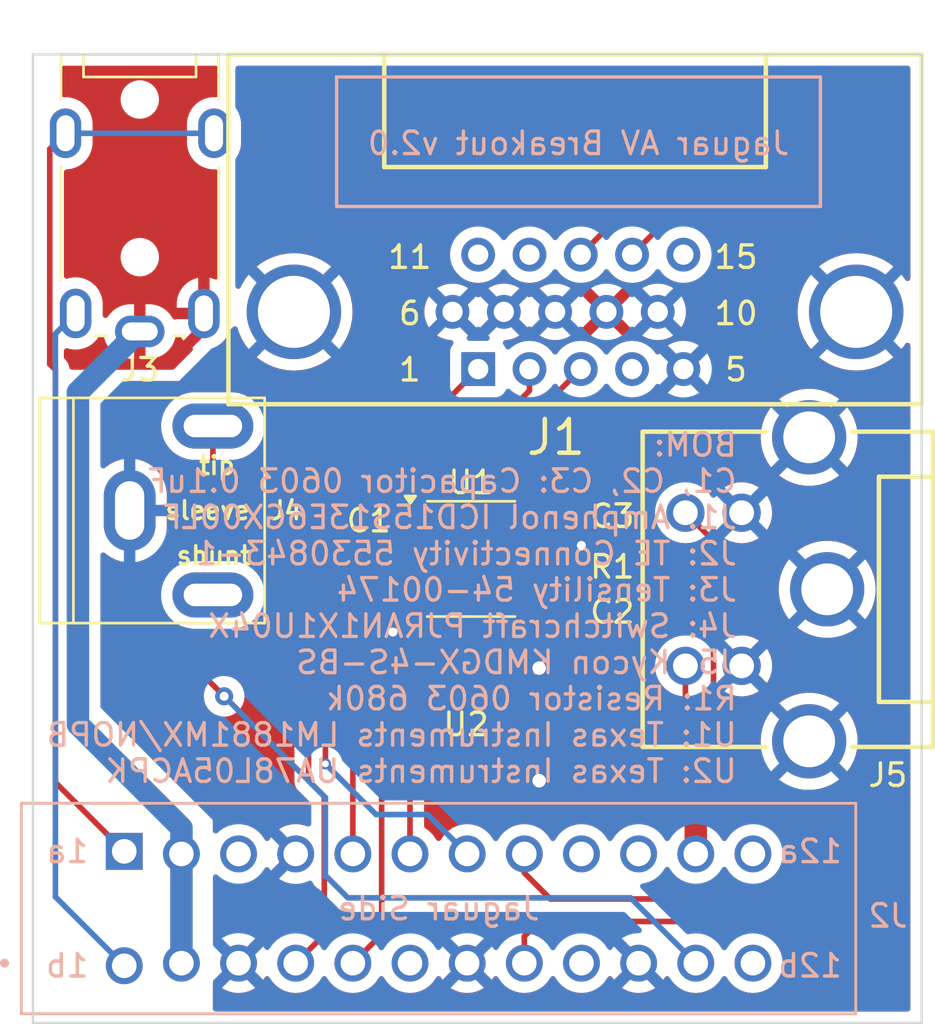
<source format=kicad_pcb>
(kicad_pcb
	(version 20240108)
	(generator "pcbnew")
	(generator_version "8.0")
	(general
		(thickness 1.6)
		(legacy_teardrops no)
	)
	(paper "User" 150.012 119.99)
	(title_block
		(title "Jaguar Audio/Video Breakout Board")
		(date "2021-05-15")
		(rev "1")
		(company "cubanismo")
	)
	(layers
		(0 "F.Cu" signal)
		(31 "B.Cu" signal)
		(32 "B.Adhes" user "B.Adhesive")
		(33 "F.Adhes" user "F.Adhesive")
		(34 "B.Paste" user)
		(35 "F.Paste" user)
		(36 "B.SilkS" user "B.Silkscreen")
		(37 "F.SilkS" user "F.Silkscreen")
		(38 "B.Mask" user)
		(39 "F.Mask" user)
		(40 "Dwgs.User" user "User.Drawings")
		(41 "Cmts.User" user "User.Comments")
		(42 "Eco1.User" user "User.Eco1")
		(43 "Eco2.User" user "User.Eco2")
		(44 "Edge.Cuts" user)
		(45 "Margin" user)
		(46 "B.CrtYd" user "B.Courtyard")
		(47 "F.CrtYd" user "F.Courtyard")
		(48 "B.Fab" user)
		(49 "F.Fab" user)
	)
	(setup
		(stackup
			(layer "F.SilkS"
				(type "Top Silk Screen")
			)
			(layer "F.Paste"
				(type "Top Solder Paste")
			)
			(layer "F.Mask"
				(type "Top Solder Mask")
				(thickness 0.01)
			)
			(layer "F.Cu"
				(type "copper")
				(thickness 0.035)
			)
			(layer "dielectric 1"
				(type "core")
				(thickness 1.51)
				(material "FR4")
				(epsilon_r 4.5)
				(loss_tangent 0.02)
			)
			(layer "B.Cu"
				(type "copper")
				(thickness 0.035)
			)
			(layer "B.Mask"
				(type "Bottom Solder Mask")
				(thickness 0.01)
			)
			(layer "B.Paste"
				(type "Bottom Solder Paste")
			)
			(layer "B.SilkS"
				(type "Bottom Silk Screen")
			)
			(copper_finish "None")
			(dielectric_constraints no)
		)
		(pad_to_mask_clearance 0)
		(allow_soldermask_bridges_in_footprints no)
		(pcbplotparams
			(layerselection 0x00010fc_ffffffff)
			(plot_on_all_layers_selection 0x0000000_00000000)
			(disableapertmacros no)
			(usegerberextensions no)
			(usegerberattributes yes)
			(usegerberadvancedattributes yes)
			(creategerberjobfile yes)
			(dashed_line_dash_ratio 12.000000)
			(dashed_line_gap_ratio 3.000000)
			(svgprecision 4)
			(plotframeref no)
			(viasonmask no)
			(mode 1)
			(useauxorigin no)
			(hpglpennumber 1)
			(hpglpenspeed 20)
			(hpglpendiameter 15.000000)
			(pdf_front_fp_property_popups yes)
			(pdf_back_fp_property_popups yes)
			(dxfpolygonmode yes)
			(dxfimperialunits yes)
			(dxfusepcbnewfont yes)
			(psnegative no)
			(psa4output no)
			(plotreference yes)
			(plotvalue yes)
			(plotfptext yes)
			(plotinvisibletext no)
			(sketchpadsonfab no)
			(subtractmaskfromsilk no)
			(outputformat 1)
			(mirror no)
			(drillshape 1)
			(scaleselection 1)
			(outputdirectory "")
		)
	)
	(net 0 "")
	(net 1 "Net-(C1-Pad2)")
	(net 2 "Net-(C2-Pad1)")
	(net 3 "GND")
	(net 4 "Net-(J1-Pad4)")
	(net 5 "Net-(J1-Pad11)")
	(net 6 "Net-(J1-Pad12)")
	(net 7 "Net-(J1-Pad15)")
	(net 8 "GND1")
	(net 9 "Net-(J2-Pad3a)")
	(net 10 "Net-(J2-Pad9a)")
	(net 11 "Net-(J2-Pad10a)")
	(net 12 "Net-(J2-Pad12a)")
	(net 13 "Net-(J2-Pad9b)")
	(net 14 "Net-(J2-Pad12b)")
	(net 15 "Net-(J2-Pad6b)")
	(net 16 "Net-(U1-Pad1)")
	(net 17 "Net-(U1-Pad5)")
	(net 18 "Net-(U1-Pad7)")
	(net 19 "/CompSync")
	(net 20 "/VCC5")
	(net 21 "/Red")
	(net 22 "/Blue")
	(net 23 "/Green")
	(net 24 "/HSYNC")
	(net 25 "/VSYNC")
	(net 26 "/Luma")
	(net 27 "/VidComp")
	(net 28 "/AudLeft")
	(net 29 "/VCC9")
	(net 30 "/Chroma")
	(net 31 "/AudRight")
	(footprint "vga_adapter:SOT-89" (layer "F.Cu") (at 89.75 46.75 90))
	(footprint "vga_adapter:Jack_MiniDIN-4Pos-Female" (layer "F.Cu") (at 98 40.75 -90))
	(footprint "Capacitor_SMD:C_0201_0603Metric" (layer "F.Cu") (at 88.575 37.5 180))
	(footprint "vga_adapter:Jack_Audio_3.5mm" (layer "F.Cu") (at 69.25 23 -90))
	(footprint "vga_adapter:TE_5530843-1-rev" (layer "F.Cu") (at 82.53 54.9257))
	(footprint "vga_adapter:DSUB-15HD" (layer "F.Cu") (at 104 17 180))
	(footprint "Resistor_SMD:R_0201_0603Metric" (layer "F.Cu") (at 88.575 40.05))
	(footprint "Capacitor_SMD:C_0201_0603Metric" (layer "F.Cu") (at 88.575 41.2))
	(footprint "Package_SO:SOIC-8_3.9x4.9mm_P1.27mm" (layer "F.Cu") (at 83.975 39.4))
	(footprint "Capacitor_SMD:C_0201_0603Metric" (layer "F.Cu") (at 79.425 38.75))
	(footprint "vga_adapter:Jack_RCA" (layer "F.Cu") (at 64.8 37.25 90))
	(gr_line
		(start 64.5 60)
		(end 64.5 17)
		(stroke
			(width 0.1)
			(type solid)
		)
		(layer "Edge.Cuts")
		(uuid "00000000-0000-0000-0000-000060a13a47")
	)
	(gr_line
		(start 64.5 17)
		(end 104 17)
		(stroke
			(width 0.1)
			(type solid)
		)
		(layer "Edge.Cuts")
		(uuid "00000000-0000-0000-0000-000060a13a4a")
	)
	(gr_line
		(start 104 60)
		(end 64.5 60)
		(stroke
			(width 0.1)
			(type solid)
		)
		(layer "Edge.Cuts")
		(uuid "00000000-0000-0000-0000-000060a13a4d")
	)
	(gr_line
		(start 104 17)
		(end 104 60)
		(stroke
			(width 0.1)
			(type solid)
		)
		(layer "Edge.Cuts")
		(uuid "00000000-0000-0000-0000-000060a13a50")
	)
	(gr_text_box "BOM:\nC1, C2, C3: Capacitor 0603 0.1uF\nJ1: Amphenol ICD15S13E6GX00LF\nJ2: TE Connectivity 5530843-1\nJ3: Tensility 54-00174\nJ4: Switchcraft PJRAN1X1U04X\nJ5: Kycon KMDGX-4S-BS\nR1: Resistor 0603 680k\nU1: Texas Instruments LM1881MX/NOPB\nU2: Texas Instruments UA78L05ACPK"
		(start 63.875 33)
		(end 96.625 51.5)
		(layer "B.SilkS")
		(uuid "2debcc9a-4040-47a1-a83b-9434a699180d")
		(effects
			(font
				(size 1 1)
				(thickness 0.15)
			)
			(justify left top mirror)
		)
		(border no)
		(stroke
			(width 0)
			(type solid)
		)
	)
	(gr_text_box "\nJaguar AV Breakout v2.0"
		(start 78 18)
		(end 99.5 23.75)
		(layer "B.SilkS")
		(uuid "4702e23b-7456-43bf-b016-01df8a48e078")
		(effects
			(font
				(size 1 1)
				(thickness 0.15)
			)
			(justify top mirror)
		)
		(border yes)
		(stroke
			(width 0.15)
			(type solid)
		)
	)
	(segment
		(start 81.485 38.75)
		(end 81.5 38.765)
		(width 0.25)
		(layer "F.Cu")
		(net 1)
		(uuid "00000000-0000-0000-0000-000060a1372f")
	)
	(segment
		(start 79.745 38.75)
		(end 81.485 38.75)
		(width 0.25)
		(layer "F.Cu")
		(net 1)
		(uuid "00000000-0000-0000-0000-000060a1374a")
	)
	(segment
		(start 88.255 41.2)
		(end 88.255 40.05)
		(width 0.25)
		(layer "F.Cu")
		(net 2)
		(uuid "00000000-0000-0000-0000-000060a1370b")
	)
	(segment
		(start 86.465 40.05)
		(end 86.45 40.035)
		(width 0.25)
		(layer "F.Cu")
		(net 2)
		(uuid "00000000-0000-0000-0000-000060a13726")
	)
	(segment
		(start 88.255 40.05)
		(end 86.465 40.05)
		(width 0.25)
		(layer "F.Cu")
		(net 2)
		(uuid "00000000-0000-0000-0000-000060a13750")
	)
	(segment
		(start 88.895 38.82)
		(end 88.895 40.05)
		(width 0.4)
		(layer "F.Cu")
		(net 3)
		(uuid "00000000-0000-0000-0000-000060a13729")
	)
	(segment
		(start 88.895 37.5)
		(end 88.895 38.78)
		(width 0.4)
		(layer "F.Cu")
		(net 3)
		(uuid "00000000-0000-0000-0000-000060a1372c")
	)
	(segment
		(start 88.875 38.8)
		(end 88.895 38.82)
		(width 0.4)
		(layer "F.Cu")
		(net 3)
		(uuid "00000000-0000-0000-0000-000060a13732")
	)
	(segment
		(start 88.895 38.78)
		(end 88.875 38.8)
		(width 0.4)
		(layer "F.Cu")
		(net 3)
		(uuid "00000000-0000-0000-0000-000060a13747")
	)
	(segment
		(start 88.895 40.05)
		(end 88.895 41.2)
		(width 0.4)
		(layer "F.Cu")
		(net 3)
		(uuid "00000000-0000-0000-0000-000060a13798")
	)
	(segment
		(start 102.1 28.5)
		(end 102.1 27.85)
		(width 1)
		(layer "F.Cu")
		(net 3)
		(uuid "0ac881d6-e04c-4844-997f-08a3cc2f439d")
	)
	(segment
		(start 80.5 42.65)
		(end 80.5 42.305)
		(width 0.4)
		(layer "F.Cu")
		(net 3)
		(uuid "2a38e148-fca5-48f2-bb4e-29e94ed2ae58")
	)
	(segment
		(start 101.25 29.35)
		(end 102.1 28.5)
		(width 1)
		(layer "F.Cu")
		(net 3)
		(uuid "7614008c-e530-403d-ac91-adde060356f2")
	)
	(segment
		(start 80.5 42.305)
		(end 81.5 41.305)
		(width 0.4)
		(layer "F.Cu")
		(net 3)
		(uuid "a138c02f-c13f-4b8e-9242-e6ffb6af1566")
	)
	(segment
		(start 102.1 27.85)
		(end 101.25 27)
		(width 1)
		(layer "F.Cu")
		(net 3)
		(uuid "a47db7dd-0c9c-4365-add1-c1db9b71298f")
	)
	(segment
		(start 87 49.25)
		(end 87 44.25)
		(width 1)
		(layer "F.Cu")
		(net 3)
		(uuid "e5282834-83b5-490a-aea9-58e30dfe8e2a")
	)
	(via
		(at 88.875 38.8)
		(size 0.8)
		(drill 0.4)
		(layers "F.Cu" "B.Cu")
		(net 3)
		(uuid "00000000-0000-0000-0000-000060a13a2c")
	)
	(via
		(at 87 44.25)
		(size 1)
		(drill 0.6)
		(layers "F.Cu" "B.Cu")
		(net 3)
		(uuid "7579e38c-176f-45d6-9db8-ccef3b29c0b9")
	)
	(via
		(at 80.5 42.65)
		(size 0.8)
		(drill 0.4)
		(layers "F.Cu" "B.Cu")
		(net 3)
		(uuid "97c24b62-e465-4909-ad31-6730cf4b6209")
	)
	(via
		(at 87 49.25)
		(size 1)
		(drill 0.6)
		(layers "F.Cu" "B.Cu")
		(net 3)
		(uuid "fe4009e5-98d0-41f6-b095-d01adc4ff164")
	)
	(segment
		(start 72.1 29.15)
		(end 71.25 30)
		(width 0.5)
		(layer "F.Cu")
		(net 8)
		(uuid "774de38a-606f-4c3b-b7ef-d80fa561b877")
	)
	(segment
		(start 71.1 57.3514)
		(end 71.1 52.5)
		(width 1)
		(layer "B.Cu")
		(net 8)
		(uuid "03b4ca01-2a93-498d-ad3d-f5de9588dff4")
	)
	(segment
		(start 71.1 51.341547)
		(end 66.5 46.741547)
		(width 1)
		(layer "B.Cu")
		(net 8)
		(uuid "39c7723e-39ea-4ebe-9af6-ced06994b603")
	)
	(segment
		(start 71.1 52.5)
		(end 71.1 51.341547)
		(width 1)
		(layer "B.Cu")
		(net 8)
		(uuid "8423a36b-46b0-4933-96bf-df20e0783730")
	)
	(segment
		(start 66.5 32)
		(end 68.7 29.8)
		(width 1)
		(layer "B.Cu")
		(net 8)
		(uuid "8587ea1d-a294-4187-86d9-da9c01b82fbe")
	)
	(segment
		(start 66.5 46.741547)
		(end 66.5 32)
		(width 1)
		(layer "B.Cu")
		(net 8)
		(uuid "a5e60071-01b0-4721-8d25-cf64fb72f48d")
	)
	(segment
		(start 68.7 29.8)
		(end 68.7 29.3)
		(width 1)
		(layer "B.Cu")
		(net 8)
		(uuid "b202484f-6d2f-4dda-a3cb-1f670f4aae6c")
	)
	(segment
		(start 80 48.5)
		(end 79.105 47.605)
		(width 0.25)
		(layer "F.Cu")
		(net 19)
		(uuid "1ab379e1-781a-4d7c-90ec-0512f797eaec")
	)
	(segment
		(start 80 56.0714)
		(end 80 48.5)
		(width 0.25)
		(layer "F.Cu")
		(net 19)
		(uuid "41665d97-1cfe-48c4-a933-525d4c89e4d5")
	)
	(segment
		(start 79.105 47.605)
		(end 79.105 38.75)
		(width 0.25)
		(layer "F.Cu")
		(net 19)
		(uuid "48cab8d5-5f74-491a-8007-4903a0b12366")
	)
	(segment
		(start 78.72 57.3514)
		(end 80 56.0714)
		(width 0.25)
		(layer "F.Cu")
		(net 19)
		(uuid "b022c9d5-d981-4568-9468-30a8d29e6188")
	)
	(segment
		(start 88.255 37.5)
		(end 86.455 37.5)
		(width 0.25)
		(layer "F.Cu")
		(net 20)
		(uuid "00000000-0000-0000-0000-000060a1370e")
	)
	(segment
		(start 88.255 37.5)
		(end 88.255 36.895)
		(width 0.25)
		(layer "F.Cu")
		(net 20)
		(uuid "37aa15f7-d400-4206-9ca9-87c7beb5a905")
	)
	(segment
		(start 83.01 32.25)
		(end 78.25 32.25)
		(width 0.25)
		(layer "F.Cu")
		(net 21)
		(uuid "30f9454f-fc79-4421-bf82-bca9ce0a22d4")
	)
	(segment
		(start 76.75 49.25)
		(end 77.5 50)
		(width 0.25)
		(layer "F.Cu")
		(net 21)
		(uuid "34484f94-9dba-482d-b372-53d33a9dc2c8")
	)
	(segment
		(start 77.5 50)
		(end 77.45 50.05)
		(width 0.25)
		(layer "F.Cu")
		(net 21)
		(uuid "4d728490-8ceb-4026-95ea-50f51787892e")
	)
	(segment
		(start 78.25 32.25)
		(end 76.75 33.75)
		(width 0.25)
		(layer "F.Cu")
		(net 21)
		(uuid "743ec310-ff43-434a-a439-fa3e4994868e")
	)
	(segment
		(start 76.75 33.75)
		(end 76.75 49.25)
		(width 0.25)
		(layer "F.Cu")
		(net 21)
		(uuid "8eb6de95-0e48-45c6-96dd-710d2f528f0c")
	)
	(segment
		(start 77.45 56.0814)
		(end 76.18 57.3514)
		(width 0.25)
		(layer "F.Cu")
		(net 21)
		(uuid "dc7e1f44-965c-4a92-9f43-6e44acc2f791")
	)
	(segment
		(start 84.29 30.97)
		(end 83.01 32.25)
		(width 0.25)
		(layer "F.Cu")
		(net 21)
		(uuid "f312f814-8885-48ef-a020-5d0020656c54")
	)
	(segment
		(start 77.45 50.05)
		(end 77.45 56.0814)
		(width 0.25)
		(layer "F.Cu")
		(net 21)
		(uuid "f4b586e4-e94e-4ecc-8b77-db63fa0bd01d")
	)
	(segment
		(start 78.72 52.5)
		(end 78.72 48.22)
		(width 0.25)
		(layer "F.Cu")
		(net 22)
		(uuid "29f967d8-3564-4915-aa7c-d09730dd509b")
	)
	(segment
		(start 78.25 34.25)
		(end 79 33.5)
		(width 0.25)
		(layer "F.Cu")
		(net 22)
		(uuid "592ea2f9-b6f5-4afb-988a-ed2946d469b9")
	)
	(segment
		(start 78.72 48.22)
		(end 78.25 47.75)
		(width 0.25)
		(layer "F.Cu")
		(net 22)
		(uuid "7d9ad6df-5cdb-452a-a1cf-040bd2e0ad4b")
	)
	(segment
		(start 86.32 33.5)
		(end 88.85 30.97)
		(width 0.25)
		(layer "F.Cu")
		(net 22)
		(uuid "aea5ccaf-c391-494b-8831-441b6c958d82")
	)
	(segment
		(start 78.25 47.75)
		(end 78.25 34.25)
		(width 0.25)
		(layer "F.Cu")
		(net 22)
		(uuid "ce69bc13-1a0c-4586-88c5-0ebeeadcfc55")
	)
	(segment
		(start 79 33.5)
		(end 86.32 33.5)
		(width 0.25)
		(layer "F.Cu")
		(net 22)
		(uuid "eb838d38-c335-46db-a4ea-ea0ed71e2f65")
	)
	(segment
		(start 77.5 34)
		(end 78.75 32.75)
		(width 0.25)
		(layer "F.Cu")
		(net 23)
		(uuid "0bcf9f8a-cd23-42b6-a4ea-0eb0808a0f77")
	)
	(segment
		(start 77.5 48.5)
		(end 77.5 34)
		(width 0.25)
		(layer "F.Cu")
		(net 23)
		(uuid "20b9c7b6-4a45-4453-8a05-d0edba313314")
	)
	(segment
		(start 86.57 31.93)
		(end 86.57 30.97)
		(width 0.25)
		(layer "F.Cu")
		(net 23)
		(uuid "4290c197-97ab-4642-a64e-4b3882545a1b")
	)
	(segment
		(start 78.75 32.75)
		(end 85.75 32.75)
		(width 0.25)
		(layer "F.Cu")
		(net 23)
		(uuid "8c9288e9-9b0e-40b0-8587-6d5ca95885cf")
	)
	(segment
		(start 85.75 32.75)
		(end 86.57 31.93)
		(width 0.25)
		(layer "F.Cu")
		(net 23)
		(uuid "aa4a72f7-127e-49fe-bee8-9318104da7d0")
	)
	(via
		(at 77.5 48.5)
		(size 0.5)
		(drill 0.3)
		(layers "F.Cu" "B.Cu")
		(net 23)
		(uuid "2a5cd208-3e2b-4420-8e35-da134a4b5634")
	)
	(segment
		(start 79.75 50.75)
		(end 82.05 50.75)
		(width 0.25)
		(layer "B.Cu")
		(net 23)
		(uuid "acc66821-f156-4465-a9ad-c2da72ff5745")
	)
	(segment
		(start 77.5 48.5)
		(end 79.75 50.75)
		(width 0.25)
		(layer "B.Cu")
		(net 23)
		(uuid "af875420-e5a9-4aa5-b169-22917c3dbaca")
	)
	(segment
		(start 82.05 50.75)
		(end 83.8 52.5)
		(width 0.25)
		(layer "B.Cu")
		(net 23)
		(uuid "eb45ae15-51e4-47bd-8f8f-808112c6b729")
	)
	(segment
		(start 81.26 52.5)
		(end 81.26 43.24)
		(width 0.25)
		(layer "F.Cu")
		(net 24)
		(uuid "1ce6a38e-3622-466d-979f-5c82d8bf75fe")
	)
	(segment
		(start 93.25 34.75)
		(end 96 32)
		(width 0.25)
		(layer "F.Cu")
		(net 24)
		(uuid "2061c0e3-2634-4e71-b34b-a065100f6c57")
	)
	(segment
		(start 91.24 23.5)
		(end 88.85 25.89)
		(width 0.25)
		(layer "F.Cu")
		(net 24)
		(uuid "27ebf918-b558-47e8-92b1-a2d9d49c3601")
	)
	(segment
		(start 84 40.5)
		(end 84 35.75)
		(width 0.25)
		(layer "F.Cu")
		(net 24)
		(uuid "4d71a7a3-94e9-4228-a861-3dbe68c5d3c3")
	)
	(segment
		(start 96 25)
		(end 94.5 23.5)
		(width 0.25)
		(layer "F.Cu")
		(net 24)
		(uuid "5e34d801-6e1b-4896-9892-7e6d0518a2b5")
	)
	(segment
		(start 81.26 43.24)
		(end 84 40.5)
		(width 0.25)
		(layer "F.Cu")
		(net 24)
		(uuid "736cadda-f54b-4b16-bd02-75695cdf1aed")
	)
	(segment
		(start 84 35.75)
		(end 85 34.75)
		(width 0.25)
		(layer "F.Cu")
		(net 24)
		(uuid "79923d10-8883-4591-a69c-2f28d71df4fd")
	)
	(segment
		(start 96 32)
		(end 96 25)
		(width 0.25)
		(layer "F.Cu")
		(net 24)
		(uuid "b948a844-9e9a-4543-a017-3a38e1382dd8")
	)
	(segment
		(start 94.5 23.5)
		(end 91.24 23.5)
		(width 0.25)
		(layer "F.Cu")
		(net 24)
		(uuid "e7f1f130-9343-4bf5-9f96-6941a8b3c4aa")
	)
	(segment
		(start 85 34.75)
		(end 93.25 34.75)
		(width 0.25)
		(layer "F.Cu")
		(net 24)
		(uuid "fac8586a-88c8-42ad-8560-5e57816977fa")
	)
	(segment
		(start 82.115 40.035)
		(end 83 39.15)
		(width 0.25)
		(layer "F.Cu")
		(net 25)
		(uuid "11d84bc1-f6e9-47f5-9b90-c20c31bc0c0a")
	)
	(segment
		(start 95.25 25.5)
		(end 94 24.25)
		(width 0.25)
		(layer "F.Cu")
		(net 25)
		(uuid "1275f6fc-5ae6-427f-9908-87ff95db144d")
	)
	(segment
		(start 92.5 24.52)
		(end 91.13 25.89)
		(width 0.25)
		(layer "F.Cu")
		(net 25)
		(uuid "68710b23-660f-4de0-be70-766430a2c2a2")
	)
	(segment
		(start 83 39.15)
		(end 83 35.5)
		(width 0.25)
		(layer "F.Cu")
		(net 25)
		(uuid "746dbb09-1744-4143-86b5-7d56a5aaca9d")
	)
	(segment
		(start 92.5 24.5)
		(end 92.5 24.52)
		(width 0.25)
		(layer "F.Cu")
		(net 25)
		(uuid "84195006-5799-466f-b4c1-8e236a74b519")
	)
	(segment
		(start 83 35.5)
		(end 84.5 34)
		(width 0.25)
		(layer "F.Cu")
		(net 25)
		(uuid "8aebd1b4-b533-4dfb-bdc2-ebd6d78213e8")
	)
	(segment
		(start 92.75 24.25)
		(end 92.5 24.5)
		(width 0.25)
		(layer "F.Cu")
		(net 25)
		(uuid "9305347d-6e99-44af-9da5-dd1c33c05bdd")
	)
	(segment
		(start 84.5 34)
		(end 92.75 34)
		(width 0.25)
		(layer "F.Cu")
		(net 25)
		(uuid "aba6af38-ce88-485c-bdcc-def05b29605d")
	)
	(segment
		(start 81.5 40.035)
		(end 82.115 40.035)
		(width 0.25)
		(layer "F.Cu")
		(net 25)
		(uuid "ba8d7d25-d500-4e33-9b62-142e867226d0")
	)
	(segment
		(start 94 24.25)
		(end 92.75 24.25)
		(width 0.25)
		(layer "F.Cu")
		(net 25)
		(uuid "f685df93-b71a-470b-8d9e-26103fefc61f")
	)
	(segment
		(start 92.75 34)
		(end 95.25 31.5)
		(width 0.25)
		(layer "F.Cu")
		(net 25)
		(uuid "f97ffd68-5761-4557-9648-fbc72d05353e")
	)
	(segment
		(start 95.25 31.5)
		(end 95.25 25.5)
		(width 0.25)
		(layer "F.Cu")
		(net 25)
		(uuid "ffdda4c7-563a-4873-a8c4-543c081dc2f3")
	)
	(segment
		(start 87 55.5)
		(end 98 55.5)
		(width 0.25)
		(layer "F.Cu")
		(net 26)
		(uuid "1a9d62fa-dfd2-4ff6-89a3-191eddc0f197")
	)
	(segment
		(start 86.34 57.3514)
		(end 86.34 56.16)
		(width 0.25)
		(layer "F.Cu")
		(net 26)
		(uuid "29a52b4e-be8c-468f-9e37-b747f0e48814")
	)
	(segment
		(start 86.34 56.16)
		(end 87 55.5)
		(width 0.25)
		(layer "F.Cu")
		(net 26)
		(uuid "3b21abda-879e-44cd-a16f-6fca2e24c688")
	)
	(segment
		(start 98 55.5)
		(end 99.5 54)
		(width 0.25)
		(layer "F.Cu")
		(net 26)
		(uuid "3cbb4d64-b4c7-4efc-93fd-9b7214b88fd2")
	)
	(segment
		(start 99.5 54)
		(end 99.5 51.5)
		(width 0.25)
		(layer "F.Cu")
		(net 26)
		(uuid "4aa9b347-be66-43dc-b3a1-3143e629224b")
	)
	(segment
		(start 94.75 46.75)
		(end 94.75 38.6)
		(width 0.25)
		(layer "F.Cu")
		(net 26)
		(uuid "c8b882e9-f2b5-40ae-a1c0-cf3f8a0301b1")
	)
	(segment
		(start 94.75 38.6)
		(end 93.5 37.35)
		(width 0.25)
		(layer "F.Cu")
		(net 26)
		(uuid "e20648ea-dcdc-47a3-bb47-95b8b0c571a7")
	)
	(segment
		(start 99.5 51.5)
		(end 94.75 46.75)
		(width 0.25)
		(layer "F.Cu")
		(net 26)
		(uuid "edc2fbe0-cfda-4d32-9431-7737b7330597")
	)
	(segment
		(start 72.5 37.25)
		(end 72.5 33.5)
		(width 0.25)
		(layer "F.Cu")
		(net 27)
		(uuid "34e89ead-18a9-4fdf-a208-ebcb44c6d2ab")
	)
	(segment
		(start 69.5 42)
		(end 69.5 40.25)
		(width 0.25)
		(layer "F.Cu")
		(net 27)
		(uuid "44b3ff7e-28af-40a1-9d3e-885eb6519c18")
	)
	(segment
		(start 73 45.5)
		(end 69.5 42)
		(width 0.25)
		(layer "F.Cu")
		(net 27)
		(uuid "912f198b-031f-4858-8cfe-2102456d192d")
	)
	(segment
		(start 69.5 40.25)
		(end 72.5 37.25)
		(width 0.25)
		(layer "F.Cu")
		(net 27)
		(uuid "df3e595f-b335-47b7-8e73-40f6b7b314f2")
	)
	(via
		(at 73 45.5)
		(size 0.8)
		(drill 0.4)
		(layers "F.Cu" "B.Cu")
		(net 27)
		(uuid "dc5a06d8-4712-461d-ad11-5883a9f2867d")
	)
	(segment
		(start 77.5 53.5)
		(end 77.55 53.5)
		(width 0.25)
		(layer "B.Cu")
		(net 27)
		(uuid "1ca1ba48-e06b-4de1-89e2-505b1ab12015")
	)
	(segment
		(start 77.5 50)
		(end 77.5 53.5)
		(width 0.25)
		(layer "B.Cu")
		(net 27)
		(uuid "291a70b9-5691-4cef-b95f-d67a9765bc1f")
	)
	(segment
		(start 91.0586 54.45)
		(end 93.96 57.3514)
		(width 0.25)
		(layer "B.Cu")
		(net 27)
		(uuid "64296dbf-e773-40e4-95a0-c84b6cbed308")
	)
	(segment
		(start 77.55 53.5)
		(end 78.5 54.45)
		(width 0.25)
		(layer "B.Cu")
		(net 27)
		(uuid "7d488d4d-9a03-4b6f-8ca6-36f5d2bf8301")
	)
	(segment
		(start 73 45.5)
		(end 77.5 50)
		(width 0.25)
		(layer "B.Cu")
		(net 27)
		(uuid "b56ddd56-45b9-4f9d-a971-1c97ce3ea407")
	)
	(segment
		(start 78.5 54.45)
		(end 91.0586 54.45)
		(width 0.25)
		(layer "B.Cu")
		(net 27)
		(uuid "c6819829-5526-4a56-bff4-758d8cce1cdd")
	)
	(segment
		(start 65.25 21.2)
		(end 65.95 20.5)
		(width 0.25)
		(layer "F.Cu")
		(net 28)
		(uuid "38c2c186-8620-4c48-9110-9e6ae2d13274")
	)
	(segment
		(start 65.5 49.3257)
		(end 65.5 31)
		(width 0.25)
		(layer "F.Cu")
		(net 28)
		(uuid "9b5f2f03-7d3a-426b-ba94-ca1510c480a3")
	)
	(segment
		(start 65.25 30.75)
		(end 65.25 21.2)
		(width 0.25)
		(layer "F.Cu")
		(net 28)
		(uuid "9e04080f-6ee8-4832-b043-092a7720ca6f")
	)
	(segment
		(start 68.56 52.3857)
		(end 65.5 49.3257)
		(width 0.25)
		(layer "F.Cu")
		(net 28)
		(uuid "d5c1e7a7-9c1e-4b70-8b10-58de07742c9a")
	)
	(segment
		(start 65.5 31)
		(end 65.25 30.75)
		(width 0.25)
		(layer "F.Cu")
		(net 28)
		(uuid "e517d6ca-0970-4c82-ac11-a14c8f5d39f9")
	)
	(segment
		(start 65.95 20.5)
		(end 72.55 20.5)
		(width 0.25)
		(layer "B.Cu")
		(net 28)
		(uuid "db6f5c33-f7ea-45bd-85cd-2bf2d2e18571")
	)
	(segment
		(start 94 50.5)
		(end 93.96 50.54)
		(width 1)
		(layer "F.Cu")
		(net 29)
		(uuid "0b611453-c6a7-44a5-bd67-8fa569e96852")
	)
	(segment
		(start 93.96 50.54)
		(end 93.96 52.5)
		(width 1)
		(layer "F.Cu")
		(net 29)
		(uuid "425c4cd7-b60b-431d-bc9d-96b812559606")
	)
	(segment
		(start 91.75 48.25)
		(end 94 50.5)
		(width 1)
		(layer "F.Cu")
		(net 29)
		(uuid "8ca9bbe3-ce05-47a9-b349-372b6005fe9b")
	)
	(segment
		(start 89.75 48.25)
		(end 91.75 48.25)
		(width 1)
		(layer "F.Cu")
		(net 29)
		(uuid "deca2a11-7f05-4820-9b97-d36940195e78")
	)
	(segment
		(start 87 54)
		(end 87.5 54.5)
		(width 0.25)
		(layer "F.Cu")
		(net 30)
		(uuid "398e6893-3077-4c95-811a-18356ff1335a")
	)
	(segment
		(start 86.34 53.34)
		(end 87 54)
		(width 0.25)
		(layer "F.Cu")
		(net 30)
		(uuid "521025e6-b8b3-400f-874f-e2901bf2e6dd")
	)
	(segment
		(start 98 54.5)
		(end 98.5 54)
		(width 0.25)
		(layer "F.Cu")
		(net 30)
		(uuid "721a18d3-fc41-456d-b11e-cd60197d114a")
	)
	(segment
		(start 98.5 52)
		(end 93.5 47)
		(width 0.25)
		(layer "F.Cu")
		(net 30)
		(uuid "9fc3b5ba-704a-44a0-ac84-01c02113f3e6")
	)
	(segment
		(start 86.34 52.5)
		(end 86.34 53.34)
		(width 0.25)
		(layer "F.Cu")
		(net 30)
		(uuid "b6a9a9ff-f7f2-4016-99c6-a2673df3ed34")
	)
	(segment
		(start 98.5 54)
		(end 98.5 52)
		(width 0.25)
		(layer "F.Cu")
		(net 30)
		(uuid "d4120443-ad89-48f6-b6c6-c89c1bd79e64")
	)
	(segment
		(start 93.5 47)
		(end 93.5 44.15)
		(width 0.25)
		(layer "F.Cu")
		(net 30)
		(uuid "dfa3d298-b623-447d-aa6d-41ea4f01b2f5")
	)
	(segment
		(start 87.5 54.5)
		(end 98 54.5)
		(width 0.25)
		(layer "F.Cu")
		(net 30)
		(uuid "f3ed2123-0863-46b1-8a5d-325231592a13")
	)
	(segment
		(start 68.56 57.4657)
		(end 65.5 54.4057)
		(width 0.25)
		(layer "B.Cu")
		(net 31)
		(uuid "1cd94c07-b882-40fb-b233-6021399db30d")
	)
	(segment
		(start 65.5 29.4)
		(end 66.4 28.5)
		(width 0.25)
		(layer "B.Cu")
		(net 31)
		(uuid "44bc297b-0e49-4569-899c-7859e0cd0444")
	)
	(segment
		(start 65.5 54.4057)
		(end 65.5 29.4)
		(width 0.25)
		(layer "B.Cu")
		(net 31)
		(uuid "57c88aef-23b9-4385-819e-118bacd5a7af")
	)
	(zone
		(net 20)
		(net_name "/VCC5")
		(layer "F.Cu")
		(uuid "00000000-0000-0000-0000-000060a33f46")
		(hatch edge 0.508)
		(connect_pads
			(clearance 0.5)
		)
		(min_thickness 0.254)
		(filled_areas_thickness no)
		(fill yes
			(thermal_gap 0.508)
			(thermal_bridge_width 0.508)
		)
		(polygon
			(pts
				(xy 73.5 29) (xy 71 31.5) (xy 68.5 31.5) (xy 67.5 32.5) (xy 67.5 46) (xy 72.5 51) (xy 72.5 59.5)
				(xy 103.5 59.5) (xy 103.5 17.5) (xy 73.5 17.5)
			)
		)
		(filled_polygon
			(layer "F.Cu")
			(pts
				(xy 103.442121 17.520002) (xy 103.488614 17.573658) (xy 103.5 17.626) (xy 103.5 26.937947) (xy 103.479998 27.006068)
				(xy 103.426342 27.052561) (xy 103.356068 27.062665) (xy 103.291488 27.033171) (xy 103.266172 27.003132)
				(xy 103.234084 26.950053) (xy 103.234081 26.950048) (xy 103.040065 26.702403) (xy 103.040053 26.70239)
				(xy 102.817609 26.479946) (xy 102.817596 26.479934) (xy 102.569951 26.285918) (xy 102.300716 26.12316)
				(xy 102.30071 26.123157) (xy 102.013842 25.994048) (xy 101.713475 25.90045) (xy 101.404029 25.843742)
				(xy 101.404026 25.843741) (xy 101.090001 25.824747) (xy 101.089999 25.824747) (xy 100.775973 25.843741)
				(xy 100.77597 25.843742) (xy 100.466524 25.90045) (xy 100.166157 25.994048) (xy 99.879289 26.123157)
				(xy 99.879283 26.12316) (xy 99.610048 26.285918) (xy 99.362403 26.479934) (xy 99.36239 26.479946)
				(xy 99.139946 26.70239) (xy 99.139934 26.702403) (xy 98.945918 26.950048) (xy 98.78316 27.219283)
				(xy 98.783157 27.219289) (xy 98.654048 27.506157) (xy 98.56045 27.806524) (xy 98.503742 28.11597)
				(xy 98.503741 28.115973) (xy 98.484747 28.429998) (xy 98.484747 28.430001) (xy 98.503741 28.744026)
				(xy 98.503742 28.744029) (xy 98.56045 29.053475) (xy 98.654048 29.353842) (xy 98.783157 29.64071)
				(xy 98.78316 29.640716) (xy 98.945918 29.909951) (xy 99.139934 30.157596) (xy 99.139946 30.157609)
				(xy 99.36239 30.380053) (xy 99.362403 30.380065) (xy 99.567402 30.54067) (xy 99.610048 30.574081)
				(xy 99.879279 30.736837) (xy 99.879281 30.736838) (xy 99.879283 30.736839) (xy 99.879289 30.736842)
				(xy 100.166157 30.865951) (xy 100.166161 30.865952) (xy 100.166165 30.865954) (xy 100.466522 30.959549)
				(xy 100.775971 31.016258) (xy 100.985323 31.028921) (xy 101.089999 31.035253) (xy 101.09 31.035253)
				(xy 101.090001 31.035253) (xy 101.168507 31.030504) (xy 101.404029 31.016258) (xy 101.713478 30.959549)
				(xy 102.013835 30.865954) (xy 102.300721 30.736837) (xy 102.569952 30.574081) (xy 102.817602 30.38006)
				(xy 103.04006 30.157602) (xy 103.084797 30.1005) (xy 103.133357 30.038517) (xy 103.234081 29.909952)
				(xy 103.266171 29.856867) (xy 103.31853 29.808919) (xy 103.3885 29.796889) (xy 103.453866 29.824597)
				(xy 103.493876 29.883247) (xy 103.5 29.922052) (xy 103.5 59.374) (xy 103.479998 59.442121) (xy 103.426342 59.488614)
				(xy 103.374 59.5) (xy 72.626 59.5) (xy 72.557879 59.479998) (xy 72.511386 59.426342) (xy 72.5 59.374)
				(xy 72.5 58.381857) (xy 72.520002 58.313736) (xy 72.573658 58.267243) (xy 72.643932 58.257139) (xy 72.708512 58.286633)
				(xy 72.715095 58.292762) (xy 72.788505 58.366172) (xy 72.977654 58.498616) (xy 73.186929 58.596202)
				(xy 73.40997 58.655966) (xy 73.64 58.676091) (xy 73.87003 58.655966) (xy 74.093071 58.596202) (xy 74.302346 58.498616)
				(xy 74.491495 58.366172) (xy 74.654772 58.202895) (xy 74.787216 58.013746) (xy 74.795804 57.995327)
				(xy 74.842721 57.942042) (xy 74.910998 57.92258) (xy 74.978958 57.943121) (xy 75.024196 57.995328)
				(xy 75.032784 58.013747) (xy 75.112818 58.128046) (xy 75.165228 58.202895) (xy 75.328505 58.366172)
				(xy 75.517654 58.498616) (xy 75.726929 58.596202) (xy 75.94997 58.655966) (xy 76.18 58.676091) (xy 76.41003 58.655966)
				(xy 76.633071 58.596202) (xy 76.842346 58.498616) (xy 77.031495 58.366172) (xy 77.194772 58.202895)
				(xy 77.327216 58.013746) (xy 77.335804 57.995327) (xy 77.382721 57.942042) (xy 77.450998 57.92258)
				(xy 77.518958 57.943121) (xy 77.564196 57.995328) (xy 77.572784 58.013747) (xy 77.652818 58.128046)
				(xy 77.705228 58.202895) (xy 77.868505 58.366172) (xy 78.057654 58.498616) (xy 78.266929 58.596202)
				(xy 78.48997 58.655966) (xy 78.72 58.676091) (xy 78.95003 58.655966) (xy 79.173071 58.596202) (xy 79.382346 58.498616)
				(xy 79.571495 58.366172) (xy 79.734772 58.202895) (xy 79.867216 58.013746) (xy 79.875804 57.995327)
				(xy 79.922721 57.942042) (xy 79.990998 57.92258) (xy 80.058958 57.943121) (xy 80.104196 57.995328)
				(xy 80.112784 58.013747) (xy 80.192818 58.128046) (xy 80.245228 58.202895) (xy 80.408505 58.366172)
				(xy 80.597654 58.498616) (xy 80.806929 58.596202) (xy 81.02997 58.655966) (xy 81.26 58.676091) (xy 81.49003 58.655966)
				(xy 81.713071 58.596202) (xy 81.922346 58.498616) (xy 82.111495 58.366172) (xy 82.274772 58.202895)
				(xy 82.407216 58.013746) (xy 82.415804 57.995327) (xy 82.462721 57.942042) (xy 82.530998 57.92258)
				(xy 82.598958 57.943121) (xy 82.644196 57.995328) (xy 82.652784 58.013747) (xy 82.732818 58.128046)
				(xy 82.785228 58.202895) (xy 82.948505 58.366172) (xy 83.137654 58.498616) (xy 83.346929 58.596202)
				(xy 83.56997 58.655966) (xy 83.8 58.676091) (xy 84.03003 58.655966) (xy 84.253071 58.596202) (xy 84.462346 58.498616)
				(xy 84.651495 58.366172) (xy 84.814772 58.202895) (xy 84.947216 58.013746) (xy 84.955804 57.995327)
				(xy 85.002721 57.942042) (xy 85.070998 57.92258) (xy 85.138958 57.943121) (xy 85.184196 57.995328)
				(xy 85.192784 58.013747) (xy 85.272818 58.128046) (xy 85.325228 58.202895) (xy 85.488505 58.366172)
				(xy 85.677654 58.498616) (xy 85.886929 58.596202) (xy 86.10997 58.655966) (xy 86.34 58.676091) (xy 86.57003 58.655966)
				(xy 86.793071 58.596202) (xy 87.002346 58.498616) (xy 87.191495 58.366172) (xy 87.354772 58.202895)
				(xy 87.487216 58.013746) (xy 87.495804 57.995327) (xy 87.542721 57.942042) (xy 87.610998 57.92258)
				(xy 87.678958 57.943121) (xy 87.724196 57.995328) (xy 87.732784 58.013747) (xy 87.812818 58.128046)
				(xy 87.865228 58.202895) (xy 88.028505 58.366172) (xy 88.217654 58.498616) (xy 88.426929 58.596202)
				(xy 88.64997 58.655966) (xy 88.88 58.676091) (xy 89.11003 58.655966) (xy 89.333071 58.596202) (xy 89.542346 58.498616)
				(xy 89.731495 58.366172) (xy 89.894772 58.202895) (xy 90.027216 58.013746) (xy 90.035804 57.995327)
				(xy 90.082721 57.942042) (xy 90.150998 57.92258) (xy 90.218958 57.943121) (xy 90.264196 57.995328)
				(xy 90.272784 58.013747) (xy 90.352818 58.128046) (xy 90.405228 58.202895) (xy 90.568505 58.366172)
				(xy 90.757654 58.498616) (xy 90.966929 58.596202) (xy 91.18997 58.655966) (xy 91.42 58.676091) (xy 91.65003 58.655966)
				(xy 91.873071 58.596202) (xy 92.082346 58.498616) (xy 92.271495 58.366172) (xy 92.434772 58.202895)
				(xy 92.567216 58.013746) (xy 92.575804 57.995327) (xy 92.622721 57.942042) (xy 92.690998 57.92258)
				(xy 92.758958 57.943121) (xy 92.804196 57.995328) (xy 92.812784 58.013747) (xy 92.892818 58.128046)
				(xy 92.945228 58.202895) (xy 93.108505 58.366172) (xy 93.297654 58.498616) (xy 93.506929 58.596202)
				(xy 93.72997 58.655966) (xy 93.96 58.676091) (xy 94.19003 58.655966) (xy 94.413071 58.596202) (xy 94.622346 58.498616)
				(xy 94.811495 58.366172) (xy 94.974772 58.202895) (xy 95.107216 58.013746) (xy 95.115804 57.995327)
				(xy 95.162721 57.942042) (xy 95.230998 57.92258) (xy 95.298958 57.943121) (xy 95.344196 57.995328)
				(xy 95.352784 58.013747) (xy 95.432818 58.128046) (xy 95.485228 58.202895) (xy 95.648505 58.366172)
				(xy 95.837654 58.498616) (xy 96.046929 58.596202) (xy 96.26997 58.655966) (xy 96.5 58.676091) (xy 96.73003 58.655966)
				(xy 96.953071 58.596202) (xy 97.162346 58.498616) (xy 97.351495 58.366172) (xy 97.514772 58.202895)
				(xy 97.647216 58.013746) (xy 97.744802 57.804471) (xy 97.804566 57.58143) (xy 97.824691 57.3514)
				(xy 97.804566 57.12137) (xy 97.744802 56.898329) (xy 97.647216 56.689055) (xy 97.514772 56.499905)
				(xy 97.355462 56.340595) (xy 97.321436 56.278283) (xy 97.326501 56.207468) (xy 97.369048 56.150632)
				(xy 97.435568 56.125821) (xy 97.444557 56.1255) (xy 98.061602 56.1255) (xy 98.061607 56.1255) (xy 98.122029 56.113481)
				(xy 98.182452 56.101463) (xy 98.215786 56.087654) (xy 98.215792 56.087653) (xy 98.215792 56.087652)
				(xy 98.259472 56.06956) (xy 98.296286 56.054312) (xy 98.36291 56.009794) (xy 98.398733 55.985858)
				(xy 98.485858 55.898733) (xy 98.496224 55.888367) (xy 98.496231 55.888357) (xy 99.985857 54.398734)
				(xy 100.054311 54.296286) (xy 100.101463 54.182451) (xy 100.1255 54.061607) (xy 100.1255 53.938394)
				(xy 100.1255 53.938393) (xy 100.1255 51.438394) (xy 100.101463 51.317548) (xy 100.054311 51.203714)
				(xy 99.985858 51.101267) (xy 99.898733 51.014142) (xy 99.898732 51.014141) (xy 98.749387 49.864797)
				(xy 98.715363 49.802486) (xy 98.720427 49.731671) (xy 98.762974 49.674835) (xy 98.829494 49.650024)
				(xy 98.848569 49.650647) (xy 98.8486 49.650206) (xy 98.852902 49.6505) (xy 99.147098 49.6505) (xy 99.147111 49.650499)
				(xy 99.318672 49.626917) (xy 99.438555 49.61044) (xy 99.721841 49.531067) (xy 99.991682 49.413859)
				(xy 100.243049 49.260999) (xy 100.47126 49.075335) (xy 100.672065 48.860326) (xy 100.841722 48.619976)
				(xy 100.977072 48.358764) (xy 101.075592 48.081554) (xy 101.135448 47.793511) (xy 101.13552 47.792459)
				(xy 101.155525 47.500004) (xy 101.155525 47.499995) (xy 101.135449 47.206502) (xy 101.135448 47.206496)
				(xy 101.135448 47.206489) (xy 101.075592 46.918446) (xy 100.977072 46.641236) (xy 100.97707 46.641232)
				(xy 100.977069 46.641229) (xy 100.872135 46.438719) (xy 100.841722 46.380024) (xy 100.672065 46.139674)
				(xy 100.47126 45.924665) (xy 100.47125 45.924657) (xy 100.471246 45.924653) (xy 100.243056 45.739006)
				(xy 100.243052 45.739003) (xy 100.243049 45.739001) (xy 99.991682 45.586141) (xy 99.991683 45.586141)
				(xy 99.991679 45.586139) (xy 99.721847 45.468935) (xy 99.721843 45.468933) (xy 99.721841 45.468933)
				(xy 99.438555 45.38956) (xy 99.438554 45.389559) (xy 99.438551 45.389559) (xy 99.147111 45.3495)
				(xy 99.147098 45.3495) (xy 98.852902 45.3495) (xy 98.852888 45.3495) (xy 98.561448 45.389559) (xy 98.278152 45.468935)
				(xy 98.00832 45.586139) (xy 97.756943 45.739006) (xy 97.528753 45.924653) (xy 97.528737 45.924668)
				(xy 97.327932 46.139677) (xy 97.158283 46.380016) (xy 97.158275 46.380029) (xy 97.02293 46.641229)
				(xy 96.924408 46.918444) (xy 96.924406 46.918452) (xy 96.895523 47.057446) (xy 96.869546 47.18246)
				(xy 96.864551 47.206496) (xy 96.86455 47.206502) (xy 96.844475 47.499995) (xy 96.844475 47.500004)
				(xy 96.855296 47.658211) (xy 96.839989 47.727538) (xy 96.789631 47.777584) (xy 96.720211 47.792459)
				(xy 96.653768 47.767442) (xy 96.640495 47.755904) (xy 95.412405 46.527814) (xy 95.378379 46.465502)
				(xy 95.3755 46.438719) (xy 95.3755 45.545013) (xy 95.395502 45.476892) (xy 95.449158 45.430399)
				(xy 95.519432 45.420295) (xy 95.534111 45.423306) (xy 95.536334 45.423901) (xy 95.536337 45.423903)
				(xy 95.764592 45.485063) (xy 96 45.505659) (xy 96.235408 45.485063) (xy 96.463663 45.423903) (xy 96.67783 45.324035)
				(xy 96.871401 45.188495) (xy 97.038495 45.021401) (xy 97.174035 44.82783) (xy 97.273903 44.613663)
				(xy 97.335063 44.385408) (xy 97.355659 44.15) (xy 97.335063 43.914592) (xy 97.273903 43.686337)
				(xy 97.174035 43.472171) (xy 97.174034 43.47217) (xy 97.174033 43.472167) (xy 97.038501 43.278607)
				(xy 97.038498 43.278603) (xy 97.038495 43.278599) (xy 96.871401 43.111505) (xy 96.67783 42.975965)
				(xy 96.463663 42.876097) (xy 96.463661 42.876096) (xy 96.235411 42.814937) (xy 96 42.794341) (xy 95.764588 42.814937)
				(xy 95.534111 42.876693) (xy 95.463134 42.875003) (xy 95.404339 42.835209) (xy 95.376391 42.769944)
				(xy 95.3755 42.754986) (xy 95.3755 40.750004) (xy 97.644475 40.750004) (xy 97.66455 41.043497) (xy 97.664551 41.043503)
				(xy 97.664552 41.043511) (xy 97.68005 41.118092) (xy 97.724406 41.331547) (xy 97.724408 41.331555)
				(xy 97.82293 41.60877) (xy 97.888204 41.734741) (xy 97.958278 41.869976) (xy 97.968913 41.885043)
				(xy 98.057899 42.011108) (xy 98.127935 42.110326) (xy 98.32874 42.325335) (xy 98.328749 42.325342)
				(xy 98.328753 42.325346) (xy 98.556943 42.510993) (xy 98.556945 42.510994) (xy 98.556951 42.510999)
				(xy 98.808318 42.663859) (xy 99.078159 42.781067) (xy 99.361445 42.86044) (xy 99.428089 42.8696)
				(xy 99.652888 42.900499) (xy 99.652902 42.9005) (xy 99.947098 42.9005) (xy 99.947111 42.900499)
				(xy 100.124642 42.876097) (xy 100.238555 42.86044) (xy 100.521841 42.781067) (xy 100.791682 42.663859)
				(xy 101.043049 42.510999) (xy 101.27126 42.325335) (xy 101.472065 42.110326) (xy 101.641722 41.869976)
				(xy 101.777072 41.608764) (xy 101.875592 41.331554) (xy 101.935448 41.043511) (xy 101.938901 40.993035)
				(xy 101.955525 40.750004) (xy 101.955525 40.749995) (xy 101.935449 40.456502) (xy 101.935448 40.456496)
				(xy 101.935448 40.456489) (xy 101.875592 40.168446) (xy 101.777072 39.891236) (xy 101.77707 39.891232)
				(xy 101.777069 39.891229) (xy 101.686612 39.716657) (xy 101.641722 39.630024) (xy 101.472065 39.389674)
				(xy 101.27126 39.174665) (xy 101.27125 39.174657) (xy 101.271246 39.174653) (xy 101.043056 38.989006)
				(xy 101.043052 38.989003) (xy 101.043049 38.989001) (xy 100.791682 38.836141) (xy 100.791683 38.836141)
				(xy 100.791679 38.836139) (xy 100.521847 38.718935) (xy 100.521843 38.718933) (xy 100.521841 38.718933)
				(xy 100.238555 38.63956) (xy 100.238554 38.639559) (xy 100.238551 38.639559) (xy 99.947111 38.5995)
				(xy 99.947098 38.5995) (xy 99.652902 38.5995) (xy 99.652888 38.5995) (xy 99.361448 38.639559) (xy 99.078152 38.718935)
				(xy 98.80832 38.836139) (xy 98.556943 38.989006) (xy 98.328753 39.174653) (xy 98.328737 39.174668)
				(xy 98.127932 39.389677) (xy 97.958283 39.630016) (xy 97.958275 39.630029) (xy 97.82293 39.891229)
				(xy 97.724408 40.168444) (xy 97.724406 40.168452) (xy 97.695665 40.306765) (xy 97.666857 40.445401)
				(xy 97.664551 40.456496) (xy 97.66455 40.456502) (xy 97.644475 40.749995) (xy 97.644475 40.750004)
				(xy 95.3755 40.750004) (xy 95.3755 38.745013) (xy 95.395502 38.676892) (xy 95.449158 38.630399)
				(xy 95.519432 38.620295) (xy 95.534111 38.623306) (xy 95.536334 38.623901) (xy 95.536337 38.623903)
				(xy 95.764592 38.685063) (xy 96 38.705659) (xy 96.235408 38.685063) (xy 96.463663 38.623903) (xy 96.67783 38.524035)
				(xy 96.871401 38.388495) (xy 97.038495 38.221401) (xy 97.174035 38.02783) (xy 97.273903 37.813663)
				(xy 97.335063 37.585408) (xy 97.355659 37.35) (xy 97.335063 37.114592) (xy 97.273903 36.886337)
				(xy 97.174035 36.672171) (xy 97.174034 36.67217) (xy 97.174033 36.672167) (xy 97.038501 36.478607)
				(xy 97.038497 36.478602) (xy 97.038495 36.478599) (xy 96.871401 36.311505) (xy 96.731445 36.213507)
				(xy 96.67783 36.175965) (xy 96.623218 36.150499) (xy 96.463663 36.076097) (xy 96.463661 36.076096)
				(xy 96.235411 36.014937) (xy 96 35.994341) (xy 95.764588 36.014937) (xy 95.536338 36.076096) (xy 95.536334 36.076098)
				(xy 95.322167 36.175966) (xy 95.128607 36.311498) (xy 95.128596 36.311507) (xy 94.961507 36.478596)
				(xy 94.961502 36.478602) (xy 94.853213 36.633256) (xy 94.797756 36.677584) (xy 94.727137 36.684893)
				(xy 94.663776 36.652862) (xy 94.646787 36.633256) (xy 94.538497 36.478602) (xy 94.538492 36.478596)
				(xy 94.371403 36.311507) (xy 94.371397 36.311502) (xy 94.17783 36.175965) (xy 94.123218 36.150499)
				(xy 93.963663 36.076097) (xy 93.963661 36.076096) (xy 93.735411 36.014937) (xy 93.5 35.994341) (xy 93.264588 36.014937)
				(xy 93.036338 36.076096) (xy 93.036334 36.076098) (xy 92.822167 36.175966) (xy 92.628607 36.311498)
				(xy 92.628596 36.311507) (xy 92.461507 36.478596) (xy 92.461498 36.478607) (xy 92.325966 36.672167)
				(xy 92.226098 36.886334) (xy 92.226096 36.886338) (xy 92.164937 37.114588) (xy 92.144341 37.35)
				(xy 92.164937 37.585411) (xy 92.226096 37.813661) (xy 92.226097 37.813663) (xy 92.268874 37.905398)
				(xy 92.325965 38.02783) (xy 92.450939 38.206312) (xy 92.461505 38.221401) (xy 92.628599 38.388495)
				(xy 92.82217 38.524035) (xy 93.036337 38.623903) (xy 93.264592 38.685063) (xy 93.5 38.705659) (xy 93.735408 38.685063)
				(xy 93.834757 38.658442) (xy 93.905732 38.660131) (xy 93.956463 38.691053) (xy 94.087595 38.822185)
				(xy 94.121621 38.884497) (xy 94.1245 38.91128) (xy 94.1245 42.754986) (xy 94.104498 42.823107) (xy 94.050842 42.8696)
				(xy 93.980568 42.879704) (xy 93.965889 42.876693) (xy 93.735411 42.814937) (xy 93.5 42.794341) (xy 93.264588 42.814937)
				(xy 93.036338 42.876096) (xy 93.036334 42.876098) (xy 92.822167 42.975966) (xy 92.628607 43.111498)
				(xy 92.628596 43.111507) (xy 92.461507 43.278596) (xy 92.461498 43.278607) (xy 92.325966 43.472167)
				(xy 92.226098 43.686334) (xy 92.226096 43.686338) (xy 92.164937 43.914588) (xy 92.144341 44.15)
				(xy 92.164937 44.385411) (xy 92.222302 44.5995) (xy 92.226097 44.613663) (xy 92.267016 44.701414)
				(xy 92.325965 44.82783) (xy 92.460959 45.020622) (xy 92.461505 45.021401) (xy 92.628599 45.188495)
				(xy 92.628602 45.188497) (xy 92.628607 45.188501) (xy 92.82077 45.323055) (xy 92.865099 45.378512)
				(xy 92.8745 45.426268) (xy 92.8745 47.061609) (xy 92.898537 47.182451) (xy 92.89854 47.18246) (xy 92.945687 47.296286)
				(xy 92.966147 47.326905) (xy 92.979913 47.347506) (xy 92.979914 47.347509) (xy 92.979915 47.347509)
				(xy 93.014141 47.398732) (xy 93.014146 47.398738) (xy 93.105656 47.490248) (xy 93.105678 47.490268)
				(xy 96.576265 50.960855) (xy 96.610291 51.023167) (xy 96.605226 51.093982) (xy 96.562679 51.150818)
				(xy 96.498153 51.17547) (xy 96.26997 51.195434) (xy 96.046931 51.255197) (xy 96.046925 51.255199)
				(xy 95.837654 51.352784) (xy 95.648508 51.485225) (xy 95.648502 51.48523) (xy 95.48523 51.648502)
				(xy 95.485225 51.648508) (xy 95.352784 51.837654) (xy 95.344195 51.856074) (xy 95.297277 51.909359)
				(xy 95.229 51.92882) (xy 95.16104 51.908278) (xy 95.115805 51.856074) (xy 95.107214 51.837651) (xy 94.983287 51.660664)
				(xy 94.960599 51.59339) (xy 94.9605 51.588394) (xy 94.9605 50.812049) (xy 94.962921 50.787467) (xy 95.000501 50.598541)
				(xy 95.000501 50.40146) (xy 94.970009 50.248164) (xy 94.962052 50.208164) (xy 94.886632 50.026085)
				(xy 94.77714 49.862218) (xy 94.637782 49.72286) (xy 94.637781 49.722859) (xy 94.63462 49.719698)
				(xy 94.634605 49.719684) (xy 92.534327 47.619407) (xy 92.534322 47.619401) (xy 92.527139 47.612218)
				(xy 92.387782 47.472861) (xy 92.223914 47.363368) (xy 92.081337 47.304311) (xy 92.081337 47.30431)
				(xy 92.041839 47.28795) (xy 92.041837 47.287949) (xy 92.041836 47.287949) (xy 91.945188 47.268724)
				(xy 91.945188 47.268723) (xy 91.848546 47.2495) (xy 91.848541 47.2495) (xy 91.1315 47.2495) (xy 91.063379 47.229498)
				(xy 91.016886 47.175842) (xy 91.0055 47.1235) (xy 91.0055 46.250005) (xy 91.00139 46.192541) (xy 91.000355 46.17806)
				(xy 90.960268 46.041537) (xy 90.960268 45.970545) (xy 90.963109 45.962009) (xy 91.001494 45.859096)
				(xy 91.007999 45.798597) (xy 91.008 45.798585) (xy 91.008 45.504) (xy 89.622 45.504) (xy 89.553879 45.483998)
				(xy 89.507386 45.430342) (xy 89.496 45.378) (xy 89.496 44.242) (xy 90.004 44.242) (xy 90.004 44.996)
				(xy 91.008 44.996) (xy 91.008 44.701414) (xy 91.007999 44.701402) (xy 91.001494 44.640906) (xy 90.950444 44.504035)
				(xy 90.950444 44.504034) (xy 90.862904 44.387095) (xy 90.745965 44.299555) (xy 90.609093 44.248505)
				(xy 90.548597 44.242) (xy 90.004 44.242) (xy 89.496 44.242) (xy 88.951402 44.242) (xy 88.890906 44.248505)
				(xy 88.754035 44.299555) (xy 88.754034 44.299555) (xy 88.637095 44.387095) (xy 88.549555 44.504034)
				(xy 88.549555 44.504035) (xy 88.498505 44.640906) (xy 88.492 44.701402) (xy 88.492 45.082897) (xy 88.471998 45.151018)
				(xy 88.418342 45.197511) (xy 88.348068 45.207615) (xy 88.313658 45.197511) (xy 88.293881 45.188479)
				(xy 88.242416 45.164976) (xy 88.242414 45.164975) (xy 88.242413 45.164975) (xy 88.108568 45.145731)
				(xy 88.043987 45.116238) (xy 88.005604 45.056512) (xy 88.0005 45.021014) (xy 88.0005 44.305339)
				(xy 88.001107 44.292988) (xy 88.005341 44.250001) (xy 88.005341 44.249997) (xy 88.001107 44.207009)
				(xy 88.0005 44.194659) (xy 88.0005 44.15146) (xy 88.000499 44.151451) (xy 87.992072 44.10909) (xy 87.99026 44.09688)
				(xy 87.986024 44.053868) (xy 87.973478 44.012513) (xy 87.970477 44.000529) (xy 87.962051 43.958165)
				(xy 87.962049 43.958162) (xy 87.962049 43.958158) (xy 87.94552 43.918254) (xy 87.941353 43.90661)
				(xy 87.928814 43.865273) (xy 87.928813 43.865271) (xy 87.908446 43.82717) (xy 87.903163 43.815997)
				(xy 87.886633 43.776087) (xy 87.862633 43.74017) (xy 87.856274 43.729561) (xy 87.83591 43.691462)
				(xy 87.808505 43.658069) (xy 87.801146 43.648147) (xy 87.777139 43.612218) (xy 87.746581 43.58166)
				(xy 87.738286 43.572508) (xy 87.73664 43.570502) (xy 87.710883 43.539117) (xy 87.71088 43.539114)
				(xy 87.677489 43.511711) (xy 87.668336 43.503415) (xy 87.637782 43.472861) (xy 87.637778 43.472858)
				(xy 87.601862 43.448859) (xy 87.591933 43.441495) (xy 87.558545 43.414095) (xy 87.558537 43.414089)
				(xy 87.520439 43.393725) (xy 87.509836 43.38737) (xy 87.487978 43.372765) (xy 87.473914 43.363368)
				(xy 87.473902 43.363363) (xy 87.434006 43.346837) (xy 87.42283 43.341551) (xy 87.384738 43.32119)
				(xy 87.384729 43.321187) (xy 87.384728 43.321186) (xy 87.384727 43.321186) (xy 87.343379 43.308643)
				(xy 87.331746 43.30448) (xy 87.311054 43.295909) (xy 87.291838 43.28795) (xy 87.291829 43.287947)
				(xy 87.249466 43.27952) (xy 87.237476 43.276517) (xy 87.196135 43.263977) (xy 87.196132 43.263976)
				(xy 87.196131 43.263975) (xy 87.196128 43.263975) (xy 87.153133 43.25974) (xy 87.140907 43.257926)
				(xy 87.098548 43.2495) (xy 87.098541 43.2495) (xy 87.055339 43.2495) (xy 87.042989 43.248893) (xy 87.02902 43.247517)
				(xy 87.000002 43.244659) (xy 86.999998 43.244659) (xy 86.970979 43.247517) (xy 86.95701 43.248893)
				(xy 86.944661 43.2495) (xy 86.901459 43.2495) (xy 86.901457 43.2495) (xy 86.901449 43.249501) (xy 86.859091 43.257926)
				(xy 86.846866 43.25974) (xy 86.803872 43.263975) (xy 86.803867 43.263976) (xy 86.762523 43.276517)
				(xy 86.750537 43.279519) (xy 86.708168 43.287948) (xy 86.708164 43.287949) (xy 86.668254 43.30448)
				(xy 86.656619 43.308643) (xy 86.615273 43.321186) (xy 86.615271 43.321186) (xy 86.615271 43.321187)
				(xy 86.577176 43.341549) (xy 86.566 43.346834) (xy 86.526094 43.363363) (xy 86.526087 43.363367)
				(xy 86.526086 43.363368) (xy 86.516641 43.369678) (xy 86.490161 43.387371) (xy 86.479563 43.393723)
				(xy 86.441468 43.414086) (xy 86.441457 43.414093) (xy 86.408065 43.441496) (xy 86.398142 43.448856)
				(xy 86.362216 43.472862) (xy 86.362214 43.472864) (xy 86.331662 43.503415) (xy 86.322505 43.511714)
				(xy 86.289116 43.539116) (xy 86.261714 43.572505) (xy 86.253415 43.581662) (xy 86.222864 43.612214)
				(xy 86.222862 43.612216) (xy 86.198856 43.648142) (xy 86.191496 43.658065) (xy 86.164093 43.691457)
				(xy 86.164086 43.691468) (xy 86.143723 43.729563) (xy 86.137371 43.740161) (xy 86.113367 43.776088)
				(xy 86.113363 43.776094) (xy 86.096834 43.816) (xy 86.091549 43.827176) (xy 86.071187 43.865271)
				(xy 86.058644 43.906617) (xy 86.05448 43.918254) (xy 86.037949 43.958164) (xy 86.037948 43.958168)
				(xy 86.029519 44.000537) (xy 86.026517 44.012523) (xy 86.013976 44.053867) (xy 86.013975 44.053872)
				(xy 86.00974 44.096866) (xy 86.007926 44.109091) (xy 85.999501 44.151449) (xy 85.9995 44.151461)
				(xy 85.9995 44.194659) (xy 85.998893 44.207009) (xy 85.994659 44.249997) (xy 85.994659 44.250001)
				(xy 85.998893 44.292988) (xy 85.9995 44.305339) (xy 85.9995 45.020622) (xy 85.979498 45.088743)
				(xy 85.925842 45.135236) (xy 85.886969 45.1459) (xy 85.792553 45.15605) (xy 85.768622 45.164976)
				(xy 85.65774 45.206333) (xy 85.657739 45.206333) (xy 85.657738 45.206334) (xy 85.542559 45.292556)
				(xy 85.54255 45.292564) (xy 84.642573 46.192541) (xy 84.642552 46.192565) (xy 84.574749 46.276702)
				(xy 84.574744 46.276709) (xy 84.514976 46.407583) (xy 84.4945 46.550002) (xy 84.4945 46.950011)
				(xy 84.50605 47.057446) (xy 84.506051 47.057451) (xy 84.506052 47.057452) (xy 84.556333 47.19226)
				(xy 84.556334 47.192261) (xy 84.642556 47.30744) (xy 84.642564 47.307449) (xy 85.542541 48.207426)
				(xy 85.542549 48.207433) (xy 85.542558 48.207442) (xy 85.626706 48.275254) (xy 85.757584 48.335024)
				(xy 85.891434 48.354268) (xy 85.956012 48.38376) (xy 85.994396 48.443486) (xy 85.9995 48.478985)
				(xy 85.9995 49.194659) (xy 85.998893 49.207009) (xy 85.994659 49.249997) (xy 85.994659 49.250001)
				(xy 85.998893 49.292988) (xy 85.9995 49.305339) (xy 85.9995 49.348548) (xy 86.007926 49.390907)
				(xy 86.00974 49.403133) (xy 86.013975 49.446128) (xy 86.013975 49.446131) (xy 86.013976 49.446132)
				(xy 86.016772 49.455351) (xy 86.026517 49.487476) (xy 86.02952 49.499466) (xy 86.037947 49.541829)
				(xy 86.03795 49.541838) (xy 86.045909 49.561054) (xy 86.054477 49.581739) (xy 86.054479 49.581742)
				(xy 86.058643 49.593379) (xy 86.063818 49.61044) (xy 86.071187 49.634729) (xy 86.07119 49.634738)
				(xy 86.091551 49.67283) (xy 86.096837 49.684006) (xy 86.11293 49.722857) (xy 86.113368 49.723914)
				(xy 86.11337 49.723917) (xy 86.13737 49.759836) (xy 86.143725 49.770439) (xy 86.164089 49.808537)
				(xy 86.164095 49.808545) (xy 86.191495 49.841933) (xy 86.198859 49.851862) (xy 86.205779 49.862218)
				(xy 86.222861 49.887782) (xy 86.253412 49.918333) (xy 86.261711 49.927489) (xy 86.289117 49.960883)
				(xy 86.322497 49.988277) (xy 86.322508 49.988286) (xy 86.33166 49.996581) (xy 86.362218 50.027139)
				(xy 86.398147 50.051146) (xy 86.408065 50.058502) (xy 86.441462 50.08591) (xy 86.479561 50.106274)
				(xy 86.49017 50.112633) (xy 86.526087 50.136633) (xy 86.565997 50.153163) (xy 86.57717 50.158446)
				(xy 86.615273 50.178814) (xy 86.656606 50.191352) (xy 86.65661 50.191353) (xy 86.668254 50.19552)
				(xy 86.708158 50.212049) (xy 86.708162 50.212049) (xy 86.708165 50.212051) (xy 86.750537 50.220479)
				(xy 86.762513 50.223478) (xy 86.803868 50.236024) (xy 86.84688 50.24026) (xy 86.859085 50.242071)
				(xy 86.870173 50.244276) (xy 86.901451 50.250499) (xy 86.901457 50.250499) (xy 86.901459 50.2505)
				(xy 86.944661 50.2505) (xy 86.95701 50.251106) (xy 86.970979 50.252482) (xy 86.999998 50.255341)
				(xy 87 50.255341) (xy 87.000002 50.255341) (xy 87.02902 50.252482) (xy 87.042989 50.251106) (xy 87.055339 50.2505)
				(xy 87.098536 50.2505) (xy 87.098541 50.2505) (xy 87.14091 50.242071) (xy 87.153126 50.240259) (xy 87.196132 50.236024)
				(xy 87.237477 50.223481) (xy 87.249456 50.22048) (xy 87.291835 50.212051) (xy 87.33175 50.195517)
				(xy 87.343367 50.191359) (xy 87.384727 50.178814) (xy 87.422832 50.158444) (xy 87.433992 50.153166)
				(xy 87.473914 50.136632) (xy 87.509838 50.112626) (xy 87.52044 50.106272) (xy 87.558538 50.08591)
				(xy 87.591943 50.058494) (xy 87.601847 50.051149) (xy 87.637782 50.027139) (xy 87.668345 49.996575)
				(xy 87.677486 49.988289) (xy 87.710883 49.960883) (xy 87.738289 49.927486) (xy 87.746575 49.918345)
				(xy 87.777139 49.887782) (xy 87.801149 49.851847) (xy 87.808494 49.841943) (xy 87.83591 49.808538)
				(xy 87.856273 49.770439) (xy 87.862626 49.759838) (xy 87.886632 49.723914) (xy 87.903166 49.683992)
				(xy 87.908446 49.67283) (xy 87.928814 49.634727) (xy 87.941359 49.593367) (xy 87.94552 49.581742)
				(xy 87.962051 49.541835) (xy 87.97048 49.499456) (xy 87.973482 49.487475) (xy 87.985294 49.44854)
				(xy 87.986024 49.446132) (xy 87.990259 49.403126) (xy 87.992072 49.39091) (xy 87.992789 49.387307)
				(xy 88.0005 49.348541) (xy 88.0005 49.305339) (xy 88.001107 49.292988) (xy 88.005341 49.250001)
				(xy 88.005341 49.249997) (xy 88.001107 49.207009) (xy 88.0005 49.194659) (xy 88.0005 48.479377)
				(xy 88.020502 48.411256) (xy 88.074158 48.364763) (xy 88.113032 48.354099) (xy 88.130951 48.352172)
				(xy 88.207452 48.343948) (xy 88.329468 48.298437) (xy 88.400282 48.293372) (xy 88.462595 48.327397)
				(xy 88.49662 48.389709) (xy 88.4995 48.416493) (xy 88.4995 48.797864) (xy 88.499502 48.797885) (xy 88.505908 48.85748)
				(xy 88.505908 48.857481) (xy 88.556201 48.992326) (xy 88.556203 48.992329) (xy 88.642453 49.107546)
				(xy 88.690147 49.143249) (xy 88.757669 49.193796) (xy 88.757671 49.193796) (xy 88.757673 49.193798)
				(xy 88.81803 49.216309) (xy 88.892514 49.24409) (xy 88.892517 49.244091) (xy 88.952127 49.2505)
				(xy 89.641295 49.250499) (xy 89.641309 49.2505) (xy 89.651459 49.2505) (xy 91.28339 49.2505) (xy 91.351511 49.270502)
				(xy 91.372485 49.287405) (xy 92.922595 50.837515) (xy 92.956621 50.899827) (xy 92.9595 50.92661)
				(xy 92.9595 51.588394) (xy 92.939498 51.656515) (xy 92.936713 51.660664) (xy 92.812785 51.837651)
				(xy 92.804195 51.856074) (xy 92.757277 51.909359) (xy 92.689 51.92882) (xy 92.62104 51.908278) (xy 92.575805 51.856074)
				(xy 92.574621 51.853535) (xy 92.567216 51.837655) (xy 92.434772 51.648505) (xy 92.271495 51.485228)
				(xy 92.234133 51.459067) (xy 92.082346 51.352784) (xy 91.873074 51.255199) (xy 91.873068 51.255197)
				(xy 91.760423 51.225014) (xy 91.65003 51.195434) (xy 91.42 51.175309) (xy 91.18997 51.195434) (xy 90.966931 51.255197)
				(xy 90.966925 51.255199) (xy 90.757654 51.352784) (xy 90.568508 51.485225) (xy 90.568502 51.48523)
				(xy 90.40523 51.648502) (xy 90.405225 51.648508) (xy 90.272784 51.837654) (xy 90.264195 51.856074)
				(xy 90.217277 51.909359) (xy 90.149 51.92882) (xy 90.08104 51.908278) (xy 90.035805 51.856074) (xy 90.034621 51.853535)
				(xy 90.027216 51.837655) (xy 89.894772 51.648505) (xy 89.731495 51.485228) (xy 89.694133 51.459067)
				(xy 89.542346 51.352784) (xy 89.333074 51.255199) (xy 89.333068 51.255197) (xy 89.220423 51.225014)
				(xy 89.11003 51.195434) (xy 88.88 51.175309) (xy 88.64997 51.195434) (xy 88.426931 51.255197) (xy 88.426925 51.255199)
				(xy 88.217654 51.352784) (xy 88.028508 51.485225) (xy 88.028502 51.48523) (xy 87.86523 51.648502)
				(xy 87.865225 51.648508) (xy 87.732784 51.837654) (xy 87.724195 51.856074) (xy 87.677277 51.909359)
				(xy 87.609 51.92882) (xy 87.54104 51.908278) (xy 87.495805 51.856074) (xy 87.494621 51.853535) (xy 87.487216 51.837655)
				(xy 87.354772 51.648505) (xy 87.191495 51.485228) (xy 87.154133 51.459067) (xy 87.002346 51.352784)
				(xy 86.793074 51.255199) (xy 86.793068 51.255197) (xy 86.680423 51.225014) (xy 86.57003 51.195434)
				(xy 86.34 51.175309) (xy 86.10997 51.195434) (xy 85.886931 51.255197) (xy 85.886925 51.255199) (xy 85.677654 51.352784)
				(xy 85.488508 51.485225) (xy 85.488502 51.48523) (xy 85.32523 51.648502) (xy 85.325225 51.648508)
				(xy 85.192784 51.837654) (xy 85.184195 51.856074) (xy 85.137277 51.909359) (xy 85.069 51.92882)
				(xy 85.00104 51.908278) (xy 84.955805 51.856074) (xy 84.954621 51.853535) (xy 84.947216 51.837655)
				(xy 84.814772 51.648505) (xy 84.651495 51.485228) (xy 84.614133 51.459067) (xy 84.462346 51.352784)
				(xy 84.253074 51.255199) (xy 84.253068 51.255197) (xy 84.140423 51.225014) (xy 84.03003 51.195434)
				(xy 83.8 51.175309) (xy 83.56997 51.195434) (xy 83.346931 51.255197) (xy 83.346925 51.255199) (xy 83.137654 51.352784)
				(xy 82.948508 51.485225) (xy 82.948502 51.48523) (xy 82.78523 51.648502) (xy 82.785225 51.648508)
				(xy 82.652784 51.837654) (xy 82.644195 51.856074) (xy 82.597277 51.909359) (xy 82.529 51.92882)
				(xy 82.46104 51.908278) (xy 82.415805 51.856074) (xy 82.414621 51.853535) (xy 82.407216 51.837655)
				(xy 82.274772 51.648505) (xy 82.111495 51.485228) (xy 82.089095 51.469543) (xy 81.939229 51.364605)
				(xy 81.894901 51.309148) (xy 81.8855 51.261392) (xy 81.8855 43.551279) (xy 81.905502 43.483158)
				(xy 81.9224 43.462189) (xy 84.391547 40.993041) (xy 84.391555 40.993035) (xy 84.39873 40.985859)
				(xy 84.398733 40.985858) (xy 84.485858 40.898733) (xy 84.554311 40.796286) (xy 84.601463 40.682452)
				(xy 84.6255 40.561606) (xy 84.6255 37.749) (xy 84.970007 37.749) (xy 85.016318 37.908401) (xy 85.100948 38.051501)
				(xy 85.105806 38.057765) (xy 85.103335 38.059681) (xy 85.130395 38.109235) (xy 85.12533 38.18005)
				(xy 85.110762 38.206198) (xy 85.110954 38.206312) (xy 85.023257 38.354598) (xy 84.977401 38.512431)
				(xy 84.977401 38.512432) (xy 84.9745 38.549306) (xy 84.9745 38.980693) (xy 84.977401 39.017567)
				(xy 84.977401 39.017568) (xy 85.005311 39.113633) (xy 85.021189 39.168285) (xy 85.023257 39.175401)
				(xy 85.106919 39.316865) (xy 85.111507 39.322781) (xy 85.137449 39.388868) (xy 85.123544 39.458489)
				(xy 85.111507 39.477219) (xy 85.106919 39.483134) (xy 85.023257 39.624598) (xy 84.977401 39.782431)
				(xy 84.977401 39.782432) (xy 84.9745 39.819306) (xy 84.9745 40.250693) (xy 84.977401 40.287567)
				(xy 84.977401 40.287568) (xy 85.023257 40.445401) (xy 85.106919 40.586865) (xy 85.111507 40.592781)
				(xy 85.137449 40.658868) (xy 85.123544 40.728489) (xy 85.111507 40.747219) (xy 85.106919 40.753134)
				(xy 85.023257 40.894598) (xy 84.977401 41.052431) (xy 84.977401 41.052432) (xy 84.9745 41.089306)
				(xy 84.9745 41.520693) (xy 84.977401 41.557567) (xy 84.977401 41.557568) (xy 85.023257 41.715401)
				(xy 85.106917 41.856863) (xy 85.106923 41.85687) (xy 85.223129 41.973076) (xy 85.223136 41.973082)
				(xy 85.364598 42.056742) (xy 85.364599 42.056742) (xy 85.364602 42.056744) (xy 85.522431 42.102598)
				(xy 85.559306 42.1055) (xy 85.559307 42.1055) (xy 87.340693 42.1055) (xy 87.340694 42.1055) (xy 87.377569 42.102598)
				(xy 87.535398 42.056744) (xy 87.676865 41.973081) (xy 87.764929 41.885016) (xy 87.827236 41.850994)
				(xy 87.898052 41.856058) (xy 87.902206 41.857692) (xy 87.968238 41.885044) (xy 88.085639 41.9005)
				(xy 88.42436 41.900499) (xy 88.541762 41.885044) (xy 88.541778 41.885037) (xy 88.54238 41.884877)
				(xy 88.543029 41.884876) (xy 88.549949 41.883966) (xy 88.550068 41.884876) (xy 88.59993 41.884876)
				(xy 88.60005 41.883966) (xy 88.606962 41.884876) (xy 88.607614 41.884876) (xy 88.608228 41.88504)
				(xy 88.608238 41.885044) (xy 88.725639 41.9005) (xy 88.811332 41.900499) (xy 88.811339 41.9005)
				(xy 88.826007 41.9005) (xy 88.974144 41.9005) (xy 88.974156 41.900499) (xy 89.06436 41.900499) (xy 89.064368 41.900498)
				(xy 89.069106 41.899874) (xy 89.181762 41.885044) (xy 89.327841 41.824536) (xy 89.453282 41.728282)
				(xy 89.549536 41.602841) (xy 89.610044 41.456762) (xy 89.6255 41.339361) (xy 89.625499 41.06064)
				(xy 89.624418 41.052432) (xy 89.616599 40.993035) (xy 89.610044 40.943238) (xy 89.605091 40.93128)
				(xy 89.5955 40.883062) (xy 89.5955 40.366937) (xy 89.605092 40.318718) (xy 89.606753 40.314705)
				(xy 89.610044 40.306762) (xy 89.6255 40.189361) (xy 89.625499 39.91064) (xy 89.622944 39.891235)
				(xy 89.616352 39.841159) (xy 89.610044 39.793238) (xy 89.605091 39.78128) (xy 89.5955 39.733062)
				(xy 89.5955 39.386819) (xy 89.612381 39.323819) (xy 89.69807 39.175401) (xy 89.702179 39.168284)
				(xy 89.760674 38.988256) (xy 89.78046 38.8) (xy 89.760674 38.611744) (xy 89.740256 38.548903) (xy 89.702181 38.431721)
				(xy 89.702179 38.431717) (xy 89.702179 38.431716) (xy 89.618335 38.286493) (xy 89.61238 38.276178)
				(xy 89.5955 38.213179) (xy 89.5955 37.816937) (xy 89.605092 37.768718) (xy 89.606753 37.764705)
				(xy 89.610044 37.756762) (xy 89.6255 37.639361) (xy 89.625499 37.36064) (xy 89.610044 37.243238)
				(xy 89.549536 37.097159) (xy 89.453282 36.971718) (xy 89.327841 36.875464) (xy 89.315435 36.870325)
				(xy 89.18176 36.814955) (xy 89.064363 36.7995) (xy 89.064361 36.7995) (xy 88.963994 36.7995) (xy 88.963993 36.7995)
				(xy 88.826007 36.7995) (xy 88.826003 36.7995) (xy 88.725649 36.7995) (xy 88.725633 36.799501) (xy 88.606135 36.815232)
				(xy 88.552139 36.808125) (xy 88.551694 36.809787) (xy 88.543718 36.807649) (xy 88.455 36.795969)
				(xy 88.455 36.81882) (xy 88.434998 36.886941) (xy 88.405704 36.918782) (xy 88.33672 36.971715) (xy 88.280963 37.04438)
				(xy 88.223625 37.086247) (xy 88.152754 37.090469) (xy 88.090851 37.055705) (xy 88.05757 36.992992)
				(xy 88.055 36.967676) (xy 88.055 36.79597) (xy 88.054999 36.795969) (xy 87.966279 36.80765) (xy 87.833288 36.862736)
				(xy 87.762698 36.870325) (xy 87.699212 36.838545) (xy 87.695976 36.835422) (xy 87.681503 36.820949)
				(xy 87.681501 36.820948) (xy 87.538401 36.736318) (xy 87.378748 36.689934) (xy 87.37875 36.689934)
				(xy 87.341456 36.687) (xy 86.704 36.687) (xy 86.704 37.241) (xy 87.864809 37.241) (xy 87.93293 37.261002)
				(xy 87.953904 37.277905) (xy 87.975999 37.3) (xy 88.0385 37.3) (xy 88.106621 37.320002) (xy 88.153114 37.373658)
				(xy 88.1645 37.425999) (xy 88.164501 37.573999) (xy 88.144499 37.64212) (xy 88.090844 37.688613)
				(xy 88.038501 37.7) (xy 87.975999 37.7) (xy 87.963904 37.712095) (xy 87.901592 37.746121) (xy 87.874809 37.749)
				(xy 84.970007 37.749) (xy 84.6255 37.749) (xy 84.6255 37.241) (xy 84.970007 37.241) (xy 86.196 37.241)
				(xy 86.196 36.687) (xy 85.558544 36.687) (xy 85.521249 36.689934) (xy 85.361599 36.736318) (xy 85.218498 36.820948)
				(xy 85.218496 36.820949) (xy 85.100949 36.938496) (xy 85.100948 36.938498) (xy 85.016318 37.081598)
				(xy 84.970007 37.241) (xy 84.6255 37.241) (xy 84.6255 36.061281) (xy 84.645502 35.99316) (xy 84.662405 35.972185)
				(xy 85.222187 35.412404) (xy 85.284499 35.378379) (xy 85.311282 35.3755) (xy 93.311606 35.3755)
				(xy 93.311607 35.3755) (xy 93.387893 35.360326) (xy 93.432452 35.351463) (xy 93.465787 35.337653)
				(xy 93.465792 35.337653) (xy 93.465792 35.337652) (xy 93.466985 35.337158) (xy 93.546286 35.304312)
				(xy 93.606403 35.264142) (xy 93.648733 35.235858) (xy 93.735858 35.148733) (xy 93.735859 35.14873)
				(xy 93.743035 35.141555) (xy 93.743041 35.141547) (xy 94.884584 34.000004) (xy 96.844475 34.000004)
				(xy 96.86455 34.293497) (xy 96.864551 34.293503) (xy 96.864552 34.293511) (xy 96.897378 34.45148)
				(xy 96.924406 34.581547) (xy 96.924408 34.581555) (xy 97.02293 34.85877) (xy 97.134537 35.074158)
				(xy 97.158278 35.119976) (xy 97.178439 35.148538) (xy 97.274204 35.284207) (xy 97.327935 35.360326)
				(xy 97.52874 35.575335) (xy 97.528749 35.575342) (xy 97.528753 35.575346) (xy 97.756943 35.760993)
				(xy 97.756945 35.760994) (xy 97.756951 35.760999) (xy 98.008318 35.913859) (xy 98.278159 36.031067)
				(xy 98.561445 36.11044) (xy 98.651357 36.122798) (xy 98.852888 36.150499) (xy 98.852902 36.1505)
				(xy 99.147098 36.1505) (xy 99.147111 36.150499) (xy 99.318672 36.126917) (xy 99.438555 36.11044)
				(xy 99.721841 36.031067) (xy 99.991682 35.913859) (xy 100.243049 35.760999) (xy 100.47126 35.575335)
				(xy 100.672065 35.360326) (xy 100.841722 35.119976) (xy 100.977072 34.858764) (xy 101.075592 34.581554)
				(xy 101.135448 34.293511) (xy 101.146744 34.128379) (xy 101.155525 34.000004) (xy 101.155525 33.999995)
				(xy 101.135449 33.706502) (xy 101.135448 33.706496) (xy 101.135448 33.706489) (xy 101.075592 33.418446)
				(xy 100.977072 33.141236) (xy 100.97707 33.141232) (xy 100.977069 33.141229) (xy 100.907378 33.006734)
				(xy 100.841722 32.880024) (xy 100.672065 32.639674) (xy 100.47126 32.424665) (xy 100.47125 32.424657)
				(xy 100.471246 32.424653) (xy 100.243056 32.239006) (xy 100.243052 32.239003) (xy 100.243049 32.239001)
				(xy 99.991682 32.086141) (xy 99.991683 32.086141) (xy 99.991679 32.086139) (xy 99.721847 31.968935)
				(xy 99.721843 31.968933) (xy 99.721841 31.968933) (xy 99.438555 31.88956) (xy 99.438554 31.889559)
				(xy 99.438551 31.889559) (xy 99.147111 31.8495) (xy 99.147098 31.8495) (xy 98.852902 31.8495) (xy 98.852888 31.8495)
				(xy 98.561448 31.889559) (xy 98.278152 31.968935) (xy 98.00832 32.086139) (xy 97.756943 32.239006)
				(xy 97.528753 32.424653) (xy 97.528737 32.424668) (xy 97.327932 32.639677) (xy 97.158283 32.880016)
				(xy 97.158275 32.880029) (xy 97.02293 33.141229) (xy 96.924408 33.418444) (xy 96.924406 33.418452)
				(xy 96.893424 33.567548) (xy 96.868313 33.688394) (xy 96.864551 33.706496) (xy 96.86455 33.706502)
				(xy 96.844475 33.999995) (xy 96.844475 34.000004) (xy 94.884584 34.000004) (xy 96.391547 32.493041)
				(xy 96.391555 32.493035) (xy 96.39873 32.485859) (xy 96.398733 32.485858) (xy 96.485858 32.398733)
				(xy 96.554311 32.296286) (xy 96.601463 32.182452) (xy 96.62062 32.086141) (xy 96.6255 32.061607)
				(xy 96.6255 31.938394) (xy 96.6255 24.938394) (xy 96.601463 24.817548) (xy 96.554311 24.703714)
				(xy 96.485858 24.601267) (xy 96.398733 24.514142) (xy 96.398732 24.514141) (xy 94.993045 23.108455)
				(xy 94.993034 23.108442) (xy 94.898738 23.014146) (xy 94.898732 23.014141) (xy 94.847509 22.979915)
				(xy 94.796289 22.94569) (xy 94.796285 22.945687) (xy 94.715792 22.912347) (xy 94.71579 22.912345)
				(xy 94.71579 22.912346) (xy 94.682459 22.898539) (xy 94.682453 22.898537) (xy 94.65224 22.892527)
				(xy 94.622029 22.886518) (xy 94.622028 22.886517) (xy 94.561611 22.8745) (xy 94.561607 22.8745)
				(xy 94.561606 22.8745) (xy 91.301606 22.8745) (xy 91.178393 22.8745) (xy 91.17839 22.8745) (xy 91.057547 22.898537)
				(xy 91.057546 22.898537) (xy 90.943717 22.945688) (xy 90.943712 22.94569) (xy 90.841266 23.014142)
				(xy 90.84126 23.014147) (xy 89.224814 24.630594) (xy 89.162502 24.66462) (xy 89.103108 24.663206)
				(xy 89.067978 24.653793) (xy 89.067982 24.653793) (xy 88.85 24.634723) (xy 88.632023 24.653793)
				(xy 88.542696 24.677728) (xy 88.420671 24.710424) (xy 88.420667 24.710426) (xy 88.222358 24.802899)
				(xy 88.043131 24.928395) (xy 88.04312 24.928404) (xy 87.888404 25.08312) (xy 87.888399 25.083126)
				(xy 87.813213 25.190504) (xy 87.757756 25.234832) (xy 87.687137 25.242141) (xy 87.623776 25.21011)
				(xy 87.606787 25.190504) (xy 87.5316 25.083126) (xy 87.531595 25.08312) (xy 87.376879 24.928404)
				(xy 87.376873 24.928399) (xy 87.197639 24.802898) (xy 86.999333 24.710426) (xy 86.999328 24.710424)
				(xy 86.921967 24.689695) (xy 86.787977 24.653793) (xy 86.57 24.634723) (xy 86.352023 24.653793)
				(xy 86.262696 24.677728) (xy 86.140671 24.710424) (xy 86.140667 24.710426) (xy 85.942358 24.802899)
				(xy 85.763131 24.928395) (xy 85.76312 24.928404) (xy 85.608404 25.08312) (xy 85.608399 25.083126)
				(xy 85.533213 25.190504) (xy 85.477756 25.234832) (xy 85.407137 25.242141) (xy 85.343776 25.21011)
				(xy 85.326787 25.190504) (xy 85.2516 25.083126) (xy 85.251595 25.08312) (xy 85.096879 24.928404)
				(xy 85.096873 24.928399) (xy 84.917639 24.802898) (xy 84.719333 24.710426) (xy 84.719328 24.710424)
				(xy 84.641967 24.689695) (xy 84.507977 24.653793) (xy 84.29 24.634723) (xy 84.072023 24.653793)
				(xy 83.982696 24.677728) (xy 83.860671 24.710424) (xy 83.860667 24.710426) (xy 83.662358 24.802899)
				(xy 83.483131 24.928395) (xy 83.48312 24.928404) (xy 83.328404 25.08312) (xy 83.328395 25.083131)
				(xy 83.202899 25.262358) (xy 83.110426 25.460667) (xy 83.110424 25.460671) (xy 83.077728 25.582696)
				(xy 83.053793 25.672023) (xy 83.034723 25.89) (xy 83.053793 26.107977) (xy 83.0755 26.188988) (xy 83.110424 26.319328)
				(xy 83.110426 26.319333) (xy 83.202898 26.517639) (xy 83.290983 26.643438) (xy 83.328402 26.696877)
				(xy 83.483123 26.851598) (xy 83.662361 26.977102) (xy 83.86067 27.069575) (xy 84.072023 27.126207)
				(xy 84.29 27.145277) (xy 84.507977 27.126207) (xy 84.71933 27.069575) (xy 84.917639 26.977102) (xy 85.096877 26.851598)
				(xy 85.251598 26.696877) (xy 85.326787 26.589495) (xy 85.382244 26.545168) (xy 85.452863 26.537859)
				(xy 85.516224 26.56989) (xy 85.533212 26.589495) (xy 85.608402 26.696877) (xy 85.763123 26.851598)
				(xy 85.942361 26.977102) (xy 86.14067 27.069575) (xy 86.352023 27.126207) (xy 86.57 27.145277) (xy 86.787977 27.126207)
				(xy 86.99933 27.069575) (xy 87.197639 26.977102) (xy 87.376877 26.851598) (xy 87.531598 26.696877)
				(xy 87.606787 26.589495) (xy 87.662244 26.545168) (xy 87.732863 26.537859) (xy 87.796224 26.56989)
				(xy 87.813212 26.589495) (xy 87.888402 26.696877) (xy 88.043123 26.851598) (xy 88.222361 26.977102)
				(xy 88.42067 27.069575) (xy 88.632023 27.126207) (xy 88.85 27.145277) (xy 89.067977 27.126207) (xy 89.27933 27.069575)
				(xy 89.477639 26.977102) (xy 89.656877 26.851598) (xy 89.811598 26.696877) (xy 89.886787 26.589495)
				(xy 89.942244 26.545168) (xy 90.012863 26.537859) (xy 90.076224 26.56989) (xy 90.093212 26.589495)
				(xy 90.168402 26.696877) (xy 90.323123 26.851598) (xy 90.502361 26.977102) (xy 90.70067 27.069575)
				(xy 90.912023 27.126207) (xy 91.13 27.145277) (xy 91.347977 27.126207) (xy 91.55933 27.069575) (xy 91.757639 26.977102)
				(xy 91.936877 26.851598) (xy 92.091598 26.696877) (xy 92.166787 26.589495) (xy 92.222244 26.545168)
				(xy 92.292863 26.537859) (xy 92.356224 26.56989) (xy 92.373212 26.589495) (xy 92.448402 26.696877)
				(xy 92.603123 26.851598) (xy 92.782361 26.977102) (xy 92.98067 27.069575) (xy 93.192023 27.126207)
				(xy 93.41 27.145277) (xy 93.627977 27.126207) (xy 93.83933 27.069575) (xy 94.037639 26.977102) (xy 94.216877 26.851598)
				(xy 94.371598 26.696877) (xy 94.395287 26.663044) (xy 94.450743 26.618717) (xy 94.521362 26.611407)
				(xy 94.584723 26.643438) (xy 94.620708 26.704639) (xy 94.6245 26.735316) (xy 94.6245 30.124683)
				(xy 94.604498 30.192804) (xy 94.550842 30.239297) (xy 94.480568 30.249401) (xy 94.415988 30.219907)
				(xy 94.395287 30.196954) (xy 94.3716 30.163126) (xy 94.371595 30.16312) (xy 94.216879 30.008404)
				(xy 94.216873 30.008399) (xy 94.037639 29.882898) (xy 93.839333 29.790426) (xy 93.839328 29.790424)
				(xy 93.734963 29.76246) (xy 93.627977 29.733793) (xy 93.41 29.714723) (xy 93.192023 29.733793) (xy 93.102696 29.757728)
				(xy 92.980671 29.790424) (xy 92.980667 29.790426) (xy 92.782358 29.882899) (xy 92.603131 30.008395)
				(xy 92.60312 30.008404) (xy 92.448404 30.16312) (xy 92.448399 30.163126) (xy 92.373213 30.270504)
				(xy 92.317756 30.314832) (xy 92.247137 30.322141) (xy 92.183776 30.29011) (xy 92.166787 30.270504)
				(xy 92.0916 30.163126) (xy 92.091595 30.16312) (xy 91.936879 30.008404) (xy 91.936873 30.008399)
				(xy 91.757639 29.882898) (xy 91.559333 29.790426) (xy 91.559328 29.790424) (xy 91.454963 29.76246)
				(xy 91.347977 29.733793) (xy 91.13 29.714723) (xy 90.912023 29.733793) (xy 90.822696 29.757728)
				(xy 90.700671 29.790424) (xy 90.700667 29.790426) (xy 90.502358 29.882899) (xy 90.323131 30.008395)
				(xy 90.32312 30.008404) (xy 90.168404 30.16312) (xy 90.168399 30.163126) (xy 90.093213 30.270504)
				(xy 90.037756 30.314832) (xy 89.967137 30.322141) (xy 89.903776 30.29011) (xy 89.886787 30.270504)
				(xy 89.8116 30.163126) (xy 89.811595 30.16312) (xy 89.656879 30.008404) (xy 89.656873 30.008399)
				(xy 89.477639 29.882898) (xy 89.279333 29.790426) (xy 89.279328 29.790424) (xy 89.174963 29.76246)
				(xy 89.067977 29.733793) (xy 88.85 29.714723) (xy 88.632023 29.733793) (xy 88.542696 29.757728)
				(xy 88.420671 29.790424) (xy 88.420667 29.790426) (xy 88.222358 29.882899) (xy 88.043131 30.008395)
				(xy 88.04312 30.008404) (xy 87.888404 30.16312) (xy 87.888399 30.163126) (xy 87.813213 30.270504)
				(xy 87.757756 30.314832) (xy 87.687137 30.322141) (xy 87.623776 30.29011) (xy 87.606787 30.270504)
				(xy 87.5316 30.163126) (xy 87.531595 30.16312) (xy 87.376879 30.008404) (xy 87.376873 30.008399)
				(xy 87.197639 29.882898) (xy 86.999333 29.790426) (xy 86.999328 29.790424) (xy 86.894963 29.76246)
				(xy 86.787977 29.733793) (xy 86.57 29.714723) (xy 86.352023 29.733793) (xy 86.262696 29.757728)
				(xy 86.140671 29.790424) (xy 86.140667 29.790426) (xy 85.942358 29.882899) (xy 85.763131 30.008395)
				(xy 85.763126 30.008399) (xy 85.706661 30.064864) (xy 85.644348 30.098889) (xy 85.573533 30.093823)
				(xy 85.516697 30.051276) (xy 85.49951 30.019799) (xy 85.483798 29.977673) (xy 85.483796 29.97767)
				(xy 85.483796 29.977669) (xy 85.412851 29.882899) (xy 85.410774 29.880124) (xy 85.385963 29.813604)
				(xy 85.401054 29.74423) (xy 85.451256 29.694028) (xy 85.500655 29.679095) (xy 85.647977 29.666207)
				(xy 85.85933 29.609575) (xy 86.057639 29.517102) (xy 86.236877 29.391598) (xy 86.391598 29.236877)
				(xy 86.466787 29.129495) (xy 86.522244 29.085168) (xy 86.592863 29.077859) (xy 86.656224 29.10989)
				(xy 86.673212 29.129495) (xy 86.748402 29.236877) (xy 86.903123 29.391598) (xy 87.082361 29.517102)
				(xy 87.28067 29.609575) (xy 87.492023 29.666207) (xy 87.71 29.685277) (xy 87.927977 29.666207) (xy 88.13933 29.609575)
				(xy 88.337639 29.517102) (xy 88.516877 29.391598) (xy 88.671598 29.236877) (xy 88.74221 29.136031)
				(xy 88.797665 29.091705) (xy 88.868285 29.084396) (xy 88.931645 29.116426) (xy 88.936272 29.121766)
				(xy 88.9388 29.121987) (xy 89.546666 28.514122) (xy 89.570667 28.603694) (xy 89.62991 28.706306)
				(xy 89.713694 28.79009) (xy 89.816306 28.849333) (xy 89.905876 28.873333) (xy 89.298011 29.481197)
				(xy 89.298011 29.481198) (xy 89.358597 29.523621) (xy 89.558092 29.616647) (xy 89.558096 29.616649)
				(xy 89.770712 29.673619) (xy 89.99 29.692804) (xy 90.209287 29.673619) (xy 90.421903 29.616649)
				(xy 90.421907 29.616647) (xy 90.621399 29.523622) (xy 90.681987 29.481197) (xy 90.681987 29.481196)
				(xy 90.074124 28.873333) (xy 90.163694 28.849333) (xy 90.266306 28.79009) (xy 90.35009 28.706306)
				(xy 90.409333 28.603694) (xy 90.433333 28.514124) (xy 91.041196 29.121987) (xy 91.049884 29.121227)
				(xy 91.086819 29.091704) (xy 91.157438 29.084394) (xy 91.220799 29.116425) (xy 91.237789 29.136032)
				(xy 91.269359 29.181118) (xy 91.308402 29.236877) (xy 91.463123 29.391598) (xy 91.642361 29.517102)
				(xy 91.84067 29.609575) (xy 92.052023 29.666207) (xy 92.27 29.685277) (xy 92.487977 29.666207) (xy 92.69933 29.609575)
				(xy 92.897639 29.517102) (xy 93.076877 29.391598) (xy 93.231598 29.236877) (xy 93.357102 29.057639)
				(xy 93.449575 28.85933) (xy 93.506207 28.647977) (xy 93.525277 28.43) (xy 93.506207 28.212023) (xy 93.449575 28.00067)
				(xy 93.357102 27.802362) (xy 93.357101 27.802361) (xy 93.3571 27.802358) (xy 93.231604 27.623131)
				(xy 93.2316 27.623126) (xy 93.231598 27.623123) (xy 93.076877 27.468402) (xy 92.897639 27.342898)
				(xy 92.844089 27.317927) (xy 92.699333 27.250426) (xy 92.699328 27.250424) (xy 92.621967 27.229695)
				(xy 92.487977 27.193793) (xy 92.27 27.174723) (xy 92.052023 27.193793) (xy 91.962696 27.217728)
				(xy 91.840671 27.250424) (xy 91.840667 27.250426) (xy 91.642358 27.342899) (xy 91.463131 27.468395)
				(xy 91.46312 27.468404) (xy 91.308404 27.62312) (xy 91.308399 27.623126) (xy 91.23779 27.723967)
				(xy 91.182333 27.768295) (xy 91.111714 27.775604) (xy 91.048353 27.743573) (xy 91.043725 27.738232)
				(xy 91.041197 27.738011) (xy 90.433333 28.345875) (xy 90.409333 28.256306) (xy 90.35009 28.153694)
				(xy 90.266306 28.06991) (xy 90.163694 28.010667) (xy 90.074123 27.986666) (xy 90.681987 27.3788)
				(xy 90.621403 27.336379) (xy 90.421907 27.243352) (xy 90.421903 27.24335) (xy 90.209287 27.18638)
				(xy 89.99 27.167195) (xy 89.770712 27.18638) (xy 89.558096 27.24335) (xy 89.558092 27.243352) (xy 89.358598 27.336378)
				(xy 89.29801 27.378801) (xy 89.905875 27.986666) (xy 89.816306 28.010667) (xy 89.713694 28.06991)
				(xy 89.62991 28.153694) (xy 89.570667 28.256306) (xy 89.546666 28.345875) (xy 88.938801 27.73801)
				(xy 88.930112 27.73877) (xy 88.893178 27.768294) (xy 88.822559 27.775603) (xy 88.759199 27.743573)
				(xy 88.742209 27.723966) (xy 88.6716 27.623126) (xy 88.671595 27.62312) (xy 88.516879 27.468404)
				(xy 88.516873 27.468399) (xy 88.337639 27.342898) (xy 88.139333 27.250426) (xy 88.139328 27.250424)
				(xy 88.061967 27.229695) (xy 87.927977 27.193793) (xy 87.71 27.174723) (xy 87.492023 27.193793)
				(xy 87.402696 27.217728) (xy 87.280671 27.250424) (xy 87.280667 27.250426) (xy 87.082358 27.342899)
				(xy 86.903131 27.468395) (xy 86.90312 27.468404) (xy 86.748404 27.62312) (xy 86.748399 27.623126)
				(xy 86.673213 27.730504) (xy 86.617756 27.774832) (xy 86.547137 27.782141) (xy 86.483776 27.75011)
				(xy 86.466787 27.730504) (xy 86.3916 27.623126) (xy 86.391595 27.62312) (xy 86.236879 27.468404)
				(xy 86.236873 27.468399) (xy 86.057639 27.342898) (xy 85.859333 27.250426) (xy 85.859328 27.250424)
				(xy 85.781967 27.229695) (xy 85.647977 27.193793) (xy 85.43 27.174723) (xy 85.212023 27.193793)
				(xy 85.122696 27.217728) (xy 85.000671 27.250424) (xy 85.000667 27.250426) (xy 84.802358 27.342899)
				(xy 84.623131 27.468395) (xy 84.62312 27.468404) (xy 84.468404 27.62312) (xy 84.468399 27.623126)
				(xy 84.393213 27.730504) (xy 84.337756 27.774832) (xy 84.267137 27.782141) (xy 84.203776 27.75011)
				(xy 84.186787 27.730504) (xy 84.1116 27.623126) (xy 84.111595 27.62312) (xy 83.956879 27.468404)
				(xy 83.956873 27.468399) (xy 83.777639 27.342898) (xy 83.579333 27.250426) (xy 83.579328 27.250424)
				(xy 83.501967 27.229695) (xy 83.367977 27.193793) (xy 83.15 27.174723) (xy 82.932023 27.193793)
				(xy 82.842696 27.217728) (xy 82.720671 27.250424) (xy 82.720667 27.250426) (xy 82.522358 27.342899)
				(xy 82.343131 27.468395) (xy 82.34312 27.468404) (xy 82.188404 27.62312) (xy 82.188395 27.623131)
				(xy 82.062899 27.802358) (xy 81.970426 28.000667) (xy 81.970424 28.000671) (xy 81.93953 28.11597)
				(xy 81.913793 28.212023) (xy 81.894723 28.43) (xy 81.913793 28.647977) (xy 81.93953 28.744029) (xy 81.970424 28.859328)
				(xy 81.970426 28.859333) (xy 82.033447 28.994481) (xy 82.062898 29.057639) (xy 82.188402 29.236877)
				(xy 82.343123 29.391598) (xy 82.522361 29.517102) (xy 82.72067 29.609575) (xy 82.932023 29.666207)
				(xy 83.079341 29.679095) (xy 83.145456 29.704957) (xy 83.187096 29.76246) (xy 83.191037 29.833348)
				(xy 83.169225 29.880124) (xy 83.096203 29.97767) (xy 83.096201 29.977673) (xy 83.045909 30.112515)
				(xy 83.0395 30.172121) (xy 83.0395 31.283717) (xy 83.019498 31.351838) (xy 83.002596 31.372812)
				(xy 82.838505 31.536905) (xy 82.787815 31.587595) (xy 82.725503 31.62162) (xy 82.698719 31.6245)
				(xy 78.188388 31.6245) (xy 78.127971 31.636517) (xy 78.127971 31.636518) (xy 78.10783 31.640524)
				(xy 78.067546 31.648537) (xy 78.067536 31.64854) (xy 77.953716 31.695687) (xy 77.90221 31.730103)
				(xy 77.876101 31.747549) (xy 77.851265 31.764143) (xy 77.851261 31.764146) (xy 76.691403 32.924006)
				(xy 76.351269 33.26414) (xy 76.351267 33.264142) (xy 76.314567 33.300842) (xy 76.264141 33.351267)
				(xy 76.250542 33.37162) (xy 76.232557 33.398537) (xy 76.219255 33.418444) (xy 76.195688 33.453713)
				(xy 76.170658 33.514143) (xy 76.148539 33.567542) (xy 76.148537 33.567549) (xy 76.1245 33.688388)
				(xy 76.1245 49.311611) (xy 76.148537 49.432453) (xy 76.1552 49.448537) (xy 76.155201 49.44854) (xy 76.195687 49.546286)
				(xy 76.216147 49.576905) (xy 76.229913 49.597506) (xy 76.229914 49.597509) (xy 76.229915 49.597509)
				(xy 76.264141 49.648732) (xy 76.264146 49.648738) (xy 76.355656 49.740248) (xy 76.355678 49.740268)
				(xy 76.787595 50.172185) (xy 76.821621 50.234497) (xy 76.8245 50.26128) (xy 76.8245 51.146682) (xy 76.804498 51.214803)
				(xy 76.750842 51.261296) (xy 76.680568 51.2714) (xy 76.645251 51.260877) (xy 76.633079 51.255201)
				(xy 76.633068 51.255197) (xy 76.520423 51.225014) (xy 76.41003 51.195434) (xy 76.18 51.175309) (xy 75.94997 51.195434)
				(xy 75.726931 51.255197) (xy 75.726925 51.255199) (xy 75.517654 51.352784) (xy 75.328508 51.485225)
				(xy 75.328502 51.48523) (xy 75.16523 51.648502) (xy 75.165225 51.648508) (xy 75.032784 51.837654)
				(xy 75.024195 51.856074) (xy 74.977277 51.909359) (xy 74.909 51.92882) (xy 74.84104 51.908278) (xy 74.795805 51.856074)
				(xy 74.794621 51.853535) (xy 74.787216 51.837655) (xy 74.654772 51.648505) (xy 74.491495 51.485228)
				(xy 74.454133 51.459067) (xy 74.302346 51.352784) (xy 74.093074 51.255199) (xy 74.093068 51.255197)
				(xy 73.980423 51.225014) (xy 73.87003 51.195434) (xy 73.64 51.175309) (xy 73.40997 51.195434) (xy 73.186931 51.255197)
				(xy 73.186925 51.255199) (xy 72.977654 51.352784) (xy 72.788508 51.485225) (xy 72.788502 51.48523)
				(xy 72.715095 51.558638) (xy 72.652783 51.592664) (xy 72.581968 51.587599) (xy 72.525132 51.545052)
				(xy 72.500321 51.478532) (xy 72.5 51.469543) (xy 72.5 51) (xy 72.499999 50.999998) (xy 67.536905 46.036904)
				(xy 67.502879 45.974592) (xy 67.5 45.947809) (xy 67.5 39.238351) (xy 67.520002 39.17023) (xy 67.573658 39.123737)
				(xy 67.643932 39.113633) (xy 67.708512 39.143127) (xy 67.715095 39.149256) (xy 67.724765 39.158926)
				(xy 67.724768 39.158928) (xy 67.724771 39.158931) (xy 67.934949 39.311634) (xy 68.166428 39.429579)
				(xy 68.413507 39.50986) (xy 68.670103 39.5505) (xy 68.670105 39.5505) (xy 68.929894 39.5505) (xy 68.929897 39.5505)
				(xy 69.004354 39.538707) (xy 69.074762 39.547807) (xy 69.129076 39.593528) (xy 69.150049 39.661357)
				(xy 69.131022 39.729756) (xy 69.113161 39.752248) (xy 69.101269 39.76414) (xy 69.101267 39.764142)
				(xy 69.072173 39.793236) (xy 69.014141 39.851267) (xy 68.989083 39.888771) (xy 68.987436 39.891236)
				(xy 68.945688 39.953714) (xy 68.945686 39.953716) (xy 68.945686 39.953718) (xy 68.920658 40.014143)
				(xy 68.898539 40.067542) (xy 68.898537 40.067549) (xy 68.8745 40.188388) (xy 68.8745 42.061607)
				(xy 68.88323 42.105494) (xy 68.88323 42.105501) (xy 68.89099 42.144515) (xy 68.890991 42.144515)
				(xy 68.898537 42.182453) (xy 68.898539 42.182458) (xy 68.945686 42.296283) (xy 68.962918 42.322072)
				(xy 68.965106 42.325346) (xy 69.008686 42.390568) (xy 69.014141 42.398731) (xy 69.014146 42.398738)
				(xy 69.108442 42.493034) (xy 69.108456 42.493046) (xy 72.060537 45.445128) (xy 72.094563 45.50744)
				(xy 72.096752 45.521052) (xy 72.114325 45.688257) (xy 72.172818 45.868278) (xy 72.172822 45.868286)
				(xy 72.267465 46.032214) (xy 72.267466 46.032216) (xy 72.394126 46.172886) (xy 72.547267 46.284149)
				(xy 72.547267 46.28415) (xy 72.594612 46.305229) (xy 72.720197 46.361144) (xy 72.905354 46.4005)
				(xy 73.094646 46.4005) (xy 73.279803 46.361144) (xy 73.45273 46.284151) (xy 73.45273 46.28415) (xy 73.452732 46.28415)
				(xy 73.452732 46.284149) (xy 73.605871 46.172888) (xy 73.635775 46.139677) (xy 73.732533 46.032216)
				(xy 73.732534 46.032214) (xy 73.765802 45.974592) (xy 73.827179 45.868284) (xy 73.885674 45.688256)
				(xy 73.90546 45.5) (xy 73.885674 45.311744) (xy 73.87944 45.292558) (xy 73.827181 45.131721) (xy 73.827177 45.131713)
				(xy 73.802368 45.088743) (xy 73.763489 45.021401) (xy 73.732534 44.967785) (xy 73.732533 44.967783)
				(xy 73.605873 44.827113) (xy 73.452732 44.71585) (xy 73.452732 44.715849) (xy 73.284407 44.640906)
				(xy 73.279803 44.638856) (xy 73.279801 44.638855) (xy 73.2798 44.638855) (xy 73.094646 44.5995)
				(xy 73.036281 44.5995) (xy 72.96816 44.579498) (xy 72.947186 44.562595) (xy 70.975284 42.590693)
				(xy 70.941258 42.528381) (xy 70.946323 42.457566) (xy 70.98887 42.40073) (xy 71.05539 42.375919)
				(xy 71.119345 42.388879) (xy 71.119432 42.388672) (xy 71.120496 42.389113) (xy 71.121585 42.389333)
				(xy 71.124008 42.390568) (xy 71.348632 42.463553) (xy 71.581908 42.5005) (xy 71.581911 42.5005)
				(xy 73.418089 42.5005) (xy 73.418092 42.5005) (xy 73.651368 42.463553) (xy 73.875992 42.390568)
				(xy 74.086433 42.283343) (xy 74.27751 42.144517) (xy 74.444517 41.97751) (xy 74.583343 41.786433)
				(xy 74.690568 41.575992) (xy 74.763553 41.351368) (xy 74.8005 41.118092) (xy 74.8005 40.881908)
				(xy 74.763553 40.648632) (xy 74.690568 40.424008) (xy 74.583343 40.213567) (xy 74.444517 40.02249)
				(xy 74.444515 40.022487) (xy 74.277512 39.855484) (xy 74.086436 39.716659) (xy 74.086435 39.716658)
				(xy 74.086433 39.716657) (xy 73.875992 39.609432) (xy 73.651368 39.536447) (xy 73.418092 39.4995)
				(xy 71.581908 39.4995) (xy 71.434014 39.522923) (xy 71.363604 39.513824) (xy 71.30929 39.468102)
				(xy 71.288318 39.400274) (xy 71.307345 39.331875) (xy 71.325205 39.309384) (xy 72.985858 37.648733)
				(xy 73.054312 37.546285) (xy 73.101463 37.432451) (xy 73.125501 37.311606) (xy 73.125501 37.188393)
				(xy 73.125501 37.183201) (xy 73.1255 37.183175) (xy 73.1255 35.1265) (xy 73.145502 35.058379) (xy 73.199158 35.011886)
				(xy 73.2515 35.0005) (xy 73.418089 35.0005) (xy 73.418092 35.0005) (xy 73.651368 34.963553) (xy 73.875992 34.890568)
				(xy 74.086433 34.783343) (xy 74.27751 34.644517) (xy 74.444517 34.47751) (xy 74.583343 34.286433)
				(xy 74.690568 34.075992) (xy 74.763553 33.851368) (xy 74.8005 33.618092) (xy 74.8005 33.381908)
				(xy 74.763553 33.148632) (xy 74.690568 32.924008) (xy 74.583343 32.713567) (xy 74.529656 32.639674)
				(xy 74.444515 32.522487) (xy 74.277512 32.355484) (xy 74.086436 32.216659) (xy 74.086435 32.216658)
				(xy 74.086433 32.216657) (xy 73.875992 32.109432) (xy 73.651368 32.036447) (xy 73.418092 31.9995)
				(xy 71.581908 31.9995) (xy 71.348632 32.036447) (xy 71.348629 32.036447) (xy 71.348628 32.036448)
				(xy 71.124008 32.109432) (xy 71.124006 32.109433) (xy 70.913563 32.216659) (xy 70.722487 32.355484)
				(xy 70.555484 32.522487) (xy 70.416659 32.713563) (xy 70.416657 32.713567) (xy 70.309432 32.924008)
				(xy 70.236447 33.148632) (xy 70.1995 33.381908) (xy 70.1995 33.618092) (xy 70.236447 33.851368)
				(xy 70.309432 34.075992) (xy 70.407995 34.269432) (xy 70.416659 34.286436) (xy 70.555484 34.477512)
				(xy 70.722487 34.644515) (xy 70.72249 34.644517) (xy 70.913567 34.783343) (xy 71.124008 34.890568)
				(xy 71.348632 34.963553) (xy 71.581908 35.0005) (xy 71.7485 35.0005) (xy 71.816621 35.020502) (xy 71.863114 35.074158)
				(xy 71.8745 35.1265) (xy 71.8745 36.938718) (xy 71.854498 37.006839) (xy 71.837595 37.027813) (xy 70.652251 38.213156)
				(xy 70.589939 38.247182) (xy 70.519123 38.242117) (xy 70.462288 38.19957) (xy 70.437477 38.13305)
				(xy 70.438706 38.104358) (xy 70.4505 38.029897) (xy 70.4505 36.470103) (xy 70.40986 36.213507) (xy 70.329579 35.966428)
				(xy 70.211634 35.734949) (xy 70.058931 35.524771) (xy 70.058928 35.524768) (xy 70.058926 35.524765)
				(xy 69.875234 35.341073) (xy 69.875231 35.341071) (xy 69.875229 35.341069) (xy 69.665051 35.188366)
				(xy 69.433572 35.070421) (xy 69.433571 35.07042) (xy 69.433568 35.070419) (xy 69.186497 34.990141)
				(xy 69.186495 34.99014) (xy 69.186493 34.99014) (xy 68.929897 34.9495) (xy 68.670103 34.9495) (xy 68.413507 34.99014)
				(xy 68.413505 34.99014) (xy 68.413502 34.990141) (xy 68.166431 35.070419) (xy 67.934945 35.188368)
				(xy 67.724768 35.341071) (xy 67.724765 35.341073) (xy 67.715095 35.350744) (xy 67.652783 35.38477)
				(xy 67.581968 35.379705) (xy 67.525132 35.337158) (xy 67.500321 35.270638) (xy 67.5 35.261649) (xy 67.5 32.55219)
				(xy 67.520002 32.484069) (xy 67.536905 32.463095) (xy 68.463095 31.536905) (xy 68.525407 31.502879)
				(xy 68.55219 31.5) (xy 70.999999 31.5) (xy 71 31.5) (xy 72.430749 30.06925) (xy 72.4809 30.038518)
				(xy 72.560832 30.012547) (xy 72.729199 29.92676) (xy 72.882073 29.81569) (xy 73.01569 29.682073)
				(xy 73.12676 29.529199) (xy 73.212547 29.360832) (xy 73.238518 29.280901) (xy 73.26925 29.230749)
				(xy 73.393628 29.106371) (xy 73.455938 29.072348) (xy 73.526754 29.077414) (xy 73.583589 29.11996)
				(xy 73.603016 29.157983) (xy 73.664048 29.353842) (xy 73.793157 29.64071) (xy 73.79316 29.640716)
				(xy 73.955918 29.909951) (xy 74.149934 30.157596) (xy 74.149946 30.157609) (xy 74.37239 30.380053)
				(xy 74.372403 30.380065) (xy 74.577402 30.54067) (xy 74.620048 30.574081) (xy 74.889279 30.736837)
				(xy 74.889281 30.736838) (xy 74.889283 30.736839) (xy 74.889289 30.736842) (xy 75.176157 30.865951)
				(xy 75.176161 30.865952) (xy 75.176165 30.865954) (xy 75.476522 30.959549) (xy 75.785971 31.016258)
				(xy 75.995323 31.028921) (xy 76.099999 31.035253) (xy 76.1 31.035253) (xy 76.100001 31.035253) (xy 76.178507 31.030504)
				(xy 76.414029 31.016258) (xy 76.723478 30.959549) (xy 77.023835 30.865954) (xy 77.310721 30.736837)
				(xy 77.579952 30.574081) (xy 77.827602 30.38006) (xy 78.05006 30.157602) (xy 78.094797 30.1005)
				(xy 78.143357 30.038517) (xy 78.244081 29.909952) (xy 78.406837 29.640721) (xy 78.459539 29.523622)
				(xy 78.535951 29.353842) (xy 78.535951 29.35384) (xy 78.535954 29.353835) (xy 78.629549 29.053478)
				(xy 78.686258 28.744029) (xy 78.705253 28.43) (xy 78.701669 28.370756) (xy 78.686258 28.115973)
				(xy 78.686258 28.115971) (xy 78.629549 27.806522) (xy 78.535954 27.506165) (xy 78.535952 27.506161)
				(xy 78.535951 27.506157) (xy 78.406842 27.219289) (xy 78.406839 27.219283) (xy 78.386948 27.18638)
				(xy 78.244081 26.950048) (xy 78.050065 26.702403) (xy 78.050053 26.70239) (xy 77.827609 26.479946)
				(xy 77.827596 26.479934) (xy 77.579951 26.285918) (xy 77.310716 26.12316) (xy 77.31071 26.123157)
				(xy 77.023842 25.994048) (xy 76.723475 25.90045) (xy 76.414029 25.843742) (xy 76.414026 25.843741)
				(xy 76.100001 25.824747) (xy 76.099999 25.824747) (xy 75.785973 25.843741) (xy 75.78597 25.843742)
				(xy 75.476524 25.90045) (xy 75.176157 25.994048) (xy 74.889289 26.123157) (xy 74.889283 26.12316)
				(xy 74.620048 26.285918) (xy 74.372403 26.479934) (xy 74.37239 26.479946) (xy 74.149946 26.70239)
				(xy 74.149934 26.702403) (xy 73.955918 26.950048) (xy 73.79316 27.219283) (xy 73.793157 27.219289)
				(xy 73.740899 27.335403) (xy 73.694702 27.389313) (xy 73.626692 27.409689) (xy 73.558462 27.390061)
				(xy 73.511675 27.336662) (xy 73.5 27.283691) (xy 73.5 21.675789) (xy 73.520002 21.607668) (xy 73.524046 21.601751)
				(xy 73.57676 21.529199) (xy 73.662547 21.360832) (xy 73.72094 21.181118) (xy 73.7505 20.994481)
				(xy 73.7505 20.005519) (xy 73.72094 19.818882) (xy 73.662547 19.639168) (xy 73.57676 19.470801)
				(xy 73.524064 19.398271) (xy 73.500205 19.331403) (xy 73.5 19.32421) (xy 73.5 17.626) (xy 73.520002 17.557879)
				(xy 73.573658 17.511386) (xy 73.626 17.5) (xy 103.374 17.5)
			)
		)
	)
	(zone
		(net 8)
		(net_name "GND1")
		(layer "F.Cu")
		(uuid "00000000-0000-0000-0000-000060a33f49")
		(hatch edge 0.508)
		(connect_pads
			(clearance 0.5)
		)
		(min_thickness 0.254)
		(filled_areas_thickness no)
		(fill yes
			(thermal_gap 0.508)
			(thermal_bridge_width 0.508)
		)
		(polygon
			(pts
				(xy 72.75 29) (xy 70.75 31) (xy 65.75 31) (xy 65.75 17.5) (xy 72.75 17.5)
			)
		)
		(filled_polygon
			(layer "F.Cu")
			(pts
				(xy 67.615975 29.474872) (xy 67.660129 29.530468) (xy 67.667829 29.558146) (xy 67.671746 29.582877)
				(xy 67.730502 29.763709) (xy 67.816828 29.933133) (xy 67.928591 30.086961) (xy 67.928593 30.086964)
				(xy 68.063035 30.221406) (xy 68.063038 30.221408) (xy 68.216866 30.333171) (xy 68.38629 30.419497)
				(xy 68.567122 30.478253) (xy 68.754931 30.508) (xy 68.996 30.508) (xy 68.996 29.7) (xy 69.504 29.7)
				(xy 69.504 30.508) (xy 69.745069 30.508) (xy 69.932877 30.478253) (xy 70.113709 30.419497) (xy 70.283133 30.333171)
				(xy 70.436961 30.221408) (xy 70.436964 30.221406) (xy 70.571406 30.086964) (xy 70.571408 30.086961)
				(xy 70.683171 29.933133) (xy 70.769497 29.763709) (xy 70.828253 29.582878) (xy 70.830173 29.570755)
				(xy 70.860582 29.5066) (xy 70.920848 29.46907) (xy 70.991838 29.47008) (xy 71.051012 29.50931) (xy 71.064077 29.529012)
				(xy 71.064241 29.528912) (xy 71.066824 29.533128) (xy 71.178591 29.686961) (xy 71.178593 29.686964)
				(xy 71.313035 29.821406) (xy 71.313038 29.821408) (xy 71.466869 29.933173) (xy 71.544178 29.972564)
				(xy 71.595794 30.021312) (xy 71.61286 30.090227) (xy 71.58996 30.157428) (xy 71.576072 30.173926)
				(xy 70.786905 30.963095) (xy 70.724592 30.99712) (xy 70.697809 31) (xy 66.24116 31) (xy 66.173039 30.979998)
				(xy 66.126546 30.926342) (xy 66.117581 30.898581) (xy 66.11698 30.895561) (xy 66.101463 30.817548)
				(xy 66.054311 30.703714) (xy 65.985858 30.601267) (xy 65.912405 30.527814) (xy 65.878379 30.465502)
				(xy 65.8755 30.438719) (xy 65.8755 30.165284) (xy 65.895502 30.097163) (xy 65.949158 30.05067) (xy 66.019432 30.040566)
				(xy 66.040431 30.045449) (xy 66.118882 30.07094) (xy 66.305519 30.1005) (xy 66.305522 30.1005) (xy 66.494478 30.1005)
				(xy 66.494481 30.1005) (xy 66.681118 30.07094) (xy 66.860832 30.012547) (xy 67.029199 29.92676)
				(xy 67.182073 29.81569) (xy 67.31569 29.682073) (xy 67.42676 29.529199) (xy 67.431112 29.520656)
				(xy 67.479859 29.469041) (xy 67.548773 29.451972)
			)
		)
		(filled_polygon
			(layer "F.Cu")
			(pts
				(xy 72.692121 17.520002) (xy 72.738614 17.573658) (xy 72.75 17.626) (xy 72.75 18.7735) (xy 72.729998 18.841621)
				(xy 72.676342 18.888114) (xy 72.624 18.8995) (xy 72.455519 18.8995) (xy 72.268882 18.92906) (xy 72.268876 18.929061)
				(xy 72.089171 18.987451) (xy 71.920797 19.073242) (xy 71.767924 19.184311) (xy 71.634311 19.317924)
				(xy 71.523242 19.470797) (xy 71.437451 19.639171) (xy 71.379061 19.818876) (xy 71.37906 19.818881)
				(xy 71.37906 19.818882) (xy 71.3495 20.005519) (xy 71.3495 20.994481) (xy 71.37906 21.181118) (xy 71.379061 21.181123)
				(xy 71.437451 21.360828) (xy 71.523242 21.529202) (xy 71.634311 21.682075) (xy 71.767924 21.815688)
				(xy 71.767927 21.81569) (xy 71.920801 21.92676) (xy 72.089168 22.012547) (xy 72.268882 22.07094)
				(xy 72.455519 22.1005) (xy 72.455522 22.1005) (xy 72.624 22.1005) (xy 72.692121 22.120502) (xy 72.738614 22.174158)
				(xy 72.75 22.2265) (xy 72.75 26.869808) (xy 72.729998 26.937929) (xy 72.676342 26.984422) (xy 72.606068 26.994526)
				(xy 72.566808 26.98208) (xy 72.563718 26.980506) (xy 72.563712 26.980503) (xy 72.382877 26.921745)
				(xy 72.382867 26.921743) (xy 72.354 26.91717) (xy 72.354 27.788314) (xy 72.345606 27.77992) (xy 72.254394 27.727259)
				(xy 72.152661 27.7) (xy 72.047339 27.7) (xy 71.945606 27.727259) (xy 71.854394 27.77992) (xy 71.846 27.788314)
				(xy 71.846 26.91717) (xy 71.845999 26.91717) (xy 71.817132 26.921743) (xy 71.817122 26.921745) (xy 71.63629 26.980502)
				(xy 71.466866 27.066828) (xy 71.313038 27.178591) (xy 71.313035 27.178593) (xy 71.178593 27.313035)
				(xy 71.178591 27.313038) (xy 71.066828 27.466866) (xy 70.980502 27.63629) (xy 70.921746 27.817122)
				(xy 70.892 28.004931) (xy 70.892 28.246) (xy 71.7 28.246) (xy 71.7 28.754) (xy 70.880609 28.754)
				(xy 70.843385 28.774325) (xy 70.772569 28.769259) (xy 70.715734 28.726711) (xy 70.704337 28.708405)
				(xy 70.683175 28.666871) (xy 70.571408 28.513038) (xy 70.571406 28.513035) (xy 70.436964 28.378593)
				(xy 70.436961 28.378591) (xy 70.283133 28.266828) (xy 70.113709 28.180502) (xy 69.932877 28.121746)
				(xy 69.745069 28.092) (xy 69.504 28.092) (xy 69.504 28.9) (xy 68.996 28.9) (xy 68.996 28.092) (xy 68.754931 28.092)
				(xy 68.567122 28.121746) (xy 68.38629 28.180502) (xy 68.216866 28.266828) (xy 68.063038 28.378591)
				(xy 68.063035 28.378593) (xy 67.92859 28.513038) (xy 67.828436 28.650889) (xy 67.772213 28.694243)
				(xy 67.701477 28.700318) (xy 67.638686 28.667186) (xy 67.603774 28.605366) (xy 67.6005 28.576828)
				(xy 67.6005 28.005522) (xy 67.6005 28.005519) (xy 67.57094 27.818882) (xy 67.512547 27.639168) (xy 67.42676 27.470801)
				(xy 67.31569 27.317927) (xy 67.315688 27.317924) (xy 67.182075 27.184311) (xy 67.029202 27.073242)
				(xy 67.029201 27.073241) (xy 67.029199 27.07324) (xy 66.860832 26.987453) (xy 66.860831 26.987452)
				(xy 66.860828 26.987451) (xy 66.681123 26.929061) (xy 66.681119 26.92906) (xy 66.681118 26.92906)
				(xy 66.494481 26.8995) (xy 66.305519 26.8995) (xy 66.118882 26.92906) (xy 66.118876 26.929061) (xy 66.040436 26.954548)
				(xy 65.969468 26.956575) (xy 65.90867 26.919913) (xy 65.877345 26.8562) (xy 65.8755 26.834715) (xy 65.8755 26.083767)
				(xy 68.3995 26.083767) (xy 68.432184 26.248082) (xy 68.496297 26.402863) (xy 68.496298 26.402864)
				(xy 68.589373 26.542161) (xy 68.589378 26.542167) (xy 68.707832 26.660621) (xy 68.707838 26.660626)
				(xy 68.847137 26.753703) (xy 69.001918 26.817816) (xy 69.166233 26.8505) (xy 69.166234 26.8505)
				(xy 69.333766 26.8505) (xy 69.333767 26.8505) (xy 69.498082 26.817816) (xy 69.652863 26.753703)
				(xy 69.792162 26.660626) (xy 69.910626 26.542162) (xy 70.003703 26.402863) (xy 70.067816 26.248082)
				(xy 70.1005 26.083767) (xy 70.1005 25.916233) (xy 70.067816 25.751918) (xy 70.003703 25.597137)
				(xy 69.910626 25.457838) (xy 69.910621 25.457832) (xy 69.792167 25.339378) (xy 69.792161 25.339373)
				(xy 69.652864 25.246298) (xy 69.652865 25.246298) (xy 69.652863 25.246297) (xy 69.54342 25.200964)
				(xy 69.498085 25.182185) (xy 69.498083 25.182184) (xy 69.498082 25.182184) (xy 69.415368 25.165731)
				(xy 69.333769 25.1495) (xy 69.333767 25.1495) (xy 69.166233 25.1495) (xy 69.16623 25.1495) (xy 69.04383 25.173847)
				(xy 69.001918 25.182184) (xy 69.001917 25.182184) (xy 69.001914 25.182185) (xy 68.847135 25.246298)
				(xy 68.707838 25.339373) (xy 68.707832 25.339378) (xy 68.589378 25.457832) (xy 68.589373 25.457838)
				(xy 68.496298 25.597135) (xy 68.432185 25.751914) (xy 68.3995 25.91623) (xy 68.3995 25.916233) (xy 68.3995 26.083767)
				(xy 65.8755 26.083767) (xy 65.8755 22.2265) (xy 65.895502 22.158379) (xy 65.949158 22.111886) (xy 66.0015 22.1005)
				(xy 66.044478 22.1005) (xy 66.044481 22.1005) (xy 66.231118 22.07094) (xy 66.410832 22.012547) (xy 66.579199 21.92676)
				(xy 66.732073 21.81569) (xy 66.86569 21.682073) (xy 66.97676 21.529199) (xy 67.062547 21.360832)
				(xy 67.12094 21.181118) (xy 67.1505 20.994481) (xy 67.1505 20.005519) (xy 67.12094 19.818882) (xy 67.062547 19.639168)
				(xy 66.97676 19.470801) (xy 66.86569 19.317927) (xy 66.865688 19.317924) (xy 66.732075 19.184311)
				(xy 66.593688 19.083767) (xy 68.3995 19.083767) (xy 68.432184 19.248082) (xy 68.496297 19.402863)
				(xy 68.496298 19.402864) (xy 68.589373 19.542161) (xy 68.589378 19.542167) (xy 68.707832 19.660621)
				(xy 68.707838 19.660626) (xy 68.847137 19.753703) (xy 69.001918 19.817816) (xy 69.166233 19.8505)
				(xy 69.166234 19.8505) (xy 69.333766 19.8505) (xy 69.333767 19.8505) (xy 69.498082 19.817816) (xy 69.652863 19.753703)
				(xy 69.792162 19.660626) (xy 69.910626 19.542162) (xy 70.003703 19.402863) (xy 70.067816 19.248082)
				(xy 70.1005 19.083767) (xy 70.1005 18.916233) (xy 70.067816 18.751918) (xy 70.003703 18.597137)
				(xy 69.910626 18.457838) (xy 69.910621 18.457832) (xy 69.792167 18.339378) (xy 69.792161 18.339373)
				(xy 69.652864 18.246298) (xy 69.652865 18.246298) (xy 69.652863 18.246297) (xy 69.54342 18.200964)
				(xy 69.498085 18.182185) (xy 69.498083 18.182184) (xy 69.498082 18.182184) (xy 69.415368 18.165731)
				(xy 69.333769 18.1495) (xy 69.333767 18.1495) (xy 69.166233 18.1495) (xy 69.16623 18.1495) (xy 69.04383 18.173847)
				(xy 69.001918 18.182184) (xy 69.001917 18.182184) (xy 69.001914 18.182185) (xy 68.847135 18.246298)
				(xy 68.707838 18.339373) (xy 68.707832 18.339378) (xy 68.589378 18.457832) (xy 68.589373 18.457838)
				(xy 68.496298 18.597135) (xy 68.432185 18.751914) (xy 68.3995 18.91623) (xy 68.3995 18.916233) (xy 68.3995 19.083767)
				(xy 66.593688 19.083767) (xy 66.579202 19.073242) (xy 66.579201 19.073241) (xy 66.579199 19.07324)
				(xy 66.410832 18.987453) (xy 66.410831 18.987452) (xy 66.410828 18.987451) (xy 66.231123 18.929061)
				(xy 66.231119 18.92906) (xy 66.231118 18.92906) (xy 66.044481 18.8995) (xy 65.876 18.8995) (xy 65.807879 18.879498)
				(xy 65.761386 18.825842) (xy 65.75 18.7735) (xy 65.75 17.626) (xy 65.770002 17.557879) (xy 65.823658 17.511386)
				(xy 65.876 17.5) (xy 72.624 17.5)
			)
		)
	)
	(zone
		(net 3)
		(net_name "GND")
		(layer "B.Cu")
		(uuid "00000000-0000-0000-0000-000060a33f4c")
		(hatch edge 0.508)
		(connect_pads
			(clearance 0.5)
		)
		(min_thickness 0.254)
		(filled_areas_thickness no)
		(fill yes
			(thermal_gap 0.508)
			(thermal_bridge_width 0.508)
		)
		(polygon
			(pts
				(xy 73.5 29) (xy 71 31.5) (xy 68.5 31.5) (xy 67.5 32.5) (xy 67.5 46) (xy 72.5 51) (xy 72.5 59.5)
				(xy 103.5 59.5) (xy 103.5 17.5) (xy 73.5 17.5)
			)
		)
		(filled_polygon
			(layer "B.Cu")
			(pts
				(xy 85.010667 28.603694) (xy 85.06991 28.706306) (xy 85.153694 28.79009) (xy 85.256306 28.849333)
				(xy 85.345876 28.873333) (xy 84.738011 29.481197) (xy 84.738011 29.481198) (xy 84.750991 29.490287)
				(xy 84.795319 29.545744) (xy 84.802628 29.616363) (xy 84.770597 29.679724) (xy 84.709396 29.715709)
				(xy 84.67872 29.7195) (xy 83.901277 29.7195) (xy 83.833156 29.699498) (xy 83.786663 29.645842) (xy 83.776559 29.575568)
				(xy 83.806053 29.510988) (xy 83.829007 29.490287) (xy 83.841987 29.481198) (xy 83.841987 29.481196)
				(xy 83.234124 28.873333) (xy 83.323694 28.849333) (xy 83.426306 28.79009) (xy 83.51009 28.706306)
				(xy 83.569333 28.603694) (xy 83.593333 28.514124) (xy 84.201196 29.121987) (xy 84.213927 29.120873)
				(xy 84.242242 29.098241) (xy 84.312861 29.090932) (xy 84.373351 29.12151) (xy 84.3788 29.121987)
				(xy 84.986666 28.514122)
			)
		)
		(filled_polygon
			(layer "B.Cu")
			(pts
				(xy 103.442121 17.520002) (xy 103.488614 17.573658) (xy 103.5 17.626) (xy 103.5 26.923448) (xy 103.479998 26.991569)
				(xy 103.426342 27.038062) (xy 103.356068 27.048166) (xy 103.291488 27.018672) (xy 103.266172 26.988633)
				(xy 103.240268 26.945784) (xy 103.240265 26.945779) (xy 103.105476 26.773733) (xy 103.105475 26.773732)
				(xy 102.386631 27.492576) (xy 102.310412 27.38767) (xy 102.13233 27.209588) (xy 102.027422 27.133367)
				(xy 102.746266 26.414523) (xy 102.746265 26.414522) (xy 102.57422 26.279734) (xy 102.304208 26.116507)
				(xy 102.304202 26.116504) (xy 102.016506 25.987022) (xy 101.715273 25.893154) (xy 101.404934 25.836283)
				(xy 101.404931 25.836282) (xy 101.090001 25.817233) (xy 101.089999 25.817233) (xy 100.775068 25.836282)
				(xy 100.775065 25.836283) (xy 100.464726 25.893154) (xy 100.163493 25.987022) (xy 99.875797 26.116504)
				(xy 99.875791 26.116507) (xy 99.605785 26.279731) (xy 99.433732 26.414523) (xy 100.152577 27.133368)
				(xy 100.04767 27.209588) (xy 99.869588 27.38767) (xy 99.793368 27.492577) (xy 99.074523 26.773732)
				(xy 98.939731 26.945785) (xy 98.776507 27.215791) (xy 98.776504 27.215797) (xy 98.647022 27.503493)
				(xy 98.553154 27.804726) (xy 98.496283 28.115065) (xy 98.496282 28.115068) (xy 98.477233 28.429998)
				(xy 98.477233 28.430001) (xy 98.496282 28.744931) (xy 98.496283 28.744934) (xy 98.553154 29.055273)
				(xy 98.647022 29.356506) (xy 98.776504 29.644202) (xy 98.776507 29.644208) (xy 98.939734 29.91422)
				(xy 99.074522 30.086265) (xy 99.074523 30.086266) (xy 99.793367 29.367421) (xy 99.869588 29.47233)
				(xy 100.04767 29.650412) (xy 100.152576 29.726631) (xy 99.433732 30.445475) (xy 99.433733 30.445476)
				(xy 99.605779 30.580265) (xy 99.875791 30.743492) (xy 99.875797 30.743495) (xy 100.163493 30.872977)
				(xy 100.464726 30.966845) (xy 100.775065 31.023716) (xy 100.775068 31.023717) (xy 101.089999 31.042767)
				(xy 101.090001 31.042767) (xy 101.404931 31.023717) (xy 101.404934 31.023716) (xy 101.715273 30.966845)
				(xy 102.016506 30.872977) (xy 102.304202 30.743495) (xy 102.304208 30.743492) (xy 102.57422 30.580265)
				(xy 102.746265 30.445475) (xy 102.746266 30.445475) (xy 102.027422 29.726631) (xy 102.13233 29.650412)
				(xy 102.310412 29.47233) (xy 102.386631 29.367422) (xy 103.105475 30.086266) (xy 103.105475 30.086265)
				(xy 103.240265 29.91422) (xy 103.266171 29.871367) (xy 103.31853 29.823418) (xy 103.3885 29.811388)
				(xy 103.453866 29.839096) (xy 103.493876 29.897746) (xy 103.5 29.936551) (xy 103.5 59.374) (xy 103.479998 59.442121)
				(xy 103.426342 59.488614) (xy 103.374 59.5) (xy 72.626 59.5) (xy 72.557879 59.479998) (xy 72.511386 59.426342)
				(xy 72.5 59.374) (xy 72.5 58.18438) (xy 72.520002 58.116259) (xy 72.536905 58.095284) (xy 73.118201 57.513987)
				(xy 73.131116 57.562187) (xy 73.203011 57.686713) (xy 73.304687 57.788389) (xy 73.429213 57.860284)
				(xy 73.47741 57.873198) (xy 72.89836 58.452248) (xy 72.89836 58.45225) (xy 72.973886 58.505133)
				(xy 73.18435 58.603274) (xy 73.184356 58.603276) (xy 73.408663 58.663379) (xy 73.64 58.683618) (xy 73.871336 58.663379)
				(xy 74.095643 58.603276) (xy 74.095649 58.603274) (xy 74.30611 58.505134) (xy 74.381638 58.452249)
				(xy 74.381638 58.452247) (xy 73.802589 57.873198) (xy 73.850787 57.860284) (xy 73.975313 57.788389)
				(xy 74.076989 57.686713) (xy 74.148884 57.562187) (xy 74.161798 57.513989) (xy 74.740847 58.093038)
				(xy 74.740849 58.093038) (xy 74.793735 58.017509) (xy 74.799941 58.004201) (xy 74.846857 57.950914)
				(xy 74.915134 57.931452) (xy 74.983094 57.951992) (xy 75.028333 58.0042) (xy 75.032784 58.013747)
				(xy 75.165225 58.202891) (xy 75.165228 58.202895) (xy 75.328505 58.366172) (xy 75.517654 58.498616)
				(xy 75.726929 58.596202) (xy 75.94997 58.655966) (xy 76.18 58.676091) (xy 76.41003 58.655966) (xy 76.633071 58.596202)
				(xy 76.842346 58.498616) (xy 77.031495 58.366172) (xy 77.194772 58.202895) (xy 77.327216 58.013746)
				(xy 77.335804 57.995327) (xy 77.382721 57.942042) (xy 77.450998 57.92258) (xy 77.518958 57.943121)
				(xy 77.564196 57.995328) (xy 77.572784 58.013747) (xy 77.705225 58.202891) (xy 77.705228 58.202895)
				(xy 77.868505 58.366172) (xy 78.057654 58.498616) (xy 78.266929 58.596202) (xy 78.48997 58.655966)
				(xy 78.72 58.676091) (xy 78.95003 58.655966) (xy 79.173071 58.596202) (xy 79.382346 58.498616) (xy 79.571495 58.366172)
				(xy 79.734772 58.202895) (xy 79.867216 58.013746) (xy 79.875804 57.995327) (xy 79.922721 57.942042)
				(xy 79.990998 57.92258) (xy 80.058958 57.943121) (xy 80.104196 57.995328) (xy 80.112784 58.013747)
				(xy 80.245225 58.202891) (xy 80.245228 58.202895) (xy 80.408505 58.366172) (xy 80.597654 58.498616)
				(xy 80.806929 58.596202) (xy 81.02997 58.655966) (xy 81.26 58.676091) (xy 81.49003 58.655966) (xy 81.713071 58.596202)
				(xy 81.922346 58.498616) (xy 82.111495 58.366172) (xy 82.274772 58.202895) (xy 82.407216 58.013746)
				(xy 82.411665 58.004204) (xy 82.458576 57.950918) (xy 82.526852 57.931452) (xy 82.594814 57.951989)
				(xy 82.640056 58.004196) (xy 82.646264 58.017508) (xy 82.69915 58.093038) (xy 83.278201 57.513987)
				(xy 83.291116 57.562187) (xy 83.363011 57.686713) (xy 83.464687 57.788389) (xy 83.589213 57.860284)
				(xy 83.63741 57.873198) (xy 83.05836 58.452248) (xy 83.05836 58.45225) (xy 83.133886 58.505133)
				(xy 83.34435 58.603274) (xy 83.344356 58.603276) (xy 83.568663 58.663379) (xy 83.8 58.683618) (xy 84.031336 58.663379)
				(xy 84.255643 58.603276) (xy 84.255649 58.603274) (xy 84.46611 58.505134) (xy 84.541638 58.452249)
				(xy 84.541638 58.452247) (xy 83.962589 57.873198) (xy 84.010787 57.860284) (xy 84.135313 57.788389)
				(xy 84.236989 57.686713) (xy 84.308884 57.562187) (xy 84.321798 57.513989) (xy 84.900847 58.093038)
				(xy 84.900849 58.093038) (xy 84.953735 58.017509) (xy 84.959941 58.004201) (xy 85.006857 57.950914)
				(xy 85.075134 57.931452) (xy 85.143094 57.951992) (xy 85.188333 58.0042) (xy 85.192784 58.013747)
				(xy 85.325225 58.202891) (xy 85.325228 58.202895) (xy 85.488505 58.366172) (xy 85.677654 58.498616)
				(xy 85.886929 58.596202) (xy 86.10997 58.655966) (xy 86.34 58.676091) (xy 86.57003 58.655966) (xy 86.793071 58.596202)
				(xy 87.002346 58.498616) (xy 87.191495 58.366172) (xy 87.354772 58.202895) (xy 87.487216 58.013746)
				(xy 87.495804 57.995327) (xy 87.542721 57.942042) (xy 87.610998 57.92258) (xy 87.678958 57.943121)
				(xy 87.724196 57.995328) (xy 87.732784 58.013747) (xy 87.865225 58.202891) (xy 87.865228 58.202895)
				(xy 88.028505 58.366172) (xy 88.217654 58.498616) (xy 88.426929 58.596202) (xy 88.64997 58.655966)
				(xy 88.88 58.676091) (xy 89.11003 58.655966) (xy 89.333071 58.596202) (xy 89.542346 58.498616) (xy 89.731495 58.366172)
				(xy 89.894772 58.202895) (xy 90.027216 58.013746) (xy 90.031665 58.004204) (xy 90.078576 57.950918)
				(xy 90.146852 57.931452) (xy 90.214814 57.951989) (xy 90.260056 58.004196) (xy 90.266264 58.017508)
				(xy 90.31915 58.093038) (xy 90.898201 57.513987) (xy 90.911116 57.562187) (xy 90.983011 57.686713)
				(xy 91.084687 57.788389) (xy 91.209213 57.860284) (xy 91.25741 57.873198) (xy 90.67836 58.452248)
				(xy 90.67836 58.45225) (xy 90.753886 58.505133) (xy 90.96435 58.603274) (xy 90.964356 58.603276)
				(xy 91.188663 58.663379) (xy 91.42 58.683618) (xy 91.651336 58.663379) (xy 91.875643 58.603276)
				(xy 91.875649 58.603274) (xy 92.08611 58.505134) (xy 92.161638 58.452249) (xy 92.161638 58.452247)
				(xy 91.582589 57.873198) (xy 91.630787 57.860284) (xy 91.755313 57.788389) (xy 91.856989 57.686713)
				(xy 91.928884 57.562187) (xy 91.941798 57.513989) (xy 92.520847 58.093038) (xy 92.520849 58.093038)
				(xy 92.573735 58.017509) (xy 92.579941 58.004201) (xy 92.626857 57.950914) (xy 92.695134 57.931452)
				(xy 92.763094 57.951992) (xy 92.808333 58.0042) (xy 92.812784 58.013747) (xy 92.945225 58.202891)
				(xy 92.945228 58.202895) (xy 93.108505 58.366172) (xy 93.297654 58.498616) (xy 93.506929 58.596202)
				(xy 93.72997 58.655966) (xy 93.96 58.676091) (xy 94.19003 58.655966) (xy 94.413071 58.596202) (xy 94.622346 58.498616)
				(xy 94.811495 58.366172) (xy 94.974772 58.202895) (xy 95.107216 58.013746) (xy 95.115804 57.995327)
				(xy 95.162721 57.942042) (xy 95.230998 57.92258) (xy 95.298958 57.943121) (xy 95.344196 57.995328)
				(xy 95.352784 58.013747) (xy 95.485225 58.202891) (xy 95.485228 58.202895) (xy 95.648505 58.366172)
				(xy 95.837654 58.498616) (xy 96.046929 58.596202) (xy 96.26997 58.655966) (xy 96.5 58.676091) (xy 96.73003 58.655966)
				(xy 96.953071 58.596202) (xy 97.162346 58.498616) (xy 97.351495 58.366172) (xy 97.514772 58.202895)
				(xy 97.647216 58.013746) (xy 97.744802 57.804471) (xy 97.804566 57.58143) (xy 97.824691 57.3514)
				(xy 97.804566 57.12137) (xy 97.744802 56.898329) (xy 97.647216 56.689055) (xy 97.514772 56.499905)
				(xy 97.351495 56.336628) (xy 97.162346 56.204184) (xy 97.148364 56.197664) (xy 96.953074 56.106599)
				(xy 96.953068 56.106597) (xy 96.809567 56.068146) (xy 96.73003 56.046834) (xy 96.5 56.026709) (xy 96.26997 56.046834)
				(xy 96.046931 56.106597) (xy 96.046925 56.106599) (xy 95.837654 56.204184) (xy 95.648508 56.336625)
				(xy 95.648502 56.33663) (xy 95.48523 56.499902) (xy 95.485225 56.499908) (xy 95.352784 56.689054)
				(xy 95.344195 56.707474) (xy 95.297277 56.760759) (xy 95.229 56.78022) (xy 95.16104 56.759678) (xy 95.115805 56.707474)
				(xy 95.107216 56.689056) (xy 95.107216 56.689055) (xy 94.974772 56.499905) (xy 94.811495 56.336628)
				(xy 94.622346 56.204184) (xy 94.608364 56.197664) (xy 94.413074 56.106599) (xy 94.413068 56.106597)
				(xy 94.269567 56.068146) (xy 94.19003 56.046834) (xy 93.96 56.026709) (xy 93.72997 56.046834) (xy 93.729967 56.046834)
				(xy 93.729964 56.046835) (xy 93.650429 56.068146) (xy 93.579453 56.066456) (xy 93.528724 56.035534)
				(xy 91.548868 54.055678) (xy 91.548848 54.055656) (xy 91.517163 54.023971) (xy 91.483137 53.961659)
				(xy 91.488202 53.890844) (xy 91.530749 53.834008) (xy 91.595274 53.809356) (xy 91.65003 53.804566)
				(xy 91.873071 53.744802) (xy 92.082346 53.647216) (xy 92.271495 53.514772) (xy 92.434772 53.351495)
				(xy 92.567216 53.162346) (xy 92.575804 53.143927) (xy 92.622721 53.090642) (xy 92.690998 53.07118)
				(xy 92.758958 53.091721) (xy 92.804196 53.143928) (xy 92.812784 53.162347) (xy 92.917806 53.312333)
				(xy 92.945228 53.351495) (xy 93.108505 53.514772) (xy 93.297654 53.647216) (xy 93.506929 53.744802)
				(xy 93.72997 53.804566) (xy 93.96 53.824691) (xy 94.19003 53.804566) (xy 94.413071 53.744802) (xy 94.622346 53.647216)
				(xy 94.811495 53.514772) (xy 94.974772 53.351495) (xy 95.107216 53.162346) (xy 95.115804 53.143927)
				(xy 95.162721 53.090642) (xy 95.230998 53.07118) (xy 95.298958 53.091721) (xy 95.344196 53.143928)
				(xy 95.352784 53.162347) (xy 95.457806 53.312333) (xy 95.485228 53.351495) (xy 95.648505 53.514772)
				(xy 95.837654 53.647216) (xy 96.046929 53.744802) (xy 96.26997 53.804566) (xy 96.5 53.824691) (xy 96.73003 53.804566)
				(xy 96.953071 53.744802) (xy 97.162346 53.647216) (xy 97.351495 53.514772) (xy 97.514772 53.351495)
				(xy 97.647216 53.162346) (xy 97.744802 52.953071) (xy 97.804566 52.73003) (xy 97.824691 52.5) (xy 97.804566 52.26997)
				(xy 97.744802 52.046929) (xy 97.647216 51.837655) (xy 97.514772 51.648505) (xy 97.351495 51.485228)
				(xy 97.314133 51.459067) (xy 97.162346 51.352784) (xy 96.953074 51.255199) (xy 96.953068 51.255197)
				(xy 96.809567 51.216746) (xy 96.73003 51.195434) (xy 96.5 51.175309) (xy 96.26997 51.195434) (xy 96.046931 51.255197)
				(xy 96.046925 51.255199) (xy 95.837654 51.352784) (xy 95.648508 51.485225) (xy 95.648502 51.48523)
				(xy 95.48523 51.648502) (xy 95.485225 51.648508) (xy 95.352784 51.837654) (xy 95.344195 51.856074)
				(xy 95.297277 51.909359) (xy 95.229 51.92882) (xy 95.16104 51.908278) (xy 95.115805 51.856074) (xy 95.107216 51.837656)
				(xy 95.107216 51.837655) (xy 94.974772 51.648505) (xy 94.811495 51.485228) (xy 94.774133 51.459067)
				(xy 94.622346 51.352784) (xy 94.413074 51.255199) (xy 94.413068 51.255197) (xy 94.269567 51.216746)
				(xy 94.19003 51.195434) (xy 93.96 51.175309) (xy 93.72997 51.195434) (xy 93.506931 51.255197) (xy 93.506925 51.255199)
				(xy 93.297654 51.352784) (xy 93.108508 51.485225) (xy 93.108502 51.48523) (xy 92.94523 51.648502)
				(xy 92.945225 51.648508) (xy 92.812784 51.837654) (xy 92.804195 51.856074) (xy 92.757277 51.909359)
				(xy 92.689 51.92882) (xy 92.62104 51.908278) (xy 92.575805 51.856074) (xy 92.567216 51.837656) (xy 92.567216 51.837655)
				(xy 92.434772 51.648505) (xy 92.271495 51.485228) (xy 92.234133 51.459067) (xy 92.082346 51.352784)
				(xy 91.873074 51.255199) (xy 91.873068 51.255197) (xy 91.729567 51.216746) (xy 91.65003 51.195434)
				(xy 91.42 51.175309) (xy 91.18997 51.195434) (xy 90.966931 51.255197) (xy 90.966925 51.255199) (xy 90.757654 51.352784)
				(xy 90.568508 51.485225) (xy 90.568502 51.48523) (xy 90.40523 51.648502) (xy 90.405225 51.648508)
				(xy 90.272784 51.837654) (xy 90.264195 51.856074) (xy 90.217277 51.909359) (xy 90.149 51.92882)
				(xy 90.08104 51.908278) (xy 90.035805 51.856074) (xy 90.027216 51.837656) (xy 90.027216 51.837655)
				(xy 89.894772 51.648505) (xy 89.731495 51.485228) (xy 89.694133 51.459067) (xy 89.542346 51.352784)
				(xy 89.333074 51.255199) (xy 89.333068 51.255197) (xy 89.189567 51.216746) (xy 89.11003 51.195434)
				(xy 88.88 51.175309) (xy 88.64997 51.195434) (xy 88.426931 51.255197) (xy 88.426925 51.255199) (xy 88.217654 51.352784)
				(xy 88.028508 51.485225) (xy 88.028502 51.48523) (xy 87.86523 51.648502) (xy 87.865225 51.648508)
				(xy 87.732784 51.837654) (xy 87.724195 51.856074) (xy 87.677277 51.909359) (xy 87.609 51.92882)
				(xy 87.54104 51.908278) (xy 87.495805 51.856074) (xy 87.487216 51.837656) (xy 87.487216 51.837655)
				(xy 87.354772 51.648505) (xy 87.191495 51.485228) (xy 87.154133 51.459067) (xy 87.002346 51.352784)
				(xy 86.793074 51.255199) (xy 86.793068 51.255197) (xy 86.649567 51.216746) (xy 86.57003 51.195434)
				(xy 86.34 51.175309) (xy 86.10997 51.195434) (xy 85.886931 51.255197) (xy 85.886925 51.255199) (xy 85.677654 51.352784)
				(xy 85.488508 51.485225) (xy 85.488502 51.48523) (xy 85.32523 51.648502) (xy 85.325225 51.648508)
				(xy 85.192784 51.837654) (xy 85.184195 51.856074) (xy 85.137277 51.909359) (xy 85.069 51.92882)
				(xy 85.00104 51.908278) (xy 84.955805 51.856074) (xy 84.947216 51.837656) (xy 84.947216 51.837655)
				(xy 84.814772 51.648505) (xy 84.651495 51.485228) (xy 84.614133 51.459067) (xy 84.462346 51.352784)
				(xy 84.253074 51.255199) (xy 84.253068 51.255197) (xy 84.109567 51.216746) (xy 84.03003 51.195434)
				(xy 83.8 51.175309) (xy 83.56997 51.195434) (xy 83.569967 51.195434) (xy 83.569964 51.195435) (xy 83.490429 51.216746)
				(xy 83.419453 51.215056) (xy 83.368724 51.184134) (xy 82.540268 50.355678) (xy 82.540248 50.355656)
				(xy 82.448738 50.264146) (xy 82.448732 50.264141) (xy 82.397509 50.229915) (xy 82.37172 50.212683)
				(xy 82.346285 50.195687) (xy 82.265792 50.162347) (xy 82.26579 50.162345) (xy 82.26579 50.162346)
				(xy 82.232459 50.148539) (xy 82.232453 50.148537) (xy 82.20224 50.142527) (xy 82.172029 50.136518)
				(xy 82.172028 50.136517) (xy 82.111611 50.1245) (xy 82.111607 50.1245) (xy 82.111606 50.1245) (xy 80.061281 50.1245)
				(xy 79.99316 50.104498) (xy 79.972186 50.087595) (xy 78.267297 48.382707) (xy 78.237463 48.335227)
				(xy 78.180456 48.17231) (xy 78.136736 48.102731) (xy 78.090477 48.02911) (xy 78.090473 48.029106)
				(xy 78.090473 48.029105) (xy 77.970894 47.909526) (xy 77.970891 47.909524) (xy 77.97089 47.909523)
				(xy 77.8897 47.858507) (xy 77.827689 47.819543) (xy 77.684077 47.769292) (xy 77.668059 47.763687)
				(xy 77.5 47.744751) (xy 77.331941 47.763687) (xy 77.331938 47.763687) (xy 77.331938 47.763688) (xy 77.17231 47.819543)
				(xy 77.109182 47.85921) (xy 77.02911 47.909523) (xy 77.029108 47.909524) (xy 77.029106 47.909526)
				(xy 77.029105 47.909526) (xy 76.909526 48.029105) (xy 76.909526 48.029106) (xy 76.819545 48.172308)
				(xy 76.817693 48.177601) (xy 76.776313 48.235292) (xy 76.710313 48.261454) (xy 76.640645 48.247779)
				(xy 76.609669 48.225079) (xy 75.884594 47.500004) (xy 96.836957 47.500004) (xy 96.857102 47.79452)
				(xy 96.857103 47.794526) (xy 96.917167 48.083575) (xy 96.917169 48.083583) (xy 97.016033 48.361759)
				(xy 97.151854 48.623881) (xy 97.151854 48.623882) (xy 97.302909 48.837878) (xy 98.025531 48.115256)
				(xy 98.122829 48.249175) (xy 98.250825 48.377171) (xy 98.384741 48.474466) (xy 97.664088 49.195119)
				(xy 97.664089 49.19512) (xy 97.752617 49.267142) (xy 98.004861 49.420535) (xy 98.275637 49.538149)
				(xy 98.559919 49.617801) (xy 98.852375 49.657999) (xy 98.852389 49.658) (xy 99.147611 49.658) (xy 99.147624 49.657999)
				(xy 99.44008 49.617801) (xy 99.724362 49.538149) (xy 99.995134 49.420536) (xy 100.247386 49.267138)
				(xy 100.335909 49.195119) (xy 100.33591 49.195119) (xy 99.615257 48.474466) (xy 99.749175 48.377171)
				(xy 99.877171 48.249175) (xy 99.974466 48.115257) (xy 100.697088 48.837879) (xy 100.697089 48.837878)
				(xy 100.84814 48.62389) (xy 100.848145 48.623881) (xy 100.983966 48.361759) (xy 101.08283 48.083583)
				(xy 101.082832 48.083575) (xy 101.142896 47.794526) (xy 101.142897 47.79452) (xy 101.163043 47.500004)
				(xy 101.163043 47.499995) (xy 101.142897 47.205479) (xy 101.142896 47.205473) (xy 101.082832 46.916424)
				(xy 101.08283 46.916416) (xy 100.983966 46.63824) (xy 100.848145 46.376118) (xy 100.848145 46.376117)
				(xy 100.697088 46.162119) (xy 99.974466 46.884741) (xy 99.877171 46.750825) (xy 99.749175 46.622829)
				(xy 99.615257 46.525532) (xy 100.33591 45.80488) (xy 100.335909 45.804878) (xy 100.247382 45.732857)
				(xy 99.995138 45.579464) (xy 99.724362 45.46185) (xy 99.44008 45.382198) (xy 99.147624 45.342) (xy 98.852375 45.342)
				(xy 98.559919 45.382198) (xy 98.275637 45.46185) (xy 98.004861 45.579464) (xy 97.752621 45.732855)
				(xy 97.664089 45.804879) (xy 97.664089 45.80488) (xy 98.384742 46.525533) (xy 98.250825 46.622829)
				(xy 98.122829 46.750825) (xy 98.025533 46.884742) (xy 97.30291 46.162119) (xy 97.151855 46.376117)
				(xy 97.151854 46.376118) (xy 97.016033 46.63824) (xy 96.917169 46.916416) (xy 96.917167 46.916424)
				(xy 96.857103 47.205473) (xy 96.857102 47.205479) (xy 96.836957 47.499995) (xy 96.836957 47.500004)
				(xy 75.884594 47.500004) (xy 73.939462 45.554872) (xy 73.905436 45.49256) (xy 73.903247 45.478947)
				(xy 73.902407 45.470957) (xy 73.885674 45.311744) (xy 73.878859 45.290769) (xy 73.827181 45.131721)
				(xy 73.827177 45.131713) (xy 73.732534 44.967785) (xy 73.732533 44.967783) (xy 73.605873 44.827113)
				(xy 73.452732 44.71585) (xy 73.452732 44.715849) (xy 73.327145 44.659934) (xy 73.279803 44.638856)
				(xy 73.279801 44.638855) (xy 73.2798 44.638855) (xy 73.094646 44.5995) (xy 72.905354 44.5995) (xy 72.720199 44.638855)
				(xy 72.547267 44.715849) (xy 72.547267 44.71585) (xy 72.394126 44.827113) (xy 72.267466 44.967783)
				(xy 72.267465 44.967785) (xy 72.172822 45.131713) (xy 72.172818 45.131721) (xy 72.114325 45.311743)
				(xy 72.09454 45.5) (xy 72.114325 45.688256) (xy 72.172818 45.868278) (xy 72.172822 45.868286) (xy 72.267465 46.032214)
				(xy 72.267466 46.032216) (xy 72.394126 46.172886) (xy 72.547267 46.284149) (xy 72.547267 46.28415)
				(xy 72.594612 46.305229) (xy 72.720197 46.361144) (xy 72.905354 46.4005) (xy 72.96372 46.4005) (xy 73.031841 46.420502)
				(xy 73.052815 46.437405) (xy 76.837595 50.222185) (xy 76.871621 50.284497) (xy 76.8745 50.31128)
				(xy 76.8745 51.161722) (xy 76.854498 51.229843) (xy 76.800842 51.276336) (xy 76.730568 51.28644)
				(xy 76.695251 51.275917) (xy 76.635654 51.248127) (xy 76.635643 51.248123) (xy 76.411336 51.18802)
				(xy 76.18 51.167781) (xy 75.948663 51.18802) (xy 75.724356 51.248123) (xy 75.724351 51.248125) (xy 75.51389 51.346265)
				(xy 75.438361 51.399151) (xy 76.017411 51.978201) (xy 75.969213 51.991116) (xy 75.844687 52.063011)
				(xy 75.743011 52.164687) (xy 75.671116 52.289213) (xy 75.658201 52.33741) (xy 75.079151 51.75836)
				(xy 75.026262 51.833893) (xy 75.026262 51.833894) (xy 75.020054 51.847207) (xy 74.973135 51.90049)
				(xy 74.904857 51.919948) (xy 74.836898 51.899403) (xy 74.791665 51.847196) (xy 74.787217 51.837656)
				(xy 74.654774 51.648508) (xy 74.654769 51.648502) (xy 74.491497 51.48523) (xy 74.491491 51.485225)
				(xy 74.302346 51.352784) (xy 74.093074 51.255199) (xy 74.093068 51.255197) (xy 73.949567 51.216746)
				(xy 73.87003 51.195434) (xy 73.64 51.175309) (xy 73.40997 51.195434) (xy 73.186931 51.255197) (xy 73.186925 51.255199)
				(xy 72.977654 51.352784) (xy 72.788508 51.485225) (xy 72.788502 51.48523) (xy 72.715095 51.558638)
				(xy 72.652783 51.592664) (xy 72.581968 51.587599) (xy 72.525132 51.545052) (xy 72.500321 51.478532)
				(xy 72.5 51.469543) (xy 72.5 51) (xy 72.499999 50.999998) (xy 67.537405 46.037404) (xy 67.503379 45.975092)
				(xy 67.5005 45.948309) (xy 67.5005 44.15) (xy 92.144341 44.15) (xy 92.164937 44.385411) (xy 92.226096 44.613661)
				(xy 92.226098 44.613665) (xy 92.325965 44.82783) (xy 92.423962 44.967785) (xy 92.461505 45.021401)
				(xy 92.628599 45.188495) (xy 92.82217 45.324035) (xy 93.036337 45.423903) (xy 93.264592 45.485063)
				(xy 93.5 45.505659) (xy 93.735408 45.485063) (xy 93.963663 45.423903) (xy 94.17783 45.324035) (xy 94.371401 45.188495)
				(xy 94.538495 45.021401) (xy 94.643086 44.872029) (xy 94.69854 44.827703) (xy 94.76916 44.820394)
				(xy 94.83252 44.852424) (xy 94.85178 44.875386) (xy 94.876921 44.913866) (xy 95.475016 44.315771)
				(xy 95.487482 44.362292) (xy 95.55989 44.487708) (xy 95.662292 44.59011) (xy 95.787708 44.662518)
				(xy 95.834226 44.674982) (xy 95.23431 45.274898) (xy 95.254697 45.290766) (xy 95.254701 45.290768)
				(xy 95.452628 45.397882) (xy 95.45263 45.397883) (xy 95.665483 45.470955) (xy 95.66549 45.470957)
				(xy 95.887477 45.508) (xy 96.112523 45.508) (xy 96.334509 45.470957) (xy 96.334516 45.470955) (xy 96.547369 45.397883)
				(xy 96.547371 45.397881) (xy 96.745298 45.290769) (xy 96.765688 45.274898) (xy 96.165772 44.674982)
				(xy 96.212292 44.662518) (xy 96.337708 44.59011) (xy 96.44011 44.487708) (xy 96.512518 44.362292)
				(xy 96.524983 44.315772) (xy 97.123077 44.913866) (xy 97.198419 44.798548) (xy 97.28882 44.592456)
				(xy 97.288823 44.592449) (xy 97.344067 44.374292) (xy 97.362653 44.15) (xy 97.344067 43.925707)
				(xy 97.288823 43.70755) (xy 97.28882 43.707543) (xy 97.198419 43.501451) (xy 97.123077 43.386132)
				(xy 96.524982 43.984226) (xy 96.512518 43.937708) (xy 96.44011 43.812292) (xy 96.337708 43.70989)
				(xy 96.212292 43.637482) (xy 96.165771 43.625016) (xy 96.765688 43.0251) (xy 96.765687 43.025099)
				(xy 96.745308 43.009237) (xy 96.745298 43.009231) (xy 96.547371 42.902117) (xy 96.547369 42.902116)
				(xy 96.334516 42.829044) (xy 96.334509 42.829042) (xy 96.112523 42.792) (xy 95.887477 42.792) (xy 95.66549 42.829042)
				(xy 95.665483 42.829044) (xy 95.45263 42.902116) (xy 95.452628 42.902118) (xy 95.2547 43.00923)
				(xy 95.254693 43.009235) (xy 95.234311 43.025099) (xy 95.23431 43.0251) (xy 95.834227 43.625017)
				(xy 95.787708 43.637482) (xy 95.662292 43.70989) (xy 95.55989 43.812292) (xy 95.487482 43.937708)
				(xy 95.475017 43.984227) (xy 94.876921 43.386131) (xy 94.87692 43.386132) (xy 94.85178 43.424612)
				(xy 94.797777 43.470701) (xy 94.727429 43.480276) (xy 94.663071 43.450299) (xy 94.643084 43.427967)
				(xy 94.538501 43.278607) (xy 94.538498 43.278603) (xy 94.538495 43.278599) (xy 94.371401 43.111505)
				(xy 94.225344 43.009235) (xy 94.17783 42.975965) (xy 93.963665 42.876098) (xy 93.963661 42.876096)
				(xy 93.735411 42.814937) (xy 93.5 42.794341) (xy 93.264588 42.814937) (xy 93.036338 42.876096) (xy 93.036334 42.876098)
				(xy 92.822167 42.975966) (xy 92.628607 43.111498) (xy 92.628596 43.111507) (xy 92.461507 43.278596)
				(xy 92.461498 43.278607) (xy 92.325966 43.472167) (xy 92.226098 43.686334) (xy 92.226096 43.686338)
				(xy 92.164937 43.914588) (xy 92.144341 44.15) (xy 67.5005 44.15) (xy 67.5005 41.118092) (xy 70.1995 41.118092)
				(xy 70.236447 41.351368) (xy 70.309432 41.575992) (xy 70.335509 41.627171) (xy 70.416659 41.786436)
				(xy 70.555484 41.977512) (xy 70.722487 42.144515) (xy 70.72249 42.144517) (xy 70.913567 42.283343)
				(xy 71.124008 42.390568) (xy 71.348632 42.463553) (xy 71.581908 42.5005) (xy 71.581911 42.5005)
				(xy 73.418089 42.5005) (xy 73.418092 42.5005) (xy 73.651368 42.463553) (xy 73.875992 42.390568)
				(xy 74.086433 42.283343) (xy 74.27751 42.144517) (xy 74.444517 41.97751) (xy 74.583343 41.786433)
				(xy 74.690568 41.575992) (xy 74.763553 41.351368) (xy 74.8005 41.118092) (xy 74.8005 40.881908)
				(xy 74.779609 40.750004) (xy 97.636957 40.750004) (xy 97.657102 41.04452) (xy 97.657103 41.044526)
				(xy 97.717167 41.333575) (xy 97.717169 41.333583) (xy 97.816033 41.611759) (xy 97.951854 41.873881)
				(xy 97.951854 41.873882) (xy 98.102909 42.087878) (xy 98.825531 41.365256) (xy 98.922829 41.499175)
				(xy 99.050825 41.627171) (xy 99.184741 41.724466) (xy 98.464088 42.445119) (xy 98.464089 42.44512)
				(xy 98.552617 42.517142) (xy 98.804861 42.670535) (xy 99.075637 42.788149) (xy 99.359919 42.867801)
				(xy 99.652375 42.907999) (xy 99.652389 42.908) (xy 99.947611 42.908) (xy 99.947624 42.907999) (xy 100.24008 42.867801)
				(xy 100.524362 42.788149) (xy 100.795134 42.670536) (xy 101.047386 42.517138) (xy 101.135909 42.445119)
				(xy 101.13591 42.445119) (xy 100.415257 41.724466) (xy 100.549175 41.627171) (xy 100.677171 41.499175)
				(xy 100.774466 41.365257) (xy 101.497088 42.087879) (xy 101.497089 42.087878) (xy 101.64814 41.87389)
				(xy 101.648145 41.873881) (xy 101.783966 41.611759) (xy 101.88283 41.333583) (xy 101.882832 41.333575)
				(xy 101.942896 41.044526) (xy 101.942897 41.04452) (xy 101.963043 40.750004) (xy 101.963043 40.749995)
				(xy 101.942897 40.455479) (xy 101.942896 40.455473) (xy 101.882832 40.166424) (xy 101.88283 40.166416)
				(xy 101.783966 39.88824) (xy 101.648145 39.626118) (xy 101.648145 39.626117) (xy 101.497088 39.412119)
				(xy 100.774466 40.134741) (xy 100.677171 40.000825) (xy 100.549175 39.872829) (xy 100.415257 39.775532)
				(xy 101.13591 39.05488) (xy 101.135909 39.054878) (xy 101.047382 38.982857) (xy 100.795138 38.829464)
				(xy 100.524362 38.71185) (xy 100.24008 38.632198) (xy 99.947624 38.592) (xy 99.652375 38.592) (xy 99.359919 38.632198)
				(xy 99.075637 38.71185) (xy 98.804861 38.829464) (xy 98.552621 38.982855) (xy 98.464089 39.054879)
				(xy 98.464089 39.05488) (xy 99.184742 39.775533) (xy 99.050825 39.872829) (xy 98.922829 40.000825)
				(xy 98.825533 40.134742) (xy 98.10291 39.412119) (xy 97.951855 39.626117) (xy 97.951854 39.626118)
				(xy 97.816033 39.88824) (xy 97.717169 40.166416) (xy 97.717167 40.166424) (xy 97.657103 40.455473)
				(xy 97.657102 40.455479) (xy 97.636957 40.749995) (xy 97.636957 40.750004) (xy 74.779609 40.750004)
				(xy 74.763553 40.648632) (xy 74.690568 40.424008) (xy 74.583343 40.213567) (xy 74.444517 40.02249)
				(xy 74.444515 40.022487) (xy 74.277512 39.855484) (xy 74.086436 39.716659) (xy 74.086435 39.716658)
				(xy 74.086433 39.716657) (xy 73.875992 39.609432) (xy 73.651368 39.536447) (xy 73.418092 39.4995)
				(xy 71.581908 39.4995) (xy 71.348632 39.536447) (xy 71.348629 39.536447) (xy 71.348628 39.536448)
				(xy 71.124008 39.609432) (xy 71.124006 39.609433) (xy 70.913563 39.716659) (xy 70.722487 39.855484)
				(xy 70.555484 40.022487) (xy 70.416659 40.213563) (xy 70.416657 40.213567) (xy 70.309432 40.424008)
				(xy 70.236447 40.648632) (xy 70.1995 40.881908) (xy 70.1995 41.118092) (xy 67.5005 41.118092) (xy 67.5005 39.249458)
				(xy 67.520502 39.181337) (xy 67.574158 39.134844) (xy 67.644432 39.12474) (xy 67.709012 39.154234)
				(xy 67.715595 39.160363) (xy 67.719879 39.164647) (xy 67.719882 39.164649) (xy 67.931015 39.318046)
				(xy 68.163547 39.436527) (xy 68.163553 39.43653) (xy 68.411746 39.517173) (xy 68.546 39.538436)
				(xy 68.546 38.498344) (xy 68.610402 38.525021) (xy 68.735981 38.55) (xy 68.864019 38.55) (xy 68.989598 38.525021)
				(xy 69.054 38.498344) (xy 69.054 39.538436) (xy 69.188253 39.517173) (xy 69.436446 39.43653) (xy 69.436452 39.436527)
				(xy 69.668984 39.318046) (xy 69.880117 39.164649) (xy 69.88012 39.164647) (xy 70.064647 38.98012)
				(xy 70.064649 38.980117) (xy 70.218046 38.768984) (xy 70.336527 38.536452) (xy 70.33653 38.536446)
				(xy 70.417173 38.288254) (xy 70.458 38.030483) (xy 70.458 37.504) (xy 69.45 37.504) (xy 69.45 37.35)
				(xy 92.144341 37.35) (xy 92.164937 37.585411) (xy 92.226096 37.813661) (xy 92.226097 37.813663)
				(xy 92.325965 38.02783) (xy 92.461505 38.221401) (xy 92.628599 38.388495) (xy 92.82217 38.524035)
				(xy 93.036337 38.623903) (xy 93.264592 38.685063) (xy 93.5 38.705659) (xy 93.735408 38.685063) (xy 93.963663 38.623903)
				(xy 94.17783 38.524035) (xy 94.371401 38.388495) (xy 94.538495 38.221401) (xy 94.643086 38.072029)
				(xy 94.69854 38.027703) (xy 94.76916 38.020394) (xy 94.83252 38.052424) (xy 94.85178 38.075386)
				(xy 94.876921 38.113866) (xy 95.475016 37.515771) (xy 95.487482 37.562292) (xy 95.55989 37.687708)
				(xy 95.662292 37.79011) (xy 95.787708 37.862518) (xy 95.834226 37.874982) (xy 95.23431 38.474898)
				(xy 95.254697 38.490766) (xy 95.254701 38.490768) (xy 95.452628 38.597882) (xy 95.45263 38.597883)
				(xy 95.665483 38.670955) (xy 95.66549 38.670957) (xy 95.887477 38.708) (xy 96.112523 38.708) (xy 96.334509 38.670957)
				(xy 96.334516 38.670955) (xy 96.547369 38.597883) (xy 96.547371 38.597881) (xy 96.745298 38.490769)
				(xy 96.765688 38.474898) (xy 96.165772 37.874982) (xy 96.212292 37.862518) (xy 96.337708 37.79011)
				(xy 96.44011 37.687708) (xy 96.512518 37.562292) (xy 96.524983 37.515772) (xy 97.123077 38.113866)
				(xy 97.198419 37.998548) (xy 97.28882 37.792456) (xy 97.288823 37.792449) (xy 97.344067 37.574292)
				(xy 97.362653 37.35) (xy 97.344067 37.125707) (xy 97.288823 36.90755) (xy 97.28882 36.907543) (xy 97.198419 36.701451)
				(xy 97.123077 36.586132) (xy 96.524982 37.184226) (xy 96.512518 37.137708) (xy 96.44011 37.012292)
				(xy 96.337708 36.90989) (xy 96.212292 36.837482) (xy 96.165771 36.825016) (xy 96.765688 36.2251)
				(xy 96.765687 36.225099) (xy 96.745308 36.209237) (xy 96.745298 36.209231) (xy 96.547371 36.102117)
				(xy 96.547369 36.102116) (xy 96.334516 36.029044) (xy 96.334509 36.029042) (xy 96.112523 35.992)
				(xy 95.887477 35.992) (xy 95.66549 36.029042) (xy 95.665483 36.029044) (xy 95.45263 36.102116) (xy 95.452628 36.102118)
				(xy 95.2547 36.20923) (xy 95.254693 36.209235) (xy 95.234311 36.225099) (xy 95.23431 36.2251) (xy 95.834227 36.825017)
				(xy 95.787708 36.837482) (xy 95.662292 36.90989) (xy 95.55989 37.012292) (xy 95.487482 37.137708)
				(xy 95.475017 37.184227) (xy 94.876921 36.586131) (xy 94.87692 36.586132) (xy 94.85178 36.624612)
				(xy 94.797777 36.670701) (xy 94.727429 36.680276) (xy 94.663071 36.650299) (xy 94.643084 36.627967)
				(xy 94.538501 36.478607) (xy 94.538498 36.478603) (xy 94.538495 36.478599) (xy 94.371401 36.311505)
				(xy 94.225344 36.209235) (xy 94.17783 36.175965) (xy 93.963665 36.076098) (xy 93.963661 36.076096)
				(xy 93.735411 36.014937) (xy 93.5 35.994341) (xy 93.264588 36.014937) (xy 93.036338 36.076096) (xy 93.036334 36.076098)
				(xy 92.822167 36.175966) (xy 92.628607 36.311498) (xy 92.628596 36.311507) (xy 92.461507 36.478596)
				(xy 92.461498 36.478607) (xy 92.325966 36.672167) (xy 92.226098 36.886334) (xy 92.226096 36.886338)
				(xy 92.164937 37.114588) (xy 92.144341 37.35) (xy 69.45 37.35) (xy 69.45 36.996) (xy 70.458 36.996)
				(xy 70.458 36.469516) (xy 70.417173 36.211745) (xy 70.33653 35.963553) (xy 70.336527 35.963547)
				(xy 70.218046 35.731015) (xy 70.064649 35.519882) (xy 70.064647 35.519879) (xy 69.88012 35.335352)
				(xy 69.880117 35.33535) (xy 69.668984 35.181953) (xy 69.436452 35.063472) (xy 69.436446 35.063469)
				(xy 69.188254 34.982826) (xy 69.054 34.961562) (xy 69.054 36.001655) (xy 68.989598 35.974979) (xy 68.864019 35.95)
				(xy 68.735981 35.95) (xy 68.610402 35.974979) (xy 68.546 36.001655) (xy 68.546 34.961562) (xy 68.411745 34.982826)
				(xy 68.163553 35.063469) (xy 68.163547 35.063472) (xy 67.931015 35.181953) (xy 67.719882 35.33535)
				(xy 67.719879 35.335352) (xy 67.715595 35.339637) (xy 67.653283 35.373663) (xy 67.582468 35.368598)
				(xy 67.525632 35.326051) (xy 67.500821 35.259531) (xy 67.5005 35.250542) (xy 67.5005 33.618092)
				(xy 70.1995 33.618092) (xy 70.236447 33.851368) (xy 70.309432 34.075992) (xy 70.416657 34.286433)
				(xy 70.416659 34.286436) (xy 70.555484 34.477512) (xy 70.722487 34.644515) (xy 70.72249 34.644517)
				(xy 70.913567 34.783343) (xy 71.124008 34.890568) (xy 71.348632 34.963553) (xy 71.581908 35.0005)
				(xy 71.581911 35.0005) (xy 73.418089 35.0005) (xy 73.418092 35.0005) (xy 73.651368 34.963553) (xy 73.875992 34.890568)
				(xy 74.086433 34.783343) (xy 74.27751 34.644517) (xy 74.444517 34.47751) (xy 74.583343 34.286433)
				(xy 74.690568 34.075992) (xy 74.715258 34.000004) (xy 96.836957 34.000004) (xy 96.857102 34.29452)
				(xy 96.857103 34.294526) (xy 96.917167 34.583575) (xy 96.917169 34.583583) (xy 97.016033 34.861759)
				(xy 97.151854 35.123881) (xy 97.151854 35.123882) (xy 97.302909 35.337878) (xy 98.025531 34.615256)
				(xy 98.122829 34.749175) (xy 98.250825 34.877171) (xy 98.384741 34.974466) (xy 97.664088 35.695119)
				(xy 97.664089 35.69512) (xy 97.752617 35.767142) (xy 98.004861 35.920535) (xy 98.275637 36.038149)
				(xy 98.559919 36.117801) (xy 98.852375 36.157999) (xy 98.852389 36.158) (xy 99.147611 36.158) (xy 99.147624 36.157999)
				(xy 99.44008 36.117801) (xy 99.724362 36.038149) (xy 99.995134 35.920536) (xy 100.247386 35.767138)
				(xy 100.335909 35.695119) (xy 100.33591 35.695119) (xy 99.615257 34.974466) (xy 99.749175 34.877171)
				(xy 99.877171 34.749175) (xy 99.974466 34.615257) (xy 100.697088 35.337879) (xy 100.697089 35.337878)
				(xy 100.84814 35.12389) (xy 100.848145 35.123881) (xy 100.983966 34.861759) (xy 101.08283 34.583583)
				(xy 101.082832 34.583575) (xy 101.142896 34.294526) (xy 101.142897 34.29452) (xy 101.163043 34.000004)
				(xy 101.163043 33.999995) (xy 101.142897 33.705479) (xy 101.142896 33.705473) (xy 101.082832 33.416424)
				(xy 101.08283 33.416416) (xy 100.983966 33.13824) (xy 100.848145 32.876118) (xy 100.848145 32.876117)
				(xy 100.697088 32.662119) (xy 99.974466 33.384741) (xy 99.877171 33.250825) (xy 99.749175 33.122829)
				(xy 99.615257 33.025532) (xy 100.33591 32.30488) (xy 100.335909 32.304878) (xy 100.247382 32.232857)
				(xy 99.995138 32.079464) (xy 99.724362 31.96185) (xy 99.44008 31.882198) (xy 99.147624 31.842) (xy 98.852375 31.842)
				(xy 98.559919 31.882198) (xy 98.275637 31.96185) (xy 98.004861 32.079464) (xy 97.752621 32.232855)
				(xy 97.664089 32.304879) (xy 97.664089 32.30488) (xy 98.384742 33.025533) (xy 98.250825 33.122829)
				(xy 98.122829 33.250825) (xy 98.025533 33.384742) (xy 97.30291 32.662119) (xy 97.151855 32.876117)
				(xy 97.151854 32.876118) (xy 97.016033 33.13824) (xy 96.917169 33.416416) (xy 96.917167 33.416424)
				(xy 96.857103 33.705473) (xy 96.857102 33.705479) (xy 96.836957 33.999995) (xy 96.836957 34.000004)
				(xy 74.715258 34.000004) (xy 74.763553 33.851368) (xy 74.8005 33.618092) (xy 74.8005 33.381908)
				(xy 74.763553 33.148632) (xy 74.690568 32.924008) (xy 74.583343 32.713567) (xy 74.444517 32.52249)
				(xy 74.444515 32.522487) (xy 74.277512 32.355484) (xy 74.086436 32.216659) (xy 74.086435 32.216658)
				(xy 74.086433 32.216657) (xy 73.875992 32.109432) (xy 73.651368 32.036447) (xy 73.418092 31.9995)
				(xy 71.581908 31.9995) (xy 71.348632 32.036447) (xy 71.348629 32.036447) (xy 71.348628 32.036448)
				(xy 71.124008 32.109432) (xy 71.124006 32.109433) (xy 70.913563 32.216659) (xy 70.722487 32.355484)
				(xy 70.555484 32.522487) (xy 70.416659 32.713563) (xy 70.309433 32.924006) (xy 70.309432 32.924008)
				(xy 70.239824 33.13824) (xy 70.236447 33.148632) (xy 70.1995 33.381908) (xy 70.1995 33.618092) (xy 67.5005 33.618092)
				(xy 67.5005 32.55169) (xy 67.520502 32.483569) (xy 67.537405 32.462595) (xy 68.463095 31.536905)
				(xy 68.525407 31.502879) (xy 68.55219 31.5) (xy 70.999999 31.5) (xy 71 31.5) (xy 72.430749 30.06925)
				(xy 72.4809 30.038518) (xy 72.560832 30.012547) (xy 72.729199 29.92676) (xy 72.882073 29.81569)
				(xy 73.01569 29.682073) (xy 73.12676 29.529199) (xy 73.212547 29.360832) (xy 73.238518 29.280901)
				(xy 73.26925 29.230749) (xy 73.387638 29.112361) (xy 73.449948 29.078338) (xy 73.520764 29.083404)
				(xy 73.5776 29.12595) (xy 73.597026 29.163973) (xy 73.657022 29.356506) (xy 73.786504 29.644202)
				(xy 73.786507 29.644208) (xy 73.949734 29.91422) (xy 74.084522 30.086265) (xy 74.084523 30.086266)
				(xy 74.803367 29.367421) (xy 74.879588 29.47233) (xy 75.05767 29.650412) (xy 75.162576 29.726631)
				(xy 74.443732 30.445475) (xy 74.443733 30.445476) (xy 74.615779 30.580265) (xy 74.885791 30.743492)
				(xy 74.885797 30.743495) (xy 75.173493 30.872977) (xy 75.474726 30.966845) (xy 75.785065 31.023716)
				(xy 75.785068 31.023717) (xy 76.099999 31.042767) (xy 76.100001 31.042767) (xy 76.414931 31.023717)
				(xy 76.414934 31.023716) (xy 76.725273 30.966845) (xy 77.026506 30.872977) (xy 77.314202 30.743495)
				(xy 77.314208 30.743492) (xy 77.58422 30.580265) (xy 77.756265 30.445475) (xy 77.756266 30.445475)
				(xy 77.037422 29.726631) (xy 77.14233 29.650412) (xy 77.320412 29.47233) (xy 77.396631 29.367422)
				(xy 78.115475 30.086266) (xy 78.115475 30.086265) (xy 78.250265 29.91422) (xy 78.413492 29.644208)
				(xy 78.413495 29.644202) (xy 78.542977 29.356506) (xy 78.636845 29.055273) (xy 78.693716 28.744934)
				(xy 78.693717 28.744931) (xy 78.712767 28.430001) (xy 78.712767 28.43) (xy 81.887195 28.43) (xy 81.90638 28.649287)
				(xy 81.96335 28.861903) (xy 81.963352 28.861907) (xy 82.056379 29.061403) (xy 82.0988 29.121987)
				(xy 82.706666 28.514122) (xy 82.730667 28.603694) (xy 82.78991 28.706306) (xy 82.873694 28.79009)
				(xy 82.976306 28.849333) (xy 83.065876 28.873333) (xy 82.458011 29.481197) (xy 82.458011 29.481198)
				(xy 82.518597 29.523621) (xy 82.718092 29.616647) (xy 82.718096 29.616649) (xy 82.930714 29.673619)
				(xy 82.93071 29.673619) (xy 83.074049 29.686159) (xy 83.140167 29.712022) (xy 83.181807 29.769526)
				(xy 83.185748 29.840413) (xy 83.163937 29.887188) (xy 83.096202 29.977671) (xy 83.096201 29.977673)
				(xy 83.045909 30.112515) (xy 83.0395 30.172121) (xy 83.0395 31.767864) (xy 83.039502 31.767885)
				(xy 83.045908 31.82748) (xy 83.045908 31.827481) (xy 83.096201 31.962326) (xy 83.096203 31.962329)
				(xy 83.182453 32.077546) (xy 83.225048 32.109432) (xy 83.297669 32.163796) (xy 83.297671 32.163796)
				(xy 83.297673 32.163798) (xy 83.35803 32.186309) (xy 83.432514 32.21409) (xy 83.432517 32.214091)
				(xy 83.492127 32.2205) (xy 85.087872 32.220499) (xy 85.147483 32.214091) (xy 85.282331 32.163796)
				(xy 85.397546 32.077546) (xy 85.483796 31.962331) (xy 85.483798 31.962326) (xy 85.49951 31.9202)
				(xy 85.542055 31.863364) (xy 85.608575 31.838552) (xy 85.67795 31.853643) (xy 85.706661 31.875136)
				(xy 85.763123 31.931598) (xy 85.942361 32.057102) (xy 86.14067 32.149575) (xy 86.352023 32.206207)
				(xy 86.57 32.225277) (xy 86.787977 32.206207) (xy 86.99933 32.149575) (xy 87.197639 32.057102) (xy 87.376877 31.931598)
				(xy 87.531598 31.776877) (xy 87.606787 31.669495) (xy 87.662244 31.625168) (xy 87.732863 31.617859)
				(xy 87.796224 31.64989) (xy 87.813213 31.669496) (xy 87.882096 31.767872) (xy 87.888402 31.776877)
				(xy 88.043123 31.931598) (xy 88.222361 32.057102) (xy 88.42067 32.149575) (xy 88.632023 32.206207)
				(xy 88.85 32.225277) (xy 89.067977 32.206207) (xy 89.27933 32.149575) (xy 89.477639 32.057102) (xy 89.656877 31.931598)
				(xy 89.811598 31.776877) (xy 89.886787 31.669495) (xy 89.942244 31.625168) (xy 90.012863 31.617859)
				(xy 90.076224 31.64989) (xy 90.093213 31.669496) (xy 90.162096 31.767872) (xy 90.168402 31.776877)
				(xy 90.323123 31.931598) (xy 90.502361 32.057102) (xy 90.70067 32.149575) (xy 90.912023 32.206207)
				(xy 91.13 32.225277) (xy 91.347977 32.206207) (xy 91.55933 32.149575) (xy 91.757639 32.057102) (xy 91.936877 31.931598)
				(xy 92.091598 31.776877) (xy 92.16221 31.676031) (xy 92.217665 31.631705) (xy 92.288285 31.624396)
				(xy 92.351645 31.656426) (xy 92.356272 31.661766) (xy 92.3588 31.661987) (xy 92.966666 31.054122)
				(xy 92.990667 31.143694) (xy 93.04991 31.246306) (xy 93.133694 31.33009) (xy 93.236306 31.389333)
				(xy 93.325876 31.413333) (xy 92.718011 32.021197) (xy 92.718011 32.021198) (xy 92.778597 32.063621)
				(xy 92.978092 32.156647) (xy 92.978096 32.156649) (xy 93.190712 32.213619) (xy 93.41 32.232804)
				(xy 93.629287 32.213619) (xy 93.841903 32.156649) (xy 93.841907 32.156647) (xy 94.041399 32.063622)
				(xy 94.101987 32.021197) (xy 94.101987 32.021196) (xy 93.494124 31.413333) (xy 93.583694 31.389333)
				(xy 93.686306 31.33009) (xy 93.77009 31.246306) (xy 93.829333 31.143694) (xy 93.853333 31.054124)
				(xy 94.461196 31.661987) (xy 94.461197 31.661987) (xy 94.503622 31.601399) (xy 94.596647 31.401907)
				(xy 94.596649 31.401903) (xy 94.653619 31.189287) (xy 94.672804 30.97) (xy 94.653619 30.750712)
				(xy 94.596649 30.538096) (xy 94.596647 30.538092) (xy 94.503619 30.338594) (xy 94.461199 30.278011)
				(xy 94.461197 30.278011) (xy 93.853333 30.885875) (xy 93.829333 30.796306) (xy 93.77009 30.693694)
				(xy 93.686306 30.60991) (xy 93.583694 30.550667) (xy 93.494123 30.526666) (xy 94.101987 29.9188)
				(xy 94.041403 29.876379) (xy 93.841907 29.783352) (xy 93.841903 29.78335) (xy 93.629287 29.72638)
				(xy 93.41 29.707195) (xy 93.190712 29.72638) (xy 92.978096 29.78335) (xy 92.978092 29.783352) (xy 92.778598 29.876378)
				(xy 92.71801 29.918801) (xy 93.325875 30.526666) (xy 93.236306 30.550667) (xy 93.133694 30.60991)
				(xy 93.04991 30.693694) (xy 92.990667 30.796306) (xy 92.966666 30.885875) (xy 92.358801 30.27801)
				(xy 92.350112 30.27877) (xy 92.313178 30.308294) (xy 92.242559 30.315603) (xy 92.179199 30.283573)
				(xy 92.162209 30.263966) (xy 92.0916 30.163126) (xy 92.091595 30.16312) (xy 91.936879 30.008404)
				(xy 91.936873 30.008399) (xy 91.757639 29.882898) (xy 91.559333 29.790426) (xy 91.559328 29.790424)
				(xy 91.481334 29.769526) (xy 91.347977 29.733793) (xy 91.13 29.714723) (xy 90.912023 29.733793)
				(xy 90.846705 29.751295) (xy 90.700671 29.790424) (xy 90.700667 29.790426) (xy 90.502358 29.882899)
				(xy 90.323131 30.008395) (xy 90.32312 30.008404) (xy 90.168404 30.16312) (xy 90.168399 30.163126)
				(xy 90.093213 30.270504) (xy 90.037756 30.314832) (xy 89.967137 30.322141) (xy 89.903776 30.29011)
				(xy 89.886787 30.270504) (xy 89.8116 30.163126) (xy 89.811595 30.16312) (xy 89.656879 30.008404)
				(xy 89.656873 30.008399) (xy 89.477639 29.882898) (xy 89.279333 29.790426) (xy 89.279328 29.790424)
				(xy 89.201334 29.769526) (xy 89.067977 29.733793) (xy 88.85 29.714723) (xy 88.632023 29.733793)
				(xy 88.566705 29.751295) (xy 88.420671 29.790424) (xy 88.420667 29.790426) (xy 88.222358 29.882899)
				(xy 88.043131 30.008395) (xy 88.04312 30.008404) (xy 87.888404 30.16312) (xy 87.888399 30.163126)
				(xy 87.813213 30.270504) (xy 87.757756 30.314832) (xy 87.687137 30.322141) (xy 87.623776 30.29011)
				(xy 87.606787 30.270504) (xy 87.5316 30.163126) (xy 87.531595 30.16312) (xy 87.376879 30.008404)
				(xy 87.376873 30.008399) (xy 87.197639 29.882898) (xy 86.999333 29.790426) (xy 86.999328 29.790424)
				(xy 86.921334 29.769526) (xy 86.787977 29.733793) (xy 86.57 29.714723) (xy 86.352023 29.733793)
				(xy 86.286705 29.751295) (xy 86.140671 29.790424) (xy 86.140667 29.790426) (xy 85.942358 29.882899)
				(xy 85.763131 30.008395) (xy 85.763126 30.008399) (xy 85.706661 30.064864) (xy 85.644348 30.098889)
				(xy 85.573533 30.093823) (xy 85.516697 30.051276) (xy 85.49951 30.019799) (xy 85.483798 29.977673)
				(xy 85.483796 29.97767) (xy 85.483796 29.977669) (xy 85.416063 29.887189) (xy 85.391252 29.820669)
				(xy 85.406343 29.751295) (xy 85.456545 29.701093) (xy 85.50595 29.686159) (xy 85.649287 29.673619)
				(xy 85.861903 29.616649) (xy 85.861907 29.616647) (xy 86.061399 29.523622) (xy 86.121987 29.481197)
				(xy 86.121987 29.481196) (xy 85.514124 28.873333) (xy 85.603694 28.849333) (xy 85.706306 28.79009)
				(xy 85.79009 28.706306) (xy 85.849333 28.603694) (xy 85.873333 28.514124) (xy 86.481196 29.121987)
				(xy 86.493927 29.120873) (xy 86.522242 29.098241) (xy 86.592861 29.090932) (xy 86.653351 29.12151)
				(xy 86.6588 29.121987) (xy 87.266666 28.514122) (xy 87.290667 28.603694) (xy 87.34991 28.706306)
				(xy 87.433694 28.79009) (xy 87.536306 28.849333) (xy 87.625876 28.873333) (xy 87.018011 29.481197)
				(xy 87.018011 29.481198) (xy 87.078597 29.523621) (xy 87.278092 29.616647) (xy 87.278096 29.616649)
				(xy 87.490712 29.673619) (xy 87.71 29.692804) (xy 87.929287 29.673619) (xy 88.141903 29.616649)
				(xy 88.141907 29.616647) (xy 88.341399 29.523622) (xy 88.401987 29.481197) (xy 88.401987 29.481196)
				(xy 87.794124 28.873333) (xy 87.883694 28.849333) (xy 87.986306 28.79009) (xy 88.07009 28.706306)
				(xy 88.129333 28.603694) (xy 88.153333 28.514124) (xy 88.761196 29.121987) (xy 88.769884 29.121227)
				(xy 88.806819 29.091704) (xy 88.877438 29.084394) (xy 88.940799 29.116425) (xy 88.957789 29.136032)
				(xy 88.977354 29.163973) (xy 89.028402 29.236877) (xy 89.183123 29.391598) (xy 89.362361 29.517102)
				(xy 89.56067 29.609575) (xy 89.772023 29.666207) (xy 89.99 29.685277) (xy 90.207977 29.666207) (xy 90.41933 29.609575)
				(xy 90.617639 29.517102) (xy 90.796877 29.391598) (xy 90.951598 29.236877) (xy 91.02221 29.136031)
				(xy 91.077665 29.091705) (xy 91.148285 29.084396) (xy 91.211645 29.116426) (xy 91.216272 29.121766)
				(xy 91.2188 29.121987) (xy 91.826666 28.514122) (xy 91.850667 28.603694) (xy 91.90991 28.706306)
				(xy 91.993694 28.79009) (xy 92.096306 28.849333) (xy 92.185876 28.873333) (xy 91.578011 29.481197)
				(xy 91.578011 29.481198) (xy 91.638597 29.523621) (xy 91.838092 29.616647) (xy 91.838096 29.616649)
				(xy 92.050712 29.673619) (xy 92.27 29.692804) (xy 92.489287 29.673619) (xy 92.701903 29.616649)
				(xy 92.701907 29.616647) (xy 92.901399 29.523622) (xy 92.961987 29.481197) (xy 92.961987 29.481196)
				(xy 92.354124 28.873333) (xy 92.443694 28.849333) (xy 92.546306 28.79009) (xy 92.63009 28.706306)
				(xy 92.689333 28.603694) (xy 92.713333 28.514124) (xy 93.321196 29.121987) (xy 93.321197 29.121987)
				(xy 93.363622 29.061399) (xy 93.456647 28.861907) (xy 93.456649 28.861903) (xy 93.513619 28.649287)
				(xy 93.532804 28.43) (xy 93.513619 28.210712) (xy 93.456649 27.998096) (xy 93.456647 27.998092)
				(xy 93.363619 27.798594) (xy 93.321199 27.738011) (xy 93.321197 27.738011) (xy 92.713333 28.345875)
				(xy 92.689333 28.256306) (xy 92.63009 28.153694) (xy 92.546306 28.06991) (xy 92.443694 28.010667)
				(xy 92.354123 27.986666) (xy 92.96198
... [17863 chars truncated]
</source>
